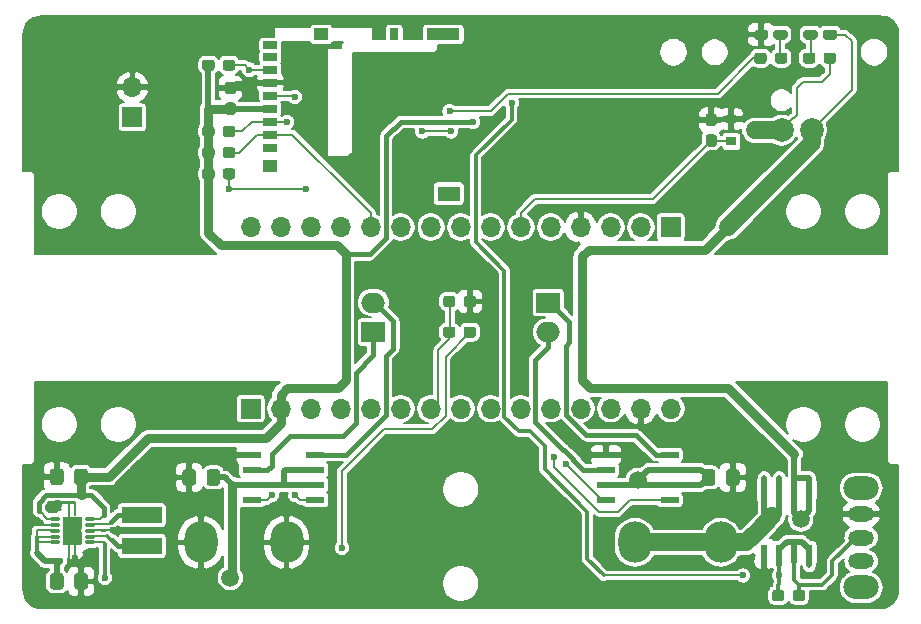
<source format=gbl>
G04 #@! TF.GenerationSoftware,KiCad,Pcbnew,(5.1.6)-1*
G04 #@! TF.CreationDate,2020-08-01T00:51:36+09:00*
G04 #@! TF.ProjectId,MiniRoverShield,4d696e69-526f-4766-9572-536869656c64,rev?*
G04 #@! TF.SameCoordinates,Original*
G04 #@! TF.FileFunction,Copper,L2,Bot*
G04 #@! TF.FilePolarity,Positive*
%FSLAX46Y46*%
G04 Gerber Fmt 4.6, Leading zero omitted, Abs format (unit mm)*
G04 Created by KiCad (PCBNEW (5.1.6)-1) date 2020-08-01 00:51:36*
%MOMM*%
%LPD*%
G01*
G04 APERTURE LIST*
G04 #@! TA.AperFunction,SMDPad,CuDef*
%ADD10R,3.400000X1.400000*%
G04 #@! TD*
G04 #@! TA.AperFunction,SMDPad,CuDef*
%ADD11R,0.600000X1.550000*%
G04 #@! TD*
G04 #@! TA.AperFunction,SMDPad,CuDef*
%ADD12R,1.550000X0.600000*%
G04 #@! TD*
G04 #@! TA.AperFunction,ComponentPad*
%ADD13O,2.000000X1.700000*%
G04 #@! TD*
G04 #@! TA.AperFunction,ComponentPad*
%ADD14R,2.000000X1.700000*%
G04 #@! TD*
G04 #@! TA.AperFunction,ComponentPad*
%ADD15R,1.700000X1.700000*%
G04 #@! TD*
G04 #@! TA.AperFunction,ComponentPad*
%ADD16O,1.700000X1.700000*%
G04 #@! TD*
G04 #@! TA.AperFunction,SMDPad,CuDef*
%ADD17O,0.850000X0.280000*%
G04 #@! TD*
G04 #@! TA.AperFunction,SMDPad,CuDef*
%ADD18R,0.280000X0.280000*%
G04 #@! TD*
G04 #@! TA.AperFunction,SMDPad,CuDef*
%ADD19R,0.680000X1.050000*%
G04 #@! TD*
G04 #@! TA.AperFunction,SMDPad,CuDef*
%ADD20R,0.280000X0.700000*%
G04 #@! TD*
G04 #@! TA.AperFunction,SMDPad,CuDef*
%ADD21R,0.260000X0.500000*%
G04 #@! TD*
G04 #@! TA.AperFunction,SMDPad,CuDef*
%ADD22R,1.650000X2.400000*%
G04 #@! TD*
G04 #@! TA.AperFunction,ComponentPad*
%ADD23C,0.600000*%
G04 #@! TD*
G04 #@! TA.AperFunction,SMDPad,CuDef*
%ADD24R,0.900000X0.800000*%
G04 #@! TD*
G04 #@! TA.AperFunction,ComponentPad*
%ADD25C,2.000000*%
G04 #@! TD*
G04 #@! TA.AperFunction,ComponentPad*
%ADD26O,2.800000X3.500000*%
G04 #@! TD*
G04 #@! TA.AperFunction,SMDPad,CuDef*
%ADD27R,1.200000X0.700000*%
G04 #@! TD*
G04 #@! TA.AperFunction,SMDPad,CuDef*
%ADD28R,1.200000X1.000000*%
G04 #@! TD*
G04 #@! TA.AperFunction,SMDPad,CuDef*
%ADD29R,0.800000X1.000000*%
G04 #@! TD*
G04 #@! TA.AperFunction,SMDPad,CuDef*
%ADD30R,2.800000X1.000000*%
G04 #@! TD*
G04 #@! TA.AperFunction,SMDPad,CuDef*
%ADD31R,1.900000X1.300000*%
G04 #@! TD*
G04 #@! TA.AperFunction,ComponentPad*
%ADD32O,3.000000X2.000000*%
G04 #@! TD*
G04 #@! TA.AperFunction,ComponentPad*
%ADD33O,2.200000X1.300000*%
G04 #@! TD*
G04 #@! TA.AperFunction,ViaPad*
%ADD34C,0.600000*%
G04 #@! TD*
G04 #@! TA.AperFunction,ViaPad*
%ADD35C,1.500000*%
G04 #@! TD*
G04 #@! TA.AperFunction,Conductor*
%ADD36C,0.200000*%
G04 #@! TD*
G04 #@! TA.AperFunction,Conductor*
%ADD37C,0.400000*%
G04 #@! TD*
G04 #@! TA.AperFunction,Conductor*
%ADD38C,0.300000*%
G04 #@! TD*
G04 #@! TA.AperFunction,Conductor*
%ADD39C,0.152400*%
G04 #@! TD*
G04 #@! TA.AperFunction,Conductor*
%ADD40C,0.800000*%
G04 #@! TD*
G04 #@! TA.AperFunction,Conductor*
%ADD41C,0.500000*%
G04 #@! TD*
G04 #@! TA.AperFunction,Conductor*
%ADD42C,1.500000*%
G04 #@! TD*
G04 APERTURE END LIST*
D10*
X51054000Y-89632000D03*
X51054000Y-92232000D03*
G04 #@! TA.AperFunction,SMDPad,CuDef*
G36*
G01*
X58787500Y-55730000D02*
X58312500Y-55730000D01*
G75*
G02*
X58075000Y-55492500I0J237500D01*
G01*
X58075000Y-54917500D01*
G75*
G02*
X58312500Y-54680000I237500J0D01*
G01*
X58787500Y-54680000D01*
G75*
G02*
X59025000Y-54917500I0J-237500D01*
G01*
X59025000Y-55492500D01*
G75*
G02*
X58787500Y-55730000I-237500J0D01*
G01*
G37*
G04 #@! TD.AperFunction*
G04 #@! TA.AperFunction,SMDPad,CuDef*
G36*
G01*
X58787500Y-53980000D02*
X58312500Y-53980000D01*
G75*
G02*
X58075000Y-53742500I0J237500D01*
G01*
X58075000Y-53167500D01*
G75*
G02*
X58312500Y-52930000I237500J0D01*
G01*
X58787500Y-52930000D01*
G75*
G02*
X59025000Y-53167500I0J-237500D01*
G01*
X59025000Y-53742500D01*
G75*
G02*
X58787500Y-53980000I-237500J0D01*
G01*
G37*
G04 #@! TD.AperFunction*
D11*
X107555000Y-92880000D03*
X106285000Y-92880000D03*
X105015000Y-92880000D03*
X103745000Y-92880000D03*
X103745000Y-87480000D03*
X105015000Y-87480000D03*
X106285000Y-87480000D03*
X107555000Y-87480000D03*
D12*
X90350000Y-84525000D03*
X90350000Y-85795000D03*
X90350000Y-87065000D03*
X90350000Y-88335000D03*
X95750000Y-88335000D03*
X95750000Y-87065000D03*
X95750000Y-85795000D03*
X95750000Y-84525000D03*
X65750000Y-84525000D03*
X65750000Y-85795000D03*
X65750000Y-87065000D03*
X65750000Y-88335000D03*
X60350000Y-88335000D03*
X60350000Y-87065000D03*
X60350000Y-85795000D03*
X60350000Y-84525000D03*
G04 #@! TA.AperFunction,SMDPad,CuDef*
G36*
G01*
X108687500Y-49142500D02*
X108687500Y-48717500D01*
G75*
G02*
X108900000Y-48505000I212500J0D01*
G01*
X109700000Y-48505000D01*
G75*
G02*
X109912500Y-48717500I0J-212500D01*
G01*
X109912500Y-49142500D01*
G75*
G02*
X109700000Y-49355000I-212500J0D01*
G01*
X108900000Y-49355000D01*
G75*
G02*
X108687500Y-49142500I0J212500D01*
G01*
G37*
G04 #@! TD.AperFunction*
G04 #@! TA.AperFunction,SMDPad,CuDef*
G36*
G01*
X107062500Y-49142500D02*
X107062500Y-48717500D01*
G75*
G02*
X107275000Y-48505000I212500J0D01*
G01*
X108075000Y-48505000D01*
G75*
G02*
X108287500Y-48717500I0J-212500D01*
G01*
X108287500Y-49142500D01*
G75*
G02*
X108075000Y-49355000I-212500J0D01*
G01*
X107275000Y-49355000D01*
G75*
G02*
X107062500Y-49142500I0J212500D01*
G01*
G37*
G04 #@! TD.AperFunction*
G04 #@! TA.AperFunction,SMDPad,CuDef*
G36*
G01*
X102875000Y-49142500D02*
X102875000Y-48717500D01*
G75*
G02*
X103087500Y-48505000I212500J0D01*
G01*
X103887500Y-48505000D01*
G75*
G02*
X104100000Y-48717500I0J-212500D01*
G01*
X104100000Y-49142500D01*
G75*
G02*
X103887500Y-49355000I-212500J0D01*
G01*
X103087500Y-49355000D01*
G75*
G02*
X102875000Y-49142500I0J212500D01*
G01*
G37*
G04 #@! TD.AperFunction*
G04 #@! TA.AperFunction,SMDPad,CuDef*
G36*
G01*
X104500000Y-49142500D02*
X104500000Y-48717500D01*
G75*
G02*
X104712500Y-48505000I212500J0D01*
G01*
X105512500Y-48505000D01*
G75*
G02*
X105725000Y-48717500I0J-212500D01*
G01*
X105725000Y-49142500D01*
G75*
G02*
X105512500Y-49355000I-212500J0D01*
G01*
X104712500Y-49355000D01*
G75*
G02*
X104500000Y-49142500I0J212500D01*
G01*
G37*
G04 #@! TD.AperFunction*
G04 #@! TA.AperFunction,SMDPad,CuDef*
G36*
G01*
X45325000Y-95680001D02*
X45325000Y-94779999D01*
G75*
G02*
X45574999Y-94530000I249999J0D01*
G01*
X46225001Y-94530000D01*
G75*
G02*
X46475000Y-94779999I0J-249999D01*
G01*
X46475000Y-95680001D01*
G75*
G02*
X46225001Y-95930000I-249999J0D01*
G01*
X45574999Y-95930000D01*
G75*
G02*
X45325000Y-95680001I0J249999D01*
G01*
G37*
G04 #@! TD.AperFunction*
G04 #@! TA.AperFunction,SMDPad,CuDef*
G36*
G01*
X43275000Y-95680001D02*
X43275000Y-94779999D01*
G75*
G02*
X43524999Y-94530000I249999J0D01*
G01*
X44175001Y-94530000D01*
G75*
G02*
X44425000Y-94779999I0J-249999D01*
G01*
X44425000Y-95680001D01*
G75*
G02*
X44175001Y-95930000I-249999J0D01*
G01*
X43524999Y-95930000D01*
G75*
G02*
X43275000Y-95680001I0J249999D01*
G01*
G37*
G04 #@! TD.AperFunction*
G04 #@! TA.AperFunction,SMDPad,CuDef*
G36*
G01*
X46475000Y-85929999D02*
X46475000Y-86830001D01*
G75*
G02*
X46225001Y-87080000I-249999J0D01*
G01*
X45574999Y-87080000D01*
G75*
G02*
X45325000Y-86830001I0J249999D01*
G01*
X45325000Y-85929999D01*
G75*
G02*
X45574999Y-85680000I249999J0D01*
G01*
X46225001Y-85680000D01*
G75*
G02*
X46475000Y-85929999I0J-249999D01*
G01*
G37*
G04 #@! TD.AperFunction*
G04 #@! TA.AperFunction,SMDPad,CuDef*
G36*
G01*
X44425000Y-85929999D02*
X44425000Y-86830001D01*
G75*
G02*
X44175001Y-87080000I-249999J0D01*
G01*
X43524999Y-87080000D01*
G75*
G02*
X43275000Y-86830001I0J249999D01*
G01*
X43275000Y-85929999D01*
G75*
G02*
X43524999Y-85680000I249999J0D01*
G01*
X44175001Y-85680000D01*
G75*
G02*
X44425000Y-85929999I0J-249999D01*
G01*
G37*
G04 #@! TD.AperFunction*
G04 #@! TA.AperFunction,SMDPad,CuDef*
G36*
G01*
X55625000Y-85979999D02*
X55625000Y-86880001D01*
G75*
G02*
X55375001Y-87130000I-249999J0D01*
G01*
X54724999Y-87130000D01*
G75*
G02*
X54475000Y-86880001I0J249999D01*
G01*
X54475000Y-85979999D01*
G75*
G02*
X54724999Y-85730000I249999J0D01*
G01*
X55375001Y-85730000D01*
G75*
G02*
X55625000Y-85979999I0J-249999D01*
G01*
G37*
G04 #@! TD.AperFunction*
G04 #@! TA.AperFunction,SMDPad,CuDef*
G36*
G01*
X57675000Y-85979999D02*
X57675000Y-86880001D01*
G75*
G02*
X57425001Y-87130000I-249999J0D01*
G01*
X56774999Y-87130000D01*
G75*
G02*
X56525000Y-86880001I0J249999D01*
G01*
X56525000Y-85979999D01*
G75*
G02*
X56774999Y-85730000I249999J0D01*
G01*
X57425001Y-85730000D01*
G75*
G02*
X57675000Y-85979999I0J-249999D01*
G01*
G37*
G04 #@! TD.AperFunction*
G04 #@! TA.AperFunction,SMDPad,CuDef*
G36*
G01*
X98450000Y-86880001D02*
X98450000Y-85979999D01*
G75*
G02*
X98699999Y-85730000I249999J0D01*
G01*
X99350001Y-85730000D01*
G75*
G02*
X99600000Y-85979999I0J-249999D01*
G01*
X99600000Y-86880001D01*
G75*
G02*
X99350001Y-87130000I-249999J0D01*
G01*
X98699999Y-87130000D01*
G75*
G02*
X98450000Y-86880001I0J249999D01*
G01*
G37*
G04 #@! TD.AperFunction*
G04 #@! TA.AperFunction,SMDPad,CuDef*
G36*
G01*
X100500000Y-86880001D02*
X100500000Y-85979999D01*
G75*
G02*
X100749999Y-85730000I249999J0D01*
G01*
X101400001Y-85730000D01*
G75*
G02*
X101650000Y-85979999I0J-249999D01*
G01*
X101650000Y-86880001D01*
G75*
G02*
X101400001Y-87130000I-249999J0D01*
G01*
X100749999Y-87130000D01*
G75*
G02*
X100500000Y-86880001I0J249999D01*
G01*
G37*
G04 #@! TD.AperFunction*
D13*
X70650000Y-71630000D03*
D14*
X70650000Y-74130000D03*
X85450000Y-71630000D03*
D13*
X85450000Y-74130000D03*
D15*
X50250000Y-55930000D03*
D16*
X50250000Y-53390000D03*
D17*
X46625000Y-89930000D03*
X46625000Y-90430000D03*
D18*
X46910000Y-90930000D03*
D17*
X46625000Y-91430000D03*
D18*
X46910000Y-91930000D03*
D17*
X43675000Y-91930000D03*
X43675000Y-91430000D03*
D18*
X43390000Y-90930000D03*
X43390000Y-90430000D03*
X43390000Y-89930000D03*
D19*
X45600000Y-90295000D03*
D20*
X45400000Y-89380000D03*
D21*
X45400000Y-89300000D03*
D20*
X44900000Y-89380000D03*
X45400000Y-92480000D03*
X44900000Y-92480000D03*
D21*
X44900000Y-89300000D03*
X45400000Y-92560000D03*
X44900000Y-92560000D03*
D19*
X44700000Y-90295000D03*
X45600000Y-91565000D03*
X44700000Y-91565000D03*
D22*
X45150000Y-90930000D03*
D18*
X46910000Y-89930000D03*
X46910000Y-90430000D03*
D17*
X46625000Y-90930000D03*
D18*
X46910000Y-91430000D03*
D17*
X46625000Y-91930000D03*
D18*
X43390000Y-91930000D03*
X43390000Y-91430000D03*
D17*
X43675000Y-90930000D03*
X43675000Y-90430000D03*
X43675000Y-89930000D03*
D23*
X44650000Y-91680000D03*
X45150000Y-90930000D03*
X44650000Y-90180000D03*
X45650000Y-90180000D03*
X45650000Y-91680000D03*
D24*
X100950000Y-57980000D03*
X100950000Y-56080000D03*
X102950000Y-57030000D03*
G04 #@! TA.AperFunction,SMDPad,CuDef*
G36*
G01*
X99487500Y-56680000D02*
X99012500Y-56680000D01*
G75*
G02*
X98775000Y-56442500I0J237500D01*
G01*
X98775000Y-55867500D01*
G75*
G02*
X99012500Y-55630000I237500J0D01*
G01*
X99487500Y-55630000D01*
G75*
G02*
X99725000Y-55867500I0J-237500D01*
G01*
X99725000Y-56442500D01*
G75*
G02*
X99487500Y-56680000I-237500J0D01*
G01*
G37*
G04 #@! TD.AperFunction*
G04 #@! TA.AperFunction,SMDPad,CuDef*
G36*
G01*
X99487500Y-58430000D02*
X99012500Y-58430000D01*
G75*
G02*
X98775000Y-58192500I0J237500D01*
G01*
X98775000Y-57617500D01*
G75*
G02*
X99012500Y-57380000I237500J0D01*
G01*
X99487500Y-57380000D01*
G75*
G02*
X99725000Y-57617500I0J-237500D01*
G01*
X99725000Y-58192500D01*
G75*
G02*
X99487500Y-58430000I-237500J0D01*
G01*
G37*
G04 #@! TD.AperFunction*
G04 #@! TA.AperFunction,SMDPad,CuDef*
G36*
G01*
X76550000Y-71767500D02*
X76550000Y-71292500D01*
G75*
G02*
X76787500Y-71055000I237500J0D01*
G01*
X77362500Y-71055000D01*
G75*
G02*
X77600000Y-71292500I0J-237500D01*
G01*
X77600000Y-71767500D01*
G75*
G02*
X77362500Y-72005000I-237500J0D01*
G01*
X76787500Y-72005000D01*
G75*
G02*
X76550000Y-71767500I0J237500D01*
G01*
G37*
G04 #@! TD.AperFunction*
G04 #@! TA.AperFunction,SMDPad,CuDef*
G36*
G01*
X78300000Y-71767500D02*
X78300000Y-71292500D01*
G75*
G02*
X78537500Y-71055000I237500J0D01*
G01*
X79112500Y-71055000D01*
G75*
G02*
X79350000Y-71292500I0J-237500D01*
G01*
X79350000Y-71767500D01*
G75*
G02*
X79112500Y-72005000I-237500J0D01*
G01*
X78537500Y-72005000D01*
G75*
G02*
X78300000Y-71767500I0J237500D01*
G01*
G37*
G04 #@! TD.AperFunction*
G04 #@! TA.AperFunction,SMDPad,CuDef*
G36*
G01*
X77600000Y-73892500D02*
X77600000Y-74367500D01*
G75*
G02*
X77362500Y-74605000I-237500J0D01*
G01*
X76787500Y-74605000D01*
G75*
G02*
X76550000Y-74367500I0J237500D01*
G01*
X76550000Y-73892500D01*
G75*
G02*
X76787500Y-73655000I237500J0D01*
G01*
X77362500Y-73655000D01*
G75*
G02*
X77600000Y-73892500I0J-237500D01*
G01*
G37*
G04 #@! TD.AperFunction*
G04 #@! TA.AperFunction,SMDPad,CuDef*
G36*
G01*
X79350000Y-73892500D02*
X79350000Y-74367500D01*
G75*
G02*
X79112500Y-74605000I-237500J0D01*
G01*
X78537500Y-74605000D01*
G75*
G02*
X78300000Y-74367500I0J237500D01*
G01*
X78300000Y-73892500D01*
G75*
G02*
X78537500Y-73655000I237500J0D01*
G01*
X79112500Y-73655000D01*
G75*
G02*
X79350000Y-73892500I0J-237500D01*
G01*
G37*
G04 #@! TD.AperFunction*
G04 #@! TA.AperFunction,SMDPad,CuDef*
G36*
G01*
X56150000Y-51767500D02*
X56150000Y-51292500D01*
G75*
G02*
X56387500Y-51055000I237500J0D01*
G01*
X56962500Y-51055000D01*
G75*
G02*
X57200000Y-51292500I0J-237500D01*
G01*
X57200000Y-51767500D01*
G75*
G02*
X56962500Y-52005000I-237500J0D01*
G01*
X56387500Y-52005000D01*
G75*
G02*
X56150000Y-51767500I0J237500D01*
G01*
G37*
G04 #@! TD.AperFunction*
G04 #@! TA.AperFunction,SMDPad,CuDef*
G36*
G01*
X57900000Y-51767500D02*
X57900000Y-51292500D01*
G75*
G02*
X58137500Y-51055000I237500J0D01*
G01*
X58712500Y-51055000D01*
G75*
G02*
X58950000Y-51292500I0J-237500D01*
G01*
X58950000Y-51767500D01*
G75*
G02*
X58712500Y-52005000I-237500J0D01*
G01*
X58137500Y-52005000D01*
G75*
G02*
X57900000Y-51767500I0J237500D01*
G01*
G37*
G04 #@! TD.AperFunction*
G04 #@! TA.AperFunction,SMDPad,CuDef*
G36*
G01*
X57900000Y-60967500D02*
X57900000Y-60492500D01*
G75*
G02*
X58137500Y-60255000I237500J0D01*
G01*
X58712500Y-60255000D01*
G75*
G02*
X58950000Y-60492500I0J-237500D01*
G01*
X58950000Y-60967500D01*
G75*
G02*
X58712500Y-61205000I-237500J0D01*
G01*
X58137500Y-61205000D01*
G75*
G02*
X57900000Y-60967500I0J237500D01*
G01*
G37*
G04 #@! TD.AperFunction*
G04 #@! TA.AperFunction,SMDPad,CuDef*
G36*
G01*
X56150000Y-60967500D02*
X56150000Y-60492500D01*
G75*
G02*
X56387500Y-60255000I237500J0D01*
G01*
X56962500Y-60255000D01*
G75*
G02*
X57200000Y-60492500I0J-237500D01*
G01*
X57200000Y-60967500D01*
G75*
G02*
X56962500Y-61205000I-237500J0D01*
G01*
X56387500Y-61205000D01*
G75*
G02*
X56150000Y-60967500I0J237500D01*
G01*
G37*
G04 #@! TD.AperFunction*
G04 #@! TA.AperFunction,SMDPad,CuDef*
G36*
G01*
X107025000Y-51167500D02*
X107025000Y-50692500D01*
G75*
G02*
X107262500Y-50455000I237500J0D01*
G01*
X107837500Y-50455000D01*
G75*
G02*
X108075000Y-50692500I0J-237500D01*
G01*
X108075000Y-51167500D01*
G75*
G02*
X107837500Y-51405000I-237500J0D01*
G01*
X107262500Y-51405000D01*
G75*
G02*
X107025000Y-51167500I0J237500D01*
G01*
G37*
G04 #@! TD.AperFunction*
G04 #@! TA.AperFunction,SMDPad,CuDef*
G36*
G01*
X108775000Y-51167500D02*
X108775000Y-50692500D01*
G75*
G02*
X109012500Y-50455000I237500J0D01*
G01*
X109587500Y-50455000D01*
G75*
G02*
X109825000Y-50692500I0J-237500D01*
G01*
X109825000Y-51167500D01*
G75*
G02*
X109587500Y-51405000I-237500J0D01*
G01*
X109012500Y-51405000D01*
G75*
G02*
X108775000Y-51167500I0J237500D01*
G01*
G37*
G04 #@! TD.AperFunction*
G04 #@! TA.AperFunction,SMDPad,CuDef*
G36*
G01*
X104650000Y-51167500D02*
X104650000Y-50692500D01*
G75*
G02*
X104887500Y-50455000I237500J0D01*
G01*
X105462500Y-50455000D01*
G75*
G02*
X105700000Y-50692500I0J-237500D01*
G01*
X105700000Y-51167500D01*
G75*
G02*
X105462500Y-51405000I-237500J0D01*
G01*
X104887500Y-51405000D01*
G75*
G02*
X104650000Y-51167500I0J237500D01*
G01*
G37*
G04 #@! TD.AperFunction*
G04 #@! TA.AperFunction,SMDPad,CuDef*
G36*
G01*
X102900000Y-51167500D02*
X102900000Y-50692500D01*
G75*
G02*
X103137500Y-50455000I237500J0D01*
G01*
X103712500Y-50455000D01*
G75*
G02*
X103950000Y-50692500I0J-237500D01*
G01*
X103950000Y-51167500D01*
G75*
G02*
X103712500Y-51405000I-237500J0D01*
G01*
X103137500Y-51405000D01*
G75*
G02*
X102900000Y-51167500I0J237500D01*
G01*
G37*
G04 #@! TD.AperFunction*
G04 #@! TA.AperFunction,SMDPad,CuDef*
G36*
G01*
X104400000Y-96667500D02*
X104400000Y-96192500D01*
G75*
G02*
X104637500Y-95955000I237500J0D01*
G01*
X105212500Y-95955000D01*
G75*
G02*
X105450000Y-96192500I0J-237500D01*
G01*
X105450000Y-96667500D01*
G75*
G02*
X105212500Y-96905000I-237500J0D01*
G01*
X104637500Y-96905000D01*
G75*
G02*
X104400000Y-96667500I0J237500D01*
G01*
G37*
G04 #@! TD.AperFunction*
G04 #@! TA.AperFunction,SMDPad,CuDef*
G36*
G01*
X106150000Y-96667500D02*
X106150000Y-96192500D01*
G75*
G02*
X106387500Y-95955000I237500J0D01*
G01*
X106962500Y-95955000D01*
G75*
G02*
X107200000Y-96192500I0J-237500D01*
G01*
X107200000Y-96667500D01*
G75*
G02*
X106962500Y-96905000I-237500J0D01*
G01*
X106387500Y-96905000D01*
G75*
G02*
X106150000Y-96667500I0J237500D01*
G01*
G37*
G04 #@! TD.AperFunction*
G04 #@! TA.AperFunction,SMDPad,CuDef*
G36*
G01*
X57900000Y-59167500D02*
X57900000Y-58692500D01*
G75*
G02*
X58137500Y-58455000I237500J0D01*
G01*
X58712500Y-58455000D01*
G75*
G02*
X58950000Y-58692500I0J-237500D01*
G01*
X58950000Y-59167500D01*
G75*
G02*
X58712500Y-59405000I-237500J0D01*
G01*
X58137500Y-59405000D01*
G75*
G02*
X57900000Y-59167500I0J237500D01*
G01*
G37*
G04 #@! TD.AperFunction*
G04 #@! TA.AperFunction,SMDPad,CuDef*
G36*
G01*
X56150000Y-59167500D02*
X56150000Y-58692500D01*
G75*
G02*
X56387500Y-58455000I237500J0D01*
G01*
X56962500Y-58455000D01*
G75*
G02*
X57200000Y-58692500I0J-237500D01*
G01*
X57200000Y-59167500D01*
G75*
G02*
X56962500Y-59405000I-237500J0D01*
G01*
X56387500Y-59405000D01*
G75*
G02*
X56150000Y-59167500I0J237500D01*
G01*
G37*
G04 #@! TD.AperFunction*
G04 #@! TA.AperFunction,SMDPad,CuDef*
G36*
G01*
X56150000Y-57367500D02*
X56150000Y-56892500D01*
G75*
G02*
X56387500Y-56655000I237500J0D01*
G01*
X56962500Y-56655000D01*
G75*
G02*
X57200000Y-56892500I0J-237500D01*
G01*
X57200000Y-57367500D01*
G75*
G02*
X56962500Y-57605000I-237500J0D01*
G01*
X56387500Y-57605000D01*
G75*
G02*
X56150000Y-57367500I0J237500D01*
G01*
G37*
G04 #@! TD.AperFunction*
G04 #@! TA.AperFunction,SMDPad,CuDef*
G36*
G01*
X57900000Y-57367500D02*
X57900000Y-56892500D01*
G75*
G02*
X58137500Y-56655000I237500J0D01*
G01*
X58712500Y-56655000D01*
G75*
G02*
X58950000Y-56892500I0J-237500D01*
G01*
X58950000Y-57367500D01*
G75*
G02*
X58712500Y-57605000I-237500J0D01*
G01*
X58137500Y-57605000D01*
G75*
G02*
X57900000Y-57367500I0J237500D01*
G01*
G37*
G04 #@! TD.AperFunction*
D25*
X107750000Y-57030000D03*
X105210000Y-57030000D03*
D15*
X95830000Y-65240000D03*
D16*
X93290000Y-65240000D03*
X90750000Y-65240000D03*
X88210000Y-65240000D03*
X85670000Y-65240000D03*
X83130000Y-65240000D03*
X80590000Y-65240000D03*
X78050000Y-65240000D03*
X75510000Y-65240000D03*
X72970000Y-65240000D03*
X70430000Y-65240000D03*
X67890000Y-65240000D03*
X65350000Y-65240000D03*
X62810000Y-65240000D03*
X60270000Y-65240000D03*
D26*
X92800000Y-91930000D03*
X100050000Y-91930000D03*
X56050000Y-91930000D03*
X63300000Y-91930000D03*
D27*
X61925000Y-49855000D03*
X61925000Y-50805000D03*
X61925000Y-58505000D03*
X61925000Y-57405000D03*
X61925000Y-56305000D03*
X61925000Y-55205000D03*
X61925000Y-54105000D03*
X61925000Y-53005000D03*
X61925000Y-51905000D03*
D28*
X61925000Y-60055000D03*
X66225000Y-48905000D03*
D29*
X72425000Y-48905000D03*
D30*
X76575000Y-48905000D03*
D31*
X77025000Y-62405000D03*
D16*
X95830000Y-80610000D03*
X93290000Y-80610000D03*
X90750000Y-80610000D03*
X88210000Y-80610000D03*
X85670000Y-80610000D03*
X83130000Y-80610000D03*
X80590000Y-80610000D03*
X78050000Y-80610000D03*
X75510000Y-80610000D03*
X72970000Y-80610000D03*
X70430000Y-80610000D03*
X67890000Y-80610000D03*
X65350000Y-80610000D03*
X62810000Y-80610000D03*
D15*
X60270000Y-80610000D03*
D32*
X111950000Y-87330000D03*
X111950000Y-95730000D03*
D33*
X111950000Y-89530000D03*
X111950000Y-91530000D03*
X111950000Y-93530000D03*
D34*
X73950000Y-47930000D03*
X43090000Y-47930000D03*
X45630000Y-47930000D03*
X48170000Y-47930000D03*
X50710000Y-47930000D03*
X53250000Y-47930000D03*
X41820000Y-49200000D03*
X41820000Y-51740000D03*
X41820000Y-54280000D03*
X41820000Y-56820000D03*
X41820000Y-59360000D03*
X43090000Y-60630000D03*
X43090000Y-66980000D03*
X45630000Y-66980000D03*
X48170000Y-66980000D03*
X50710000Y-66980000D03*
X53250000Y-66980000D03*
X114210000Y-55550000D03*
X114210000Y-58090000D03*
X112940000Y-60630000D03*
X112940000Y-66980000D03*
X110400000Y-66980000D03*
X107860000Y-66980000D03*
X105320000Y-66980000D03*
X102780000Y-66980000D03*
X100050000Y-47930000D03*
X97700000Y-47930000D03*
X95160000Y-47930000D03*
X92620000Y-47930000D03*
X90080000Y-47930000D03*
X87540000Y-47930000D03*
X85000000Y-47930000D03*
X82460000Y-47930000D03*
X68490000Y-47930000D03*
X71030000Y-47930000D03*
X63410000Y-47930000D03*
X60870000Y-47930000D03*
X83550000Y-58680000D03*
X80950000Y-56330000D03*
X72950000Y-62730000D03*
X78800000Y-58680000D03*
X54520000Y-79680000D03*
X51980000Y-79680000D03*
X49440000Y-79680000D03*
X46900000Y-79680000D03*
X44360000Y-79680000D03*
X41820000Y-86030000D03*
X41820000Y-94920000D03*
X45630000Y-96825000D03*
X48170000Y-96825000D03*
X50710000Y-96825000D03*
X53250000Y-96825000D03*
X55790000Y-96825000D03*
X58330000Y-96825000D03*
X60870000Y-96825000D03*
X63410000Y-96825000D03*
X65950000Y-96825000D03*
X68490000Y-96825000D03*
X71030000Y-96825000D03*
X73570000Y-96825000D03*
X76110000Y-96825000D03*
X79920000Y-96825000D03*
X82460000Y-96825000D03*
X85000000Y-96825000D03*
X87540000Y-96825000D03*
X90080000Y-96825000D03*
X92620000Y-96825000D03*
X95160000Y-96825000D03*
X97700000Y-96825000D03*
X100240000Y-96825000D03*
X102780000Y-96825000D03*
X114210000Y-96825000D03*
X114210000Y-94285000D03*
X114210000Y-90475000D03*
X114210000Y-86030000D03*
X113575000Y-79045000D03*
X111035000Y-79045000D03*
X108495000Y-79045000D03*
X105955000Y-79045000D03*
X104050000Y-79045000D03*
X104685000Y-80315000D03*
X104050000Y-84760000D03*
X100875000Y-81585000D03*
X109130000Y-96825000D03*
X75150000Y-52680000D03*
X81300000Y-52680000D03*
X83450000Y-52730000D03*
X95850000Y-62830000D03*
X45400000Y-93248680D03*
X43940900Y-88635000D03*
X92874000Y-84760000D03*
X97700000Y-84760000D03*
X97700000Y-81458000D03*
X88150000Y-83930000D03*
X48644980Y-90919500D03*
X84550000Y-86730000D03*
X78150000Y-78130000D03*
X80550000Y-78130000D03*
X75350000Y-67530000D03*
X72950000Y-67530000D03*
X78150000Y-83130000D03*
X80550000Y-83130000D03*
X75350000Y-78130000D03*
X75350000Y-83130000D03*
X72950000Y-78130000D03*
X72950000Y-83130000D03*
X75350000Y-62730000D03*
X75150000Y-55330000D03*
X113550000Y-47930000D03*
X114250000Y-53030000D03*
X98050000Y-65230000D03*
X79100000Y-56306500D03*
X105015000Y-94730000D03*
X101950000Y-94730000D03*
X82350000Y-54730000D03*
X74789200Y-57124800D03*
X77227600Y-57124800D03*
X64934000Y-62027000D03*
X58450000Y-62030000D03*
X60150000Y-51905000D03*
X63350000Y-56330000D03*
D35*
X106844000Y-89967000D03*
D34*
X44106000Y-93523000D03*
X47916000Y-94920000D03*
D35*
X100671800Y-65227400D03*
X58550000Y-94920000D03*
X93050000Y-86665000D03*
D34*
X67982000Y-92380000D03*
X64050000Y-87930000D03*
X62050000Y-87930000D03*
X86950000Y-85316774D03*
X85950000Y-84730000D03*
X63981500Y-54216500D03*
X77100600Y-55423000D03*
D36*
X47924000Y-91427500D02*
X46392000Y-91427500D01*
X47924000Y-91427500D02*
X48128620Y-91427500D01*
X48432461Y-91714419D02*
X48424000Y-91722880D01*
D37*
X49020752Y-92232000D02*
X48524010Y-91735258D01*
X50673000Y-92232000D02*
X49020752Y-92232000D01*
D38*
X48128620Y-91427500D02*
X48432461Y-91714419D01*
D36*
X48233500Y-90411500D02*
X48424000Y-90221000D01*
X47924000Y-90411500D02*
X48233500Y-90411500D01*
X47924000Y-90411500D02*
X46392000Y-90411500D01*
D37*
X49013000Y-89632000D02*
X48424000Y-90221000D01*
X50673000Y-89632000D02*
X49013000Y-89632000D01*
D36*
X42906802Y-90424200D02*
X43394800Y-90424200D01*
D39*
X42906802Y-90424200D02*
X42607400Y-90424200D01*
X42607400Y-90424200D02*
X42226400Y-90043200D01*
X42226400Y-90043200D02*
X41667600Y-90043200D01*
X44900000Y-92982400D02*
X44901020Y-92983420D01*
X44900000Y-92480000D02*
X44900000Y-92982400D01*
X44901020Y-92983420D02*
X44901020Y-93474740D01*
X44901020Y-93474740D02*
X45218520Y-93792240D01*
X45900000Y-93856500D02*
X45900000Y-95230000D01*
X45835740Y-93792240D02*
X45900000Y-93856500D01*
X45400000Y-93762900D02*
X45429340Y-93792240D01*
X45400000Y-92480000D02*
X45400000Y-93248680D01*
X45218520Y-93792240D02*
X45429340Y-93792240D01*
X45429340Y-93792240D02*
X45835740Y-93792240D01*
X45400000Y-93248680D02*
X45400000Y-93762900D01*
X45400000Y-88877600D02*
X45401400Y-88876200D01*
X45400000Y-89380000D02*
X45400000Y-88877600D01*
X45401400Y-88876200D02*
X45401400Y-88580160D01*
X45401400Y-88580160D02*
X45358220Y-88536980D01*
X45358220Y-88536980D02*
X44898480Y-88536980D01*
D36*
X45400000Y-88581560D02*
X45401400Y-88580160D01*
X45400000Y-89300000D02*
X45400000Y-88581560D01*
X44900000Y-88538500D02*
X44898480Y-88536980D01*
X44900000Y-89380000D02*
X44900000Y-88538500D01*
X43994340Y-88581560D02*
X43940900Y-88635000D01*
X45400000Y-88581560D02*
X43994340Y-88581560D01*
D39*
X44898480Y-88536980D02*
X43940900Y-88635000D01*
X43940900Y-88635000D02*
X43940900Y-88536980D01*
D36*
X44900000Y-90680000D02*
X45150000Y-90930000D01*
X44900000Y-89300000D02*
X44900000Y-90680000D01*
D38*
X48644980Y-90919500D02*
X48614500Y-90919500D01*
D36*
X47924000Y-90919500D02*
X46392000Y-90919500D01*
X47924000Y-90919500D02*
X48614500Y-90919500D01*
D37*
X59000000Y-53005000D02*
X58550000Y-53455000D01*
X61925000Y-53005000D02*
X59000000Y-53005000D01*
D36*
X75350000Y-62730000D02*
X72950000Y-62730000D01*
X74925736Y-62730000D02*
X74350000Y-63305736D01*
X75350000Y-62730000D02*
X74925736Y-62730000D01*
X74350000Y-66530000D02*
X75350000Y-67530000D01*
X74350000Y-63305736D02*
X74350000Y-66530000D01*
D38*
X106675000Y-96430000D02*
X106675000Y-95513000D01*
X106285000Y-95123000D02*
X106285000Y-93880000D01*
X106675000Y-95513000D02*
X106285000Y-95123000D01*
X106675000Y-95513000D02*
X108664000Y-95513000D01*
X108664000Y-95513000D02*
X109511000Y-94666000D01*
X111500000Y-91530000D02*
X111950000Y-91530000D01*
X109511000Y-93519000D02*
X111500000Y-91530000D01*
X109511000Y-94666000D02*
X109511000Y-93519000D01*
X106285000Y-93880000D02*
X106285000Y-92880000D01*
D36*
X46625000Y-89930000D02*
X47508500Y-89930000D01*
X47508500Y-89930000D02*
X47852500Y-89586000D01*
X47852500Y-89586000D02*
X47852500Y-88951000D01*
X45900000Y-86380000D02*
X45900000Y-87411000D01*
X42388500Y-89268500D02*
X42328000Y-89268500D01*
X43050000Y-89930000D02*
X42388500Y-89268500D01*
X43675000Y-89930000D02*
X43050000Y-89930000D01*
D37*
X42328000Y-88570000D02*
X42328000Y-89268500D01*
X42963000Y-87935000D02*
X42328000Y-88570000D01*
X46773000Y-87935000D02*
X47852500Y-89014500D01*
X47852500Y-89014500D02*
X47852500Y-89586000D01*
D40*
X45900000Y-87887500D02*
X45947500Y-87935000D01*
X45900000Y-86380000D02*
X45900000Y-87887500D01*
D37*
X46773000Y-87935000D02*
X45947500Y-87935000D01*
X45947500Y-87935000D02*
X42963000Y-87935000D01*
D40*
X62810000Y-79407919D02*
X62810000Y-80610000D01*
X63363419Y-78854500D02*
X62810000Y-79407919D01*
X67664500Y-78854500D02*
X63363419Y-78854500D01*
X57709500Y-66789500D02*
X67537500Y-66789500D01*
X68299500Y-67551500D02*
X68299500Y-78219500D01*
X68299500Y-78219500D02*
X67664500Y-78854500D01*
X67537500Y-66789500D02*
X68299500Y-67551500D01*
X62810000Y-81812081D02*
X62492081Y-82130000D01*
X62810000Y-80610000D02*
X62810000Y-81812081D01*
X62492081Y-82130000D02*
X62492081Y-82187919D01*
X62492081Y-82187919D02*
X61550000Y-83130000D01*
X61550000Y-83130000D02*
X51550000Y-83130000D01*
X48300000Y-86380000D02*
X45900000Y-86380000D01*
X51550000Y-83130000D02*
X48300000Y-86380000D01*
D41*
X58500000Y-55205000D02*
X58425000Y-55130000D01*
X61925000Y-55205000D02*
X58500000Y-55205000D01*
X58425000Y-55130000D02*
X58425000Y-55380000D01*
D40*
X56675000Y-65755000D02*
X57709500Y-66789500D01*
X56675000Y-58930000D02*
X56675000Y-65755000D01*
X56675000Y-58930000D02*
X56675000Y-57130000D01*
X56700000Y-55205000D02*
X56675000Y-55230000D01*
X58550000Y-55205000D02*
X56700000Y-55205000D01*
X56675000Y-55230000D02*
X56675000Y-57130000D01*
D41*
X56675000Y-52105000D02*
X56675000Y-55230000D01*
X56675000Y-51530000D02*
X56675000Y-52105000D01*
D37*
X68299500Y-67551500D02*
X70328500Y-67551500D01*
X71719999Y-66160001D02*
X71719999Y-57560001D01*
X70328500Y-67551500D02*
X71719999Y-66160001D01*
X71719999Y-57560001D02*
X72973500Y-56306500D01*
X72973500Y-56306500D02*
X79100000Y-56306500D01*
D41*
X107555000Y-92505000D02*
X107555000Y-93880000D01*
X106922000Y-91872000D02*
X107555000Y-92505000D01*
X105648000Y-91872000D02*
X106922000Y-91872000D01*
X105015000Y-92505000D02*
X105648000Y-91872000D01*
X105015000Y-93880000D02*
X105015000Y-92505000D01*
D38*
X104925000Y-96430000D02*
X104925000Y-95569000D01*
X104925000Y-95569000D02*
X105015000Y-95479000D01*
X88750000Y-93330000D02*
X90150000Y-94730000D01*
X88750000Y-89330000D02*
X88750000Y-93330000D01*
X83950000Y-82530000D02*
X85150000Y-83730000D01*
X82950000Y-82530000D02*
X83950000Y-82530000D01*
X81742401Y-81322401D02*
X82950000Y-82530000D01*
X81742401Y-68922401D02*
X81742401Y-81322401D01*
X105015000Y-94730000D02*
X105015000Y-93880000D01*
X85150000Y-83730000D02*
X85150000Y-85730000D01*
X105015000Y-95479000D02*
X105015000Y-94730000D01*
X85150000Y-85730000D02*
X88750000Y-89330000D01*
X79310400Y-66490400D02*
X81742401Y-68922401D01*
X79310400Y-59309200D02*
X79310400Y-66490400D01*
D36*
X90150000Y-94730000D02*
X101950000Y-94730000D01*
D38*
X79310400Y-59309200D02*
X79310400Y-59169600D01*
X79310400Y-59169600D02*
X82350000Y-56130000D01*
X82350000Y-56130000D02*
X82350000Y-54730000D01*
D36*
X77227600Y-57124800D02*
X74789200Y-57124800D01*
X107675000Y-50805000D02*
X107550000Y-50930000D01*
X107675000Y-48930000D02*
X107675000Y-50805000D01*
X64934000Y-62027000D02*
X61632000Y-62027000D01*
X61632000Y-62027000D02*
X58453000Y-62027000D01*
X58453000Y-62027000D02*
X58450000Y-62030000D01*
X58425000Y-62005000D02*
X58450000Y-62030000D01*
X58425000Y-60730000D02*
X58425000Y-62005000D01*
X61925000Y-51905000D02*
X60975000Y-51905000D01*
X60975000Y-51905000D02*
X60150000Y-51905000D01*
X59775000Y-51530000D02*
X60150000Y-51905000D01*
X58425000Y-51530000D02*
X59775000Y-51530000D01*
X61950000Y-56330000D02*
X61925000Y-56305000D01*
X63350000Y-56330000D02*
X61950000Y-56330000D01*
X58425000Y-57130000D02*
X59550000Y-57130000D01*
X60375000Y-56305000D02*
X61925000Y-56305000D01*
X59550000Y-57130000D02*
X60375000Y-56305000D01*
X70430000Y-65240000D02*
X70430000Y-64037919D01*
X70430000Y-64037919D02*
X69231881Y-62839800D01*
X63797081Y-57405000D02*
X61925000Y-57405000D01*
X69231881Y-62839800D02*
X63797081Y-57405000D01*
X58425000Y-58930000D02*
X59250000Y-58930000D01*
X60775000Y-57405000D02*
X61925000Y-57405000D01*
X59250000Y-58930000D02*
X60775000Y-57405000D01*
X77165400Y-73990400D02*
X77267000Y-74092000D01*
X77165400Y-71552000D02*
X77165400Y-73990400D01*
X77075000Y-74705000D02*
X77075000Y-74130000D01*
X76150000Y-75630000D02*
X77075000Y-74705000D01*
X76150000Y-79930000D02*
X76150000Y-75630000D01*
X75510000Y-80610000D02*
X75510000Y-80570000D01*
X75510000Y-80570000D02*
X76150000Y-79930000D01*
X83130000Y-64037919D02*
X84302719Y-62865200D01*
X83130000Y-65240000D02*
X83130000Y-64037919D01*
X100875000Y-57905000D02*
X100950000Y-57980000D01*
X99250000Y-57905000D02*
X100875000Y-57905000D01*
X97446000Y-59709000D02*
X99250000Y-57905000D01*
X94289800Y-62865200D02*
X97446000Y-59709000D01*
X84302719Y-62865200D02*
X94289800Y-62865200D01*
X105112500Y-50867500D02*
X105175000Y-50930000D01*
X105112500Y-48930000D02*
X105112500Y-50867500D01*
D41*
X106285000Y-86480000D02*
X106285000Y-89408000D01*
X106285000Y-89408000D02*
X106844000Y-89967000D01*
X106844000Y-89967000D02*
X107225000Y-89967000D01*
X107555000Y-89256000D02*
X107555000Y-86480000D01*
X106844000Y-89967000D02*
X107555000Y-89256000D01*
D36*
X43675000Y-91930000D02*
X42143000Y-91930000D01*
X43675000Y-91430000D02*
X42140000Y-91430000D01*
X42140000Y-91430000D02*
X42140000Y-91049000D01*
X42140000Y-91049000D02*
X42137500Y-91046500D01*
X42137500Y-90919500D02*
X42391500Y-90919500D01*
X42391500Y-90919500D02*
X42879498Y-90919500D01*
X43675000Y-90919500D02*
X42140000Y-90919500D01*
D38*
X42140000Y-91927000D02*
X42143000Y-91930000D01*
X42140000Y-92827000D02*
X42140000Y-91927000D01*
D36*
X47924000Y-91930000D02*
X46392000Y-91930000D01*
D38*
X47924000Y-94912000D02*
X47916000Y-94920000D01*
D36*
X47924000Y-91930000D02*
X47924000Y-92054500D01*
D38*
X47916000Y-92062500D02*
X47916000Y-94920000D01*
X47924000Y-92054500D02*
X47916000Y-92062500D01*
D41*
X43850000Y-93779000D02*
X44106000Y-93523000D01*
X43850000Y-95230000D02*
X43850000Y-93779000D01*
X44106000Y-93523000D02*
X42836000Y-93523000D01*
X42836000Y-93523000D02*
X42140000Y-92827000D01*
D36*
X109300000Y-48930000D02*
X110576400Y-48930000D01*
X110576400Y-48930000D02*
X111151200Y-49504800D01*
X111151200Y-53628800D02*
X107750000Y-57030000D01*
X111151200Y-49504800D02*
X111151200Y-53628800D01*
D41*
X106285000Y-86480000D02*
X106285000Y-84455000D01*
X107555000Y-86480000D02*
X106285000Y-86480000D01*
D40*
X98766800Y-67132400D02*
X100671800Y-65227400D01*
X106285000Y-84455000D02*
X100697200Y-78867200D01*
X89025890Y-78867200D02*
X88302000Y-78143310D01*
X88302000Y-78143310D02*
X88302000Y-67710820D01*
X88302000Y-67710820D02*
X88880420Y-67132400D01*
X100697200Y-78867200D02*
X89025890Y-78867200D01*
X88880420Y-67132400D02*
X98766800Y-67132400D01*
D38*
X42140000Y-91927000D02*
X42140000Y-91430000D01*
D36*
X42140000Y-91430000D02*
X42140000Y-90919500D01*
D41*
X64443002Y-87065000D02*
X65750000Y-87065000D01*
X65750000Y-85795000D02*
X63185000Y-85795000D01*
X63185000Y-85795000D02*
X63050000Y-85930000D01*
X63050000Y-85930000D02*
X63050000Y-87065000D01*
X60350000Y-87065000D02*
X63050000Y-87065000D01*
X63050000Y-87065000D02*
X64443002Y-87065000D01*
X57100000Y-86430000D02*
X58050000Y-86430000D01*
X58685000Y-87065000D02*
X60350000Y-87065000D01*
X58050000Y-86430000D02*
X58685000Y-87065000D01*
D40*
X58685000Y-94785000D02*
X58550000Y-94920000D01*
X58685000Y-87065000D02*
X58685000Y-94785000D01*
D41*
X90350000Y-87065000D02*
X93050000Y-87065000D01*
X93050000Y-87065000D02*
X95750000Y-87065000D01*
X98390000Y-87065000D02*
X99025000Y-86430000D01*
X95750000Y-87065000D02*
X98390000Y-87065000D01*
X98390000Y-85795000D02*
X99025000Y-86430000D01*
X95750000Y-85795000D02*
X98390000Y-85795000D01*
X93920000Y-85795000D02*
X93050000Y-86665000D01*
X95750000Y-85795000D02*
X93920000Y-85795000D01*
D36*
X76760001Y-81210001D02*
X75640002Y-82330000D01*
X78825000Y-74130000D02*
X76760001Y-76194999D01*
X76760001Y-76194999D02*
X76760001Y-81210001D01*
X75640002Y-82330000D02*
X71550000Y-82330000D01*
X71550000Y-82330000D02*
X67982000Y-85898000D01*
X67982000Y-85898000D02*
X67982000Y-92380000D01*
D42*
X107750000Y-57030000D02*
X107750000Y-58149200D01*
X107750000Y-58149200D02*
X100671800Y-65227400D01*
D36*
X65750000Y-88335000D02*
X64455000Y-88335000D01*
X64455000Y-88335000D02*
X64050000Y-87930000D01*
X61645000Y-88335000D02*
X62050000Y-87930000D01*
X60350000Y-88335000D02*
X61645000Y-88335000D01*
X89968226Y-88335000D02*
X90350000Y-88335000D01*
X86950000Y-85316774D02*
X89968226Y-88335000D01*
X92345000Y-88335000D02*
X95750000Y-88335000D01*
X91350000Y-89330000D02*
X92345000Y-88335000D01*
X85950000Y-85530000D02*
X89750000Y-89330000D01*
X85950000Y-84730000D02*
X85950000Y-85530000D01*
X89750000Y-89330000D02*
X91350000Y-89330000D01*
D41*
X105015000Y-86480000D02*
X105015000Y-89637000D01*
X105015000Y-89637000D02*
X103722000Y-90930000D01*
X103745000Y-90907000D02*
X103722000Y-90930000D01*
X103745000Y-86480000D02*
X103745000Y-90907000D01*
D42*
X103214000Y-90930000D02*
X104431000Y-89713000D01*
X92800000Y-91930000D02*
X100050000Y-91930000D01*
X102214000Y-91930000D02*
X103214000Y-90930000D01*
X100050000Y-91930000D02*
X102214000Y-91930000D01*
D36*
X63870000Y-54105000D02*
X63981500Y-54216500D01*
X61925000Y-54105000D02*
X63870000Y-54105000D01*
X109300000Y-52270400D02*
X109300000Y-50930000D01*
X108611200Y-52959200D02*
X109300000Y-52270400D01*
X105210000Y-57030000D02*
X106209999Y-56030001D01*
X106477600Y-55778600D02*
X106477600Y-53492600D01*
X106209999Y-56030001D02*
X106226199Y-56030001D01*
X106226199Y-56030001D02*
X106477600Y-55778600D01*
X106477600Y-53492600D02*
X107011000Y-52959200D01*
X107011000Y-52959200D02*
X108611200Y-52959200D01*
D42*
X105210000Y-57030000D02*
X102950000Y-57030000D01*
D36*
X80580400Y-55423000D02*
X77100600Y-55423000D01*
X102800000Y-50930000D02*
X99800000Y-53930000D01*
X103425000Y-50930000D02*
X102800000Y-50930000D01*
X82073400Y-53930000D02*
X80580400Y-55423000D01*
X99800000Y-53930000D02*
X82073400Y-53930000D01*
D37*
X70800000Y-71630000D02*
X70650000Y-71630000D01*
X68294554Y-84525000D02*
X71690400Y-81129154D01*
X65750000Y-84525000D02*
X68294554Y-84525000D01*
X71690400Y-81129154D02*
X71690400Y-76189600D01*
X71690400Y-76189600D02*
X72350000Y-75530000D01*
X72350000Y-75530000D02*
X72350000Y-73180000D01*
X72350000Y-73180000D02*
X70800000Y-71630000D01*
X61685000Y-85795000D02*
X60350000Y-85795000D01*
X62050000Y-85430000D02*
X61685000Y-85795000D01*
X62050000Y-84430000D02*
X62050000Y-85430000D01*
X70650000Y-76046800D02*
X69150400Y-77546400D01*
X70650000Y-74130000D02*
X70650000Y-76046800D01*
X69150400Y-77546400D02*
X69150400Y-81829600D01*
X69150400Y-81829600D02*
X68050000Y-82930000D01*
X68050000Y-82930000D02*
X63550000Y-82930000D01*
X63550000Y-82930000D02*
X62050000Y-84430000D01*
X85450000Y-75380000D02*
X84332401Y-76497599D01*
X85450000Y-74130000D02*
X85450000Y-75380000D01*
X86732401Y-84130000D02*
X84332401Y-81730000D01*
X86750000Y-84130000D02*
X86732401Y-84130000D01*
X88415000Y-85795000D02*
X86750000Y-84130000D01*
X90350000Y-85795000D02*
X88415000Y-85795000D01*
X84332401Y-76497599D02*
X84332401Y-81730000D01*
X86930400Y-75260400D02*
X87235200Y-74955600D01*
X85600000Y-71630000D02*
X85450000Y-71630000D01*
X87235200Y-73265200D02*
X85600000Y-71630000D01*
X87235200Y-74955600D02*
X87235200Y-73265200D01*
X86930400Y-81109954D02*
X86930400Y-75260400D01*
X88692847Y-82872401D02*
X86930400Y-81109954D01*
X92922401Y-82872401D02*
X88692847Y-82872401D01*
X94575000Y-84525000D02*
X92922401Y-82872401D01*
X95750000Y-84525000D02*
X94575000Y-84525000D01*
D36*
G36*
X81729668Y-55061574D02*
G01*
X81800001Y-55166835D01*
X81800000Y-55902183D01*
X78940591Y-58761592D01*
X78919611Y-58778810D01*
X78902391Y-58799792D01*
X78902387Y-58799796D01*
X78886095Y-58819648D01*
X78850879Y-58862558D01*
X78799808Y-58958106D01*
X78768358Y-59061781D01*
X78760400Y-59142582D01*
X78760400Y-59142592D01*
X78757740Y-59169600D01*
X78760400Y-59196608D01*
X78760400Y-59282183D01*
X78760401Y-64211313D01*
X78642097Y-64132265D01*
X78414611Y-64038037D01*
X78173114Y-63990000D01*
X77926886Y-63990000D01*
X77685389Y-64038037D01*
X77457903Y-64132265D01*
X77253172Y-64269062D01*
X77079062Y-64443172D01*
X76942265Y-64647903D01*
X76848037Y-64875389D01*
X76800000Y-65116886D01*
X76800000Y-65363114D01*
X76848037Y-65604611D01*
X76942265Y-65832097D01*
X77079062Y-66036828D01*
X77253172Y-66210938D01*
X77457903Y-66347735D01*
X77685389Y-66441963D01*
X77926886Y-66490000D01*
X78173114Y-66490000D01*
X78414611Y-66441963D01*
X78642097Y-66347735D01*
X78760401Y-66268687D01*
X78760401Y-66463382D01*
X78757740Y-66490400D01*
X78760401Y-66517418D01*
X78768359Y-66598219D01*
X78778811Y-66632673D01*
X78799809Y-66701894D01*
X78850879Y-66797442D01*
X78902387Y-66860204D01*
X78902393Y-66860210D01*
X78919611Y-66881190D01*
X78940591Y-66898408D01*
X81192401Y-69150218D01*
X81192402Y-79509150D01*
X81182097Y-79502265D01*
X80954611Y-79408037D01*
X80713114Y-79360000D01*
X80466886Y-79360000D01*
X80225389Y-79408037D01*
X79997903Y-79502265D01*
X79793172Y-79639062D01*
X79619062Y-79813172D01*
X79482265Y-80017903D01*
X79388037Y-80245389D01*
X79340000Y-80486886D01*
X79340000Y-80733114D01*
X79388037Y-80974611D01*
X79482265Y-81202097D01*
X79619062Y-81406828D01*
X79793172Y-81580938D01*
X79997903Y-81717735D01*
X80225389Y-81811963D01*
X80466886Y-81860000D01*
X80713114Y-81860000D01*
X80954611Y-81811963D01*
X81182097Y-81717735D01*
X81293985Y-81642974D01*
X81334388Y-81692205D01*
X81334394Y-81692211D01*
X81351612Y-81713191D01*
X81372592Y-81730409D01*
X82541992Y-82899810D01*
X82559210Y-82920790D01*
X82580190Y-82938008D01*
X82580195Y-82938013D01*
X82642958Y-82989521D01*
X82738506Y-83040592D01*
X82842181Y-83072042D01*
X82922982Y-83080000D01*
X82922992Y-83080000D01*
X82950000Y-83082660D01*
X82977008Y-83080000D01*
X83722183Y-83080000D01*
X84600000Y-83957818D01*
X84600001Y-85702982D01*
X84597340Y-85730000D01*
X84600001Y-85757018D01*
X84607959Y-85837819D01*
X84635195Y-85927604D01*
X84639409Y-85941494D01*
X84690479Y-86037042D01*
X84741987Y-86099804D01*
X84741993Y-86099810D01*
X84759211Y-86120790D01*
X84780191Y-86138008D01*
X88200000Y-89557817D01*
X88200001Y-93302982D01*
X88197340Y-93330000D01*
X88200001Y-93357018D01*
X88207959Y-93437819D01*
X88232585Y-93519000D01*
X88239409Y-93541494D01*
X88290479Y-93637042D01*
X88341987Y-93699804D01*
X88341993Y-93699810D01*
X88359211Y-93720790D01*
X88380191Y-93738008D01*
X89780195Y-95138013D01*
X89842957Y-95189521D01*
X89938505Y-95240591D01*
X90042181Y-95272041D01*
X90150000Y-95282660D01*
X90257818Y-95272041D01*
X90361494Y-95240591D01*
X90381309Y-95230000D01*
X101460050Y-95230000D01*
X101503776Y-95273726D01*
X101618426Y-95350332D01*
X101745818Y-95403099D01*
X101881056Y-95430000D01*
X102018944Y-95430000D01*
X102154182Y-95403099D01*
X102281574Y-95350332D01*
X102396224Y-95273726D01*
X102493726Y-95176224D01*
X102570332Y-95061574D01*
X102623099Y-94934182D01*
X102650000Y-94798944D01*
X102650000Y-94661056D01*
X102623099Y-94525818D01*
X102570332Y-94398426D01*
X102493726Y-94283776D01*
X102396224Y-94186274D01*
X102281574Y-94109668D01*
X102154182Y-94056901D01*
X102018944Y-94030000D01*
X101881056Y-94030000D01*
X101745818Y-94056901D01*
X101618426Y-94109668D01*
X101503776Y-94186274D01*
X101460050Y-94230000D01*
X90427818Y-94230000D01*
X89300000Y-93102183D01*
X89300000Y-89587107D01*
X89379080Y-89666187D01*
X89394736Y-89685264D01*
X89470871Y-89747746D01*
X89557733Y-89794175D01*
X89644991Y-89820644D01*
X89651983Y-89822765D01*
X89750000Y-89832419D01*
X89774560Y-89830000D01*
X91325440Y-89830000D01*
X91350000Y-89832419D01*
X91374560Y-89830000D01*
X91448017Y-89822765D01*
X91542267Y-89794175D01*
X91629129Y-89747746D01*
X91705264Y-89685264D01*
X91720929Y-89666176D01*
X92552107Y-88835000D01*
X94628347Y-88835000D01*
X94640803Y-88858303D01*
X94690789Y-88919211D01*
X94751697Y-88969197D01*
X94821186Y-89006340D01*
X94896586Y-89029212D01*
X94975000Y-89036935D01*
X96525000Y-89036935D01*
X96603414Y-89029212D01*
X96678814Y-89006340D01*
X96748303Y-88969197D01*
X96809211Y-88919211D01*
X96859197Y-88858303D01*
X96896340Y-88788814D01*
X96919212Y-88713414D01*
X96926935Y-88635000D01*
X96926935Y-88035000D01*
X96919212Y-87956586D01*
X96896340Y-87881186D01*
X96859197Y-87811697D01*
X96809211Y-87750789D01*
X96765602Y-87715000D01*
X98358079Y-87715000D01*
X98390000Y-87718144D01*
X98421921Y-87715000D01*
X98421932Y-87715000D01*
X98517422Y-87705595D01*
X98639948Y-87668427D01*
X98752868Y-87608070D01*
X98845638Y-87531935D01*
X99350001Y-87531935D01*
X99477187Y-87519408D01*
X99599485Y-87482309D01*
X99712196Y-87422064D01*
X99810988Y-87340988D01*
X99892064Y-87242196D01*
X99898857Y-87229488D01*
X99900797Y-87249189D01*
X99935563Y-87363797D01*
X99992020Y-87469421D01*
X100067999Y-87562001D01*
X100160579Y-87637980D01*
X100266203Y-87694437D01*
X100380811Y-87729203D01*
X100500000Y-87740942D01*
X100769000Y-87738000D01*
X100921000Y-87586000D01*
X100921000Y-86584000D01*
X101229000Y-86584000D01*
X101229000Y-87586000D01*
X101381000Y-87738000D01*
X101650000Y-87740942D01*
X101769189Y-87729203D01*
X101883797Y-87694437D01*
X101989421Y-87637980D01*
X102082001Y-87562001D01*
X102157980Y-87469421D01*
X102214437Y-87363797D01*
X102249203Y-87249189D01*
X102260942Y-87130000D01*
X102258000Y-86736000D01*
X102106000Y-86584000D01*
X101229000Y-86584000D01*
X100921000Y-86584000D01*
X100901000Y-86584000D01*
X100901000Y-86276000D01*
X100921000Y-86276000D01*
X100921000Y-85274000D01*
X101229000Y-85274000D01*
X101229000Y-86276000D01*
X102106000Y-86276000D01*
X102258000Y-86124000D01*
X102260942Y-85730000D01*
X102249203Y-85610811D01*
X102214437Y-85496203D01*
X102157980Y-85390579D01*
X102082001Y-85297999D01*
X101989421Y-85222020D01*
X101883797Y-85165563D01*
X101769189Y-85130797D01*
X101650000Y-85119058D01*
X101381000Y-85122000D01*
X101229000Y-85274000D01*
X100921000Y-85274000D01*
X100769000Y-85122000D01*
X100500000Y-85119058D01*
X100380811Y-85130797D01*
X100266203Y-85165563D01*
X100160579Y-85222020D01*
X100067999Y-85297999D01*
X99992020Y-85390579D01*
X99935563Y-85496203D01*
X99900797Y-85610811D01*
X99898857Y-85630512D01*
X99892064Y-85617804D01*
X99810988Y-85519012D01*
X99712196Y-85437936D01*
X99599485Y-85377691D01*
X99477187Y-85340592D01*
X99350001Y-85328065D01*
X98845638Y-85328065D01*
X98752868Y-85251930D01*
X98639948Y-85191573D01*
X98517422Y-85154405D01*
X98421932Y-85145000D01*
X98421921Y-85145000D01*
X98390000Y-85141856D01*
X98358079Y-85145000D01*
X96765602Y-85145000D01*
X96809211Y-85109211D01*
X96859197Y-85048303D01*
X96896340Y-84978814D01*
X96919212Y-84903414D01*
X96926935Y-84825000D01*
X96926935Y-84225000D01*
X96919212Y-84146586D01*
X96896340Y-84071186D01*
X96859197Y-84001697D01*
X96809211Y-83940789D01*
X96748303Y-83890803D01*
X96678814Y-83853660D01*
X96603414Y-83830788D01*
X96525000Y-83823065D01*
X94975000Y-83823065D01*
X94896586Y-83830788D01*
X94821186Y-83853660D01*
X94776222Y-83877694D01*
X93367514Y-82468987D01*
X93348718Y-82446084D01*
X93257356Y-82371105D01*
X93153122Y-82315391D01*
X93040022Y-82281083D01*
X92951875Y-82272401D01*
X92922401Y-82269498D01*
X92892927Y-82272401D01*
X88941376Y-82272401D01*
X88496479Y-81827505D01*
X88574611Y-81811963D01*
X88802097Y-81717735D01*
X89006828Y-81580938D01*
X89180938Y-81406828D01*
X89317735Y-81202097D01*
X89411963Y-80974611D01*
X89460000Y-80733114D01*
X89460000Y-80486886D01*
X89411963Y-80245389D01*
X89317735Y-80017903D01*
X89180938Y-79813172D01*
X89037675Y-79669909D01*
X89065180Y-79667200D01*
X89925034Y-79667200D01*
X89779062Y-79813172D01*
X89642265Y-80017903D01*
X89548037Y-80245389D01*
X89500000Y-80486886D01*
X89500000Y-80733114D01*
X89548037Y-80974611D01*
X89642265Y-81202097D01*
X89779062Y-81406828D01*
X89953172Y-81580938D01*
X90157903Y-81717735D01*
X90385389Y-81811963D01*
X90626886Y-81860000D01*
X90873114Y-81860000D01*
X91114611Y-81811963D01*
X91342097Y-81717735D01*
X91546828Y-81580938D01*
X91720938Y-81406828D01*
X91857735Y-81202097D01*
X91912588Y-81069670D01*
X91983065Y-81256300D01*
X92134264Y-81498852D01*
X92329878Y-81707246D01*
X92562389Y-81873473D01*
X92822861Y-81991146D01*
X92911090Y-82017903D01*
X93136000Y-81906889D01*
X93136000Y-80764000D01*
X93116000Y-80764000D01*
X93116000Y-80456000D01*
X93136000Y-80456000D01*
X93136000Y-80436000D01*
X93444000Y-80436000D01*
X93444000Y-80456000D01*
X93464000Y-80456000D01*
X93464000Y-80764000D01*
X93444000Y-80764000D01*
X93444000Y-81906889D01*
X93668910Y-82017903D01*
X93757139Y-81991146D01*
X94017611Y-81873473D01*
X94250122Y-81707246D01*
X94445736Y-81498852D01*
X94596935Y-81256300D01*
X94667412Y-81069670D01*
X94722265Y-81202097D01*
X94859062Y-81406828D01*
X95033172Y-81580938D01*
X95237903Y-81717735D01*
X95465389Y-81811963D01*
X95706886Y-81860000D01*
X95953114Y-81860000D01*
X96194611Y-81811963D01*
X96422097Y-81717735D01*
X96626828Y-81580938D01*
X96800938Y-81406828D01*
X96937735Y-81202097D01*
X97031963Y-80974611D01*
X97080000Y-80733114D01*
X97080000Y-80486886D01*
X97031963Y-80245389D01*
X96937735Y-80017903D01*
X96800938Y-79813172D01*
X96654966Y-79667200D01*
X100365830Y-79667200D01*
X105635001Y-84936372D01*
X105635000Y-86284686D01*
X105618427Y-86230052D01*
X105558070Y-86117132D01*
X105476843Y-86018157D01*
X105377867Y-85936930D01*
X105264947Y-85876573D01*
X105142421Y-85839405D01*
X105015000Y-85826855D01*
X104887578Y-85839405D01*
X104765052Y-85876573D01*
X104652132Y-85936930D01*
X104553157Y-86018157D01*
X104471930Y-86117133D01*
X104411573Y-86230053D01*
X104380000Y-86334134D01*
X104348427Y-86230052D01*
X104288070Y-86117132D01*
X104206843Y-86018157D01*
X104107867Y-85936930D01*
X103994947Y-85876573D01*
X103872421Y-85839405D01*
X103745000Y-85826855D01*
X103617578Y-85839405D01*
X103495052Y-85876573D01*
X103382132Y-85936930D01*
X103283157Y-86018157D01*
X103201930Y-86117133D01*
X103141573Y-86230053D01*
X103104405Y-86352579D01*
X103095000Y-86448069D01*
X103095000Y-86511262D01*
X103073660Y-86551186D01*
X103050788Y-86626586D01*
X103043065Y-86705000D01*
X103043065Y-88255000D01*
X103050788Y-88333414D01*
X103073660Y-88408814D01*
X103095000Y-88448739D01*
X103095001Y-89422655D01*
X102440778Y-90076878D01*
X102440773Y-90076882D01*
X101737656Y-90780000D01*
X101663389Y-90780000D01*
X101553887Y-90575135D01*
X101328950Y-90301050D01*
X101054865Y-90076113D01*
X100742163Y-89908971D01*
X100402862Y-89806045D01*
X100050000Y-89771291D01*
X99697139Y-89806045D01*
X99357838Y-89908971D01*
X99045136Y-90076113D01*
X98771051Y-90301050D01*
X98546113Y-90575135D01*
X98436611Y-90780000D01*
X94413389Y-90780000D01*
X94303887Y-90575135D01*
X94078950Y-90301050D01*
X93804865Y-90076113D01*
X93492163Y-89908971D01*
X93152862Y-89806045D01*
X92800000Y-89771291D01*
X92447139Y-89806045D01*
X92107838Y-89908971D01*
X91795136Y-90076113D01*
X91521051Y-90301050D01*
X91296113Y-90575135D01*
X91128971Y-90887837D01*
X91026045Y-91227138D01*
X91000000Y-91491576D01*
X91000000Y-92368423D01*
X91026045Y-92632861D01*
X91128971Y-92972162D01*
X91296113Y-93284864D01*
X91521050Y-93558950D01*
X91795135Y-93783887D01*
X92107837Y-93951029D01*
X92447138Y-94053955D01*
X92800000Y-94088709D01*
X93152861Y-94053955D01*
X93492162Y-93951029D01*
X93804864Y-93783887D01*
X94078950Y-93558950D01*
X94303887Y-93284865D01*
X94413389Y-93080000D01*
X98436611Y-93080000D01*
X98546113Y-93284864D01*
X98771050Y-93558950D01*
X99045135Y-93783887D01*
X99357837Y-93951029D01*
X99697138Y-94053955D01*
X100050000Y-94088709D01*
X100402861Y-94053955D01*
X100742162Y-93951029D01*
X101054864Y-93783887D01*
X101328950Y-93558950D01*
X101553887Y-93284865D01*
X101663389Y-93080000D01*
X102157518Y-93080000D01*
X102214000Y-93085563D01*
X102270482Y-93080000D01*
X102270492Y-93080000D01*
X102439439Y-93063360D01*
X102656215Y-92997602D01*
X102837000Y-92900970D01*
X102837000Y-93034002D01*
X102988998Y-93034002D01*
X102837000Y-93186000D01*
X102834060Y-93653301D01*
X102845468Y-93772522D01*
X102879915Y-93887227D01*
X102936079Y-93993008D01*
X103011799Y-94085798D01*
X103104168Y-94162034D01*
X103209634Y-94218785D01*
X103324146Y-94253869D01*
X103439000Y-94263000D01*
X103591000Y-94111000D01*
X103591000Y-93034000D01*
X103571000Y-93034000D01*
X103571000Y-92726000D01*
X103591000Y-92726000D01*
X103591000Y-92706000D01*
X103899000Y-92706000D01*
X103899000Y-92726000D01*
X103919000Y-92726000D01*
X103919000Y-93034000D01*
X103899000Y-93034000D01*
X103899000Y-94111000D01*
X104051000Y-94263000D01*
X104165854Y-94253869D01*
X104280366Y-94218785D01*
X104385832Y-94162034D01*
X104415594Y-94137470D01*
X104465000Y-94229902D01*
X104465000Y-94293166D01*
X104394668Y-94398426D01*
X104341901Y-94525818D01*
X104315000Y-94661056D01*
X104315000Y-94798944D01*
X104341901Y-94934182D01*
X104394668Y-95061574D01*
X104465000Y-95166834D01*
X104465000Y-95262854D01*
X104416592Y-95353422D01*
X104414409Y-95357506D01*
X104382959Y-95461181D01*
X104375000Y-95541982D01*
X104375000Y-95541992D01*
X104372340Y-95569000D01*
X104375000Y-95596008D01*
X104375000Y-95611253D01*
X104282249Y-95660829D01*
X104185351Y-95740351D01*
X104105829Y-95837249D01*
X104046739Y-95947799D01*
X104010352Y-96067752D01*
X103998065Y-96192500D01*
X103998065Y-96667500D01*
X104010352Y-96792248D01*
X104046739Y-96912201D01*
X104105829Y-97022751D01*
X104185351Y-97119649D01*
X104282249Y-97199171D01*
X104392799Y-97258261D01*
X104512752Y-97294648D01*
X104637500Y-97306935D01*
X105212500Y-97306935D01*
X105337248Y-97294648D01*
X105457201Y-97258261D01*
X105567751Y-97199171D01*
X105664649Y-97119649D01*
X105744171Y-97022751D01*
X105800000Y-96918302D01*
X105855829Y-97022751D01*
X105935351Y-97119649D01*
X106032249Y-97199171D01*
X106142799Y-97258261D01*
X106262752Y-97294648D01*
X106387500Y-97306935D01*
X106962500Y-97306935D01*
X107087248Y-97294648D01*
X107207201Y-97258261D01*
X107317751Y-97199171D01*
X107414649Y-97119649D01*
X107494171Y-97022751D01*
X107553261Y-96912201D01*
X107589648Y-96792248D01*
X107601935Y-96667500D01*
X107601935Y-96192500D01*
X107589648Y-96067752D01*
X107588207Y-96063000D01*
X108636992Y-96063000D01*
X108664000Y-96065660D01*
X108691008Y-96063000D01*
X108691018Y-96063000D01*
X108771819Y-96055042D01*
X108875494Y-96023592D01*
X108971042Y-95972521D01*
X108999642Y-95949049D01*
X109033804Y-95921013D01*
X109054790Y-95903790D01*
X109072013Y-95882804D01*
X109880810Y-95074008D01*
X109901790Y-95056790D01*
X109919008Y-95035810D01*
X109919013Y-95035805D01*
X109970521Y-94973042D01*
X109972997Y-94968409D01*
X110021592Y-94877494D01*
X110053042Y-94773819D01*
X110061000Y-94693018D01*
X110061000Y-94693008D01*
X110063660Y-94666000D01*
X110061000Y-94638992D01*
X110061000Y-93746817D01*
X110463176Y-93344641D01*
X110444920Y-93530000D01*
X110465193Y-93735836D01*
X110525233Y-93933762D01*
X110622733Y-94116171D01*
X110753946Y-94276054D01*
X110913829Y-94407267D01*
X110940543Y-94421546D01*
X110911651Y-94430310D01*
X110668438Y-94560310D01*
X110455261Y-94735261D01*
X110280310Y-94948438D01*
X110150310Y-95191651D01*
X110070257Y-95455552D01*
X110043226Y-95730000D01*
X110070257Y-96004448D01*
X110150310Y-96268349D01*
X110280310Y-96511562D01*
X110455261Y-96724739D01*
X110668438Y-96899690D01*
X110911651Y-97029690D01*
X111175552Y-97109743D01*
X111381223Y-97130000D01*
X112518777Y-97130000D01*
X112724448Y-97109743D01*
X112988349Y-97029690D01*
X113231562Y-96899690D01*
X113444739Y-96724739D01*
X113619690Y-96511562D01*
X113749690Y-96268349D01*
X113829743Y-96004448D01*
X113856774Y-95730000D01*
X113829743Y-95455552D01*
X113749690Y-95191651D01*
X113619690Y-94948438D01*
X113444739Y-94735261D01*
X113231562Y-94560310D01*
X112988349Y-94430310D01*
X112959457Y-94421546D01*
X112986171Y-94407267D01*
X113146054Y-94276054D01*
X113277267Y-94116171D01*
X113374767Y-93933762D01*
X113434807Y-93735836D01*
X113455080Y-93530000D01*
X113434807Y-93324164D01*
X113374767Y-93126238D01*
X113277267Y-92943829D01*
X113146054Y-92783946D01*
X112986171Y-92652733D01*
X112803762Y-92555233D01*
X112720580Y-92530000D01*
X112803762Y-92504767D01*
X112986171Y-92407267D01*
X113146054Y-92276054D01*
X113277267Y-92116171D01*
X113374767Y-91933762D01*
X113434807Y-91735836D01*
X113455080Y-91530000D01*
X113434807Y-91324164D01*
X113374767Y-91126238D01*
X113277267Y-90943829D01*
X113146054Y-90783946D01*
X112986171Y-90652733D01*
X112983269Y-90651182D01*
X113023694Y-90633307D01*
X113226954Y-90490431D01*
X113398435Y-90310646D01*
X113531547Y-90100861D01*
X113609076Y-89877418D01*
X113495226Y-89684000D01*
X112104000Y-89684000D01*
X112104000Y-89704000D01*
X111796000Y-89704000D01*
X111796000Y-89684000D01*
X110404774Y-89684000D01*
X110290924Y-89877418D01*
X110368453Y-90100861D01*
X110501565Y-90310646D01*
X110673046Y-90490431D01*
X110876306Y-90633307D01*
X110916731Y-90651182D01*
X110913829Y-90652733D01*
X110753946Y-90783946D01*
X110622733Y-90943829D01*
X110525233Y-91126238D01*
X110465193Y-91324164D01*
X110444920Y-91530000D01*
X110465193Y-91735836D01*
X110477099Y-91775084D01*
X109141191Y-93110992D01*
X109120211Y-93128210D01*
X109102993Y-93149190D01*
X109102987Y-93149196D01*
X109051479Y-93211958D01*
X109003614Y-93301509D01*
X109000409Y-93307506D01*
X108968959Y-93411181D01*
X108966318Y-93438000D01*
X108958340Y-93519000D01*
X108961001Y-93546018D01*
X108961000Y-94438182D01*
X108436183Y-94963000D01*
X106902818Y-94963000D01*
X106835000Y-94895183D01*
X106835000Y-93967287D01*
X106869211Y-93939211D01*
X106905001Y-93895601D01*
X106905001Y-93911932D01*
X106914406Y-94007422D01*
X106951574Y-94129948D01*
X107011931Y-94242868D01*
X107093158Y-94341843D01*
X107192133Y-94423070D01*
X107305053Y-94483427D01*
X107427579Y-94520595D01*
X107555000Y-94533145D01*
X107682422Y-94520595D01*
X107804948Y-94483427D01*
X107917868Y-94423070D01*
X108016843Y-94341843D01*
X108098070Y-94242868D01*
X108158427Y-94129948D01*
X108195595Y-94007422D01*
X108205000Y-93911932D01*
X108205000Y-93848738D01*
X108226340Y-93808814D01*
X108249212Y-93733414D01*
X108256935Y-93655000D01*
X108256935Y-92105000D01*
X108249212Y-92026586D01*
X108226340Y-91951186D01*
X108189197Y-91881697D01*
X108139211Y-91820789D01*
X108078303Y-91770803D01*
X108008814Y-91733660D01*
X107933414Y-91710788D01*
X107855000Y-91703065D01*
X107672303Y-91703065D01*
X107404200Y-91434962D01*
X107383843Y-91410157D01*
X107284868Y-91328930D01*
X107171948Y-91268573D01*
X107049422Y-91231405D01*
X106953932Y-91222000D01*
X106953921Y-91222000D01*
X106922000Y-91218856D01*
X106890079Y-91222000D01*
X105679920Y-91222000D01*
X105647999Y-91218856D01*
X105616078Y-91222000D01*
X105616068Y-91222000D01*
X105520578Y-91231405D01*
X105398052Y-91268573D01*
X105285132Y-91328930D01*
X105263837Y-91346407D01*
X105210959Y-91389802D01*
X105210957Y-91389804D01*
X105186157Y-91410157D01*
X105165804Y-91434957D01*
X104897696Y-91703065D01*
X104715000Y-91703065D01*
X104636586Y-91710788D01*
X104561186Y-91733660D01*
X104537188Y-91746487D01*
X104478201Y-91674202D01*
X104385832Y-91597966D01*
X104280366Y-91541215D01*
X104241146Y-91529199D01*
X105284118Y-90486227D01*
X105391816Y-90354998D01*
X105498601Y-90155216D01*
X105538487Y-90023729D01*
X105548584Y-90011427D01*
X105558070Y-89999868D01*
X105618427Y-89886948D01*
X105655595Y-89764422D01*
X105665000Y-89668932D01*
X105665000Y-89668922D01*
X105668144Y-89637001D01*
X105665000Y-89605080D01*
X105665000Y-89603312D01*
X105681573Y-89657947D01*
X105719012Y-89727991D01*
X105694000Y-89853735D01*
X105694000Y-90080265D01*
X105738194Y-90302443D01*
X105824884Y-90511729D01*
X105950737Y-90700082D01*
X106110918Y-90860263D01*
X106299271Y-90986116D01*
X106508557Y-91072806D01*
X106730735Y-91117000D01*
X106957265Y-91117000D01*
X107179443Y-91072806D01*
X107388729Y-90986116D01*
X107577082Y-90860263D01*
X107737263Y-90700082D01*
X107863116Y-90511729D01*
X107949806Y-90302443D01*
X107994000Y-90080265D01*
X107994000Y-89853735D01*
X107974506Y-89755732D01*
X107992039Y-89738199D01*
X108016843Y-89717843D01*
X108098070Y-89618868D01*
X108158427Y-89505948D01*
X108195595Y-89383422D01*
X108205000Y-89287932D01*
X108205000Y-89287924D01*
X108208144Y-89256000D01*
X108205000Y-89224076D01*
X108205000Y-88448738D01*
X108226340Y-88408814D01*
X108249212Y-88333414D01*
X108256935Y-88255000D01*
X108256935Y-87330000D01*
X110043226Y-87330000D01*
X110070257Y-87604448D01*
X110150310Y-87868349D01*
X110280310Y-88111562D01*
X110455261Y-88324739D01*
X110668438Y-88499690D01*
X110727526Y-88531273D01*
X110673046Y-88569569D01*
X110501565Y-88749354D01*
X110368453Y-88959139D01*
X110290924Y-89182582D01*
X110404774Y-89376000D01*
X111796000Y-89376000D01*
X111796000Y-89356000D01*
X112104000Y-89356000D01*
X112104000Y-89376000D01*
X113495226Y-89376000D01*
X113609076Y-89182582D01*
X113531547Y-88959139D01*
X113398435Y-88749354D01*
X113226954Y-88569569D01*
X113172474Y-88531273D01*
X113231562Y-88499690D01*
X113444739Y-88324739D01*
X113619690Y-88111562D01*
X113749690Y-87868349D01*
X113829743Y-87604448D01*
X113856774Y-87330000D01*
X113829743Y-87055552D01*
X113749690Y-86791651D01*
X113619690Y-86548438D01*
X113444739Y-86335261D01*
X113231562Y-86160310D01*
X112988349Y-86030310D01*
X112724448Y-85950257D01*
X112518777Y-85930000D01*
X111381223Y-85930000D01*
X111175552Y-85950257D01*
X110911651Y-86030310D01*
X110668438Y-86160310D01*
X110455261Y-86335261D01*
X110280310Y-86548438D01*
X110150310Y-86791651D01*
X110070257Y-87055552D01*
X110043226Y-87330000D01*
X108256935Y-87330000D01*
X108256935Y-86705000D01*
X108249212Y-86626586D01*
X108226340Y-86551186D01*
X108205056Y-86511366D01*
X108208145Y-86480000D01*
X108203772Y-86435595D01*
X108195595Y-86352578D01*
X108158427Y-86230052D01*
X108098070Y-86117132D01*
X108016843Y-86018157D01*
X107917868Y-85936930D01*
X107804948Y-85876573D01*
X107682422Y-85839405D01*
X107555000Y-85826855D01*
X107523069Y-85830000D01*
X106935000Y-85830000D01*
X106935000Y-84924018D01*
X106953393Y-84901606D01*
X107027679Y-84762627D01*
X107073423Y-84611827D01*
X107088870Y-84455000D01*
X107073423Y-84298173D01*
X107027679Y-84147372D01*
X106953393Y-84008393D01*
X106878470Y-83917099D01*
X106206028Y-83244657D01*
X106306336Y-83311681D01*
X106590682Y-83429461D01*
X106892542Y-83489505D01*
X107200316Y-83489505D01*
X107502176Y-83429461D01*
X107786522Y-83311681D01*
X108042426Y-83140691D01*
X108260055Y-82923062D01*
X108431045Y-82667158D01*
X108548825Y-82382812D01*
X108608869Y-82080952D01*
X108608869Y-81773178D01*
X110483989Y-81773178D01*
X110483989Y-82080952D01*
X110544033Y-82382812D01*
X110661813Y-82667158D01*
X110832803Y-82923062D01*
X111050432Y-83140691D01*
X111306336Y-83311681D01*
X111590682Y-83429461D01*
X111892542Y-83489505D01*
X112200316Y-83489505D01*
X112502176Y-83429461D01*
X112786522Y-83311681D01*
X113042426Y-83140691D01*
X113260055Y-82923062D01*
X113431045Y-82667158D01*
X113548825Y-82382812D01*
X113608869Y-82080952D01*
X113608869Y-81773178D01*
X113548825Y-81471318D01*
X113431045Y-81186972D01*
X113260055Y-80931068D01*
X113042426Y-80713439D01*
X112786522Y-80542449D01*
X112502176Y-80424669D01*
X112200316Y-80364625D01*
X111892542Y-80364625D01*
X111590682Y-80424669D01*
X111306336Y-80542449D01*
X111050432Y-80713439D01*
X110832803Y-80931068D01*
X110661813Y-81186972D01*
X110544033Y-81471318D01*
X110483989Y-81773178D01*
X108608869Y-81773178D01*
X108548825Y-81471318D01*
X108431045Y-81186972D01*
X108260055Y-80931068D01*
X108042426Y-80713439D01*
X107786522Y-80542449D01*
X107502176Y-80424669D01*
X107200316Y-80364625D01*
X106892542Y-80364625D01*
X106590682Y-80424669D01*
X106306336Y-80542449D01*
X106050432Y-80713439D01*
X105832803Y-80931068D01*
X105661813Y-81186972D01*
X105544033Y-81471318D01*
X105483989Y-81773178D01*
X105483989Y-82080952D01*
X105544033Y-82382812D01*
X105661813Y-82667158D01*
X105728837Y-82767466D01*
X101338435Y-78377065D01*
X114096429Y-78377065D01*
X114096430Y-84904950D01*
X114094252Y-84927065D01*
X114102940Y-85015280D01*
X114128672Y-85100106D01*
X114170458Y-85178281D01*
X114226692Y-85246802D01*
X114295213Y-85303036D01*
X114373388Y-85344822D01*
X114458214Y-85370554D01*
X114524324Y-85377065D01*
X114524325Y-85377065D01*
X114546429Y-85379242D01*
X114568534Y-85377065D01*
X115096550Y-85377065D01*
X115099361Y-95905118D01*
X115067675Y-96228277D01*
X114980196Y-96518022D01*
X114838108Y-96785252D01*
X114646818Y-97019797D01*
X114413614Y-97212720D01*
X114147382Y-97356671D01*
X113858260Y-97446170D01*
X113536389Y-97480000D01*
X76548965Y-97480000D01*
X42568464Y-97477068D01*
X42245787Y-97445429D01*
X41956590Y-97358115D01*
X41689866Y-97216295D01*
X41455767Y-97025368D01*
X41263210Y-96792609D01*
X41119530Y-96526877D01*
X41030202Y-96238303D01*
X40996429Y-95916977D01*
X40996429Y-85680000D01*
X42664058Y-85680000D01*
X42667000Y-86074000D01*
X42819000Y-86226000D01*
X43696000Y-86226000D01*
X43696000Y-85224000D01*
X43544000Y-85072000D01*
X43275000Y-85069058D01*
X43155811Y-85080797D01*
X43041203Y-85115563D01*
X42935579Y-85172020D01*
X42842999Y-85247999D01*
X42767020Y-85340579D01*
X42710563Y-85446203D01*
X42675797Y-85560811D01*
X42664058Y-85680000D01*
X40996429Y-85680000D01*
X40996429Y-85377065D01*
X41524324Y-85377065D01*
X41546429Y-85379242D01*
X41568533Y-85377065D01*
X41568534Y-85377065D01*
X41634644Y-85370554D01*
X41719470Y-85344822D01*
X41797645Y-85303036D01*
X41866166Y-85246802D01*
X41922400Y-85178281D01*
X41964186Y-85100106D01*
X41989918Y-85015280D01*
X41992702Y-84987009D01*
X41996429Y-84949170D01*
X41996429Y-84949169D01*
X41998606Y-84927065D01*
X41996429Y-84904960D01*
X41996429Y-81773178D01*
X42483989Y-81773178D01*
X42483989Y-82080952D01*
X42544033Y-82382812D01*
X42661813Y-82667158D01*
X42832803Y-82923062D01*
X43050432Y-83140691D01*
X43306336Y-83311681D01*
X43590682Y-83429461D01*
X43892542Y-83489505D01*
X44200316Y-83489505D01*
X44502176Y-83429461D01*
X44786522Y-83311681D01*
X45042426Y-83140691D01*
X45260055Y-82923062D01*
X45431045Y-82667158D01*
X45548825Y-82382812D01*
X45608869Y-82080952D01*
X45608869Y-81773178D01*
X47483989Y-81773178D01*
X47483989Y-82080952D01*
X47544033Y-82382812D01*
X47661813Y-82667158D01*
X47832803Y-82923062D01*
X48050432Y-83140691D01*
X48306336Y-83311681D01*
X48590682Y-83429461D01*
X48892542Y-83489505D01*
X49200316Y-83489505D01*
X49502176Y-83429461D01*
X49786522Y-83311681D01*
X50042426Y-83140691D01*
X50260055Y-82923062D01*
X50431045Y-82667158D01*
X50548825Y-82382812D01*
X50608869Y-82080952D01*
X50608869Y-81773178D01*
X50548825Y-81471318D01*
X50431045Y-81186972D01*
X50260055Y-80931068D01*
X50042426Y-80713439D01*
X49786522Y-80542449D01*
X49502176Y-80424669D01*
X49200316Y-80364625D01*
X48892542Y-80364625D01*
X48590682Y-80424669D01*
X48306336Y-80542449D01*
X48050432Y-80713439D01*
X47832803Y-80931068D01*
X47661813Y-81186972D01*
X47544033Y-81471318D01*
X47483989Y-81773178D01*
X45608869Y-81773178D01*
X45548825Y-81471318D01*
X45431045Y-81186972D01*
X45260055Y-80931068D01*
X45042426Y-80713439D01*
X44786522Y-80542449D01*
X44502176Y-80424669D01*
X44200316Y-80364625D01*
X43892542Y-80364625D01*
X43590682Y-80424669D01*
X43306336Y-80542449D01*
X43050432Y-80713439D01*
X42832803Y-80931068D01*
X42661813Y-81186972D01*
X42544033Y-81471318D01*
X42483989Y-81773178D01*
X41996429Y-81773178D01*
X41996429Y-79760000D01*
X59018065Y-79760000D01*
X59018065Y-81460000D01*
X59025788Y-81538414D01*
X59048660Y-81613814D01*
X59085803Y-81683303D01*
X59135789Y-81744211D01*
X59196697Y-81794197D01*
X59266186Y-81831340D01*
X59341586Y-81854212D01*
X59420000Y-81861935D01*
X61120000Y-81861935D01*
X61198414Y-81854212D01*
X61273814Y-81831340D01*
X61343303Y-81794197D01*
X61404211Y-81744211D01*
X61454197Y-81683303D01*
X61491340Y-81613814D01*
X61514212Y-81538414D01*
X61521935Y-81460000D01*
X61521935Y-79760000D01*
X61514212Y-79681586D01*
X61491340Y-79606186D01*
X61454197Y-79536697D01*
X61404211Y-79475789D01*
X61343303Y-79425803D01*
X61273814Y-79388660D01*
X61198414Y-79365788D01*
X61120000Y-79358065D01*
X59420000Y-79358065D01*
X59341586Y-79365788D01*
X59266186Y-79388660D01*
X59196697Y-79425803D01*
X59135789Y-79475789D01*
X59085803Y-79536697D01*
X59048660Y-79606186D01*
X59025788Y-79681586D01*
X59018065Y-79760000D01*
X41996429Y-79760000D01*
X41996429Y-78377065D01*
X62709483Y-78377065D01*
X62272103Y-78814446D01*
X62241578Y-78839497D01*
X62203424Y-78885989D01*
X62141607Y-78961313D01*
X62116693Y-79007924D01*
X62067321Y-79100292D01*
X62021576Y-79251093D01*
X62012177Y-79346527D01*
X62006130Y-79407919D01*
X62010000Y-79447210D01*
X62010000Y-79642234D01*
X61839062Y-79813172D01*
X61702265Y-80017903D01*
X61608037Y-80245389D01*
X61560000Y-80486886D01*
X61560000Y-80733114D01*
X61608037Y-80974611D01*
X61702265Y-81202097D01*
X61839062Y-81406828D01*
X61961473Y-81529239D01*
X61954184Y-81536527D01*
X61923659Y-81561578D01*
X61882895Y-81611250D01*
X61823688Y-81683394D01*
X61775979Y-81772651D01*
X61218630Y-82330000D01*
X51589290Y-82330000D01*
X51549999Y-82326130D01*
X51510708Y-82330000D01*
X51510707Y-82330000D01*
X51393173Y-82341576D01*
X51289612Y-82372991D01*
X51242372Y-82387321D01*
X51103393Y-82461607D01*
X51024226Y-82526578D01*
X50981578Y-82561578D01*
X50956531Y-82592098D01*
X47968630Y-85580000D01*
X46773583Y-85580000D01*
X46767064Y-85567804D01*
X46685988Y-85469012D01*
X46587196Y-85387936D01*
X46474485Y-85327691D01*
X46352187Y-85290592D01*
X46225001Y-85278065D01*
X45574999Y-85278065D01*
X45447813Y-85290592D01*
X45325515Y-85327691D01*
X45212804Y-85387936D01*
X45114012Y-85469012D01*
X45032936Y-85567804D01*
X45026143Y-85580512D01*
X45024203Y-85560811D01*
X44989437Y-85446203D01*
X44932980Y-85340579D01*
X44857001Y-85247999D01*
X44764421Y-85172020D01*
X44658797Y-85115563D01*
X44544189Y-85080797D01*
X44425000Y-85069058D01*
X44156000Y-85072000D01*
X44004000Y-85224000D01*
X44004000Y-86226000D01*
X44024000Y-86226000D01*
X44024000Y-86534000D01*
X44004000Y-86534000D01*
X44004000Y-86554000D01*
X43696000Y-86554000D01*
X43696000Y-86534000D01*
X42819000Y-86534000D01*
X42667000Y-86686000D01*
X42664058Y-87080000D01*
X42675797Y-87199189D01*
X42710563Y-87313797D01*
X42743117Y-87374702D01*
X42732279Y-87377990D01*
X42628045Y-87433704D01*
X42536683Y-87508683D01*
X42517891Y-87531581D01*
X41924586Y-88124887D01*
X41901683Y-88143683D01*
X41826704Y-88235046D01*
X41770990Y-88339280D01*
X41749053Y-88411597D01*
X41736682Y-88452380D01*
X41725097Y-88570000D01*
X41728000Y-88599474D01*
X41728000Y-89297974D01*
X41736682Y-89386121D01*
X41770990Y-89499221D01*
X41826705Y-89603455D01*
X41901684Y-89694817D01*
X41993046Y-89769796D01*
X42097280Y-89825510D01*
X42210380Y-89859818D01*
X42279522Y-89866628D01*
X42642729Y-90229836D01*
X42642000Y-90238000D01*
X42660961Y-90256961D01*
X42658523Y-90273647D01*
X42661288Y-90275998D01*
X42642000Y-90275998D01*
X42642000Y-90419500D01*
X42164560Y-90419500D01*
X42140000Y-90417081D01*
X42115440Y-90419500D01*
X42112940Y-90419500D01*
X42039483Y-90426735D01*
X41945233Y-90455325D01*
X41858371Y-90501754D01*
X41782236Y-90564236D01*
X41719754Y-90640371D01*
X41673325Y-90727233D01*
X41644735Y-90821483D01*
X41635081Y-90919500D01*
X41640001Y-90969451D01*
X41640001Y-90996549D01*
X41635081Y-91046500D01*
X41640000Y-91096443D01*
X41640000Y-91198691D01*
X41629409Y-91218506D01*
X41597958Y-91322181D01*
X41590000Y-91402982D01*
X41590000Y-91899992D01*
X41587340Y-91927000D01*
X41590000Y-91954008D01*
X41590000Y-92477097D01*
X41536573Y-92577053D01*
X41499406Y-92699578D01*
X41486856Y-92827000D01*
X41499406Y-92954422D01*
X41536573Y-93076947D01*
X41596930Y-93189868D01*
X41657802Y-93264040D01*
X42353800Y-93960038D01*
X42374157Y-93984843D01*
X42473132Y-94066070D01*
X42586052Y-94126427D01*
X42708578Y-94163595D01*
X42804068Y-94173000D01*
X42804076Y-94173000D01*
X42836000Y-94176144D01*
X42867924Y-94173000D01*
X43200001Y-94173000D01*
X43200001Y-94218054D01*
X43162804Y-94237936D01*
X43064012Y-94319012D01*
X42982936Y-94417804D01*
X42922691Y-94530515D01*
X42885592Y-94652813D01*
X42873065Y-94779999D01*
X42873065Y-95680001D01*
X42885592Y-95807187D01*
X42922691Y-95929485D01*
X42982936Y-96042196D01*
X43064012Y-96140988D01*
X43162804Y-96222064D01*
X43275515Y-96282309D01*
X43397813Y-96319408D01*
X43524999Y-96331935D01*
X44175001Y-96331935D01*
X44302187Y-96319408D01*
X44424485Y-96282309D01*
X44537196Y-96222064D01*
X44635988Y-96140988D01*
X44717064Y-96042196D01*
X44723857Y-96029488D01*
X44725797Y-96049189D01*
X44760563Y-96163797D01*
X44817020Y-96269421D01*
X44892999Y-96362001D01*
X44985579Y-96437980D01*
X45091203Y-96494437D01*
X45205811Y-96529203D01*
X45325000Y-96540942D01*
X45594000Y-96538000D01*
X45746000Y-96386000D01*
X45746000Y-95384000D01*
X46054000Y-95384000D01*
X46054000Y-96386000D01*
X46206000Y-96538000D01*
X46475000Y-96540942D01*
X46594189Y-96529203D01*
X46708797Y-96494437D01*
X46814421Y-96437980D01*
X46907001Y-96362001D01*
X46982980Y-96269421D01*
X47039437Y-96163797D01*
X47074203Y-96049189D01*
X47085942Y-95930000D01*
X47083000Y-95536000D01*
X46931000Y-95384000D01*
X46054000Y-95384000D01*
X45746000Y-95384000D01*
X45726000Y-95384000D01*
X45726000Y-95076000D01*
X45746000Y-95076000D01*
X45746000Y-94074000D01*
X46054000Y-94074000D01*
X46054000Y-95076000D01*
X46931000Y-95076000D01*
X47083000Y-94924000D01*
X47085942Y-94530000D01*
X47074203Y-94410811D01*
X47039437Y-94296203D01*
X46982980Y-94190579D01*
X46907001Y-94097999D01*
X46814421Y-94022020D01*
X46708797Y-93965563D01*
X46594189Y-93930797D01*
X46475000Y-93919058D01*
X46206000Y-93922000D01*
X46054000Y-94074000D01*
X45746000Y-94074000D01*
X45594000Y-93922000D01*
X45325000Y-93919058D01*
X45205811Y-93930797D01*
X45091203Y-93965563D01*
X44985579Y-94022020D01*
X44892999Y-94097999D01*
X44817020Y-94190579D01*
X44760563Y-94296203D01*
X44725797Y-94410811D01*
X44723857Y-94430512D01*
X44717064Y-94417804D01*
X44635988Y-94319012D01*
X44537196Y-94237936D01*
X44500000Y-94218054D01*
X44500000Y-94101621D01*
X44552224Y-94066726D01*
X44649726Y-93969224D01*
X44726332Y-93854574D01*
X44779099Y-93727182D01*
X44806000Y-93591944D01*
X44806000Y-93454056D01*
X44787077Y-93358923D01*
X44858982Y-93287018D01*
X44900668Y-93324096D01*
X45003965Y-93384704D01*
X45057187Y-93403187D01*
X45092000Y-93438000D01*
X45150000Y-93429064D01*
X45208000Y-93438000D01*
X45242813Y-93403187D01*
X45296035Y-93384704D01*
X45399332Y-93324096D01*
X45441018Y-93287018D01*
X45592000Y-93438000D01*
X45682898Y-93423995D01*
X45796035Y-93384704D01*
X45899332Y-93324096D01*
X45988821Y-93244499D01*
X46061062Y-93148974D01*
X46113279Y-93041191D01*
X46143465Y-92925292D01*
X46150460Y-92805731D01*
X46148000Y-92786000D01*
X46091471Y-92729471D01*
X46094189Y-92729203D01*
X46208797Y-92694437D01*
X46314421Y-92637980D01*
X46407001Y-92562001D01*
X46482505Y-92470000D01*
X46750353Y-92470000D01*
X46770000Y-92471935D01*
X47050000Y-92471935D01*
X47128414Y-92464212D01*
X47203814Y-92441340D01*
X47225029Y-92430000D01*
X47366000Y-92430000D01*
X47366001Y-94483165D01*
X47295668Y-94588426D01*
X47242901Y-94715818D01*
X47216000Y-94851056D01*
X47216000Y-94988944D01*
X47242901Y-95124182D01*
X47295668Y-95251574D01*
X47372274Y-95366224D01*
X47469776Y-95463726D01*
X47584426Y-95540332D01*
X47711818Y-95593099D01*
X47847056Y-95620000D01*
X47984944Y-95620000D01*
X48120182Y-95593099D01*
X48247574Y-95540332D01*
X48362224Y-95463726D01*
X48459726Y-95366224D01*
X48536332Y-95251574D01*
X48589099Y-95124182D01*
X48616000Y-94988944D01*
X48616000Y-94851056D01*
X48589099Y-94715818D01*
X48536332Y-94588426D01*
X48466000Y-94483166D01*
X48466000Y-92525776D01*
X48575643Y-92635419D01*
X48594435Y-92658317D01*
X48685797Y-92733296D01*
X48790031Y-92789010D01*
X48845154Y-92805731D01*
X48903130Y-92823318D01*
X48952065Y-92828138D01*
X48952065Y-92932000D01*
X48959788Y-93010414D01*
X48982660Y-93085814D01*
X49019803Y-93155303D01*
X49069789Y-93216211D01*
X49130697Y-93266197D01*
X49200186Y-93303340D01*
X49275586Y-93326212D01*
X49354000Y-93333935D01*
X52754000Y-93333935D01*
X52832414Y-93326212D01*
X52907814Y-93303340D01*
X52977303Y-93266197D01*
X53038211Y-93216211D01*
X53088197Y-93155303D01*
X53125340Y-93085814D01*
X53148212Y-93010414D01*
X53155935Y-92932000D01*
X53155935Y-92084000D01*
X54042000Y-92084000D01*
X54042000Y-92434000D01*
X54110627Y-92822782D01*
X54253783Y-93190705D01*
X54465967Y-93523631D01*
X54739024Y-93808764D01*
X55062461Y-94035148D01*
X55423849Y-94194083D01*
X55584701Y-94233346D01*
X55896000Y-94129600D01*
X55896000Y-92084000D01*
X54042000Y-92084000D01*
X53155935Y-92084000D01*
X53155935Y-91532000D01*
X53148212Y-91453586D01*
X53139845Y-91426000D01*
X54042000Y-91426000D01*
X54042000Y-91776000D01*
X55896000Y-91776000D01*
X55896000Y-89730400D01*
X55584701Y-89626654D01*
X55423849Y-89665917D01*
X55062461Y-89824852D01*
X54739024Y-90051236D01*
X54465967Y-90336369D01*
X54253783Y-90669295D01*
X54110627Y-91037218D01*
X54042000Y-91426000D01*
X53139845Y-91426000D01*
X53125340Y-91378186D01*
X53088197Y-91308697D01*
X53038211Y-91247789D01*
X52977303Y-91197803D01*
X52907814Y-91160660D01*
X52832414Y-91137788D01*
X52754000Y-91130065D01*
X49354000Y-91130065D01*
X49275586Y-91137788D01*
X49200186Y-91160660D01*
X49130697Y-91197803D01*
X49069789Y-91247789D01*
X49019803Y-91308697D01*
X48994087Y-91356808D01*
X48927432Y-91290153D01*
X48858964Y-91233963D01*
X48754731Y-91178249D01*
X48641630Y-91143940D01*
X48627995Y-91142597D01*
X48486589Y-91009066D01*
X48422378Y-90959376D01*
X48325407Y-90911062D01*
X48308701Y-90906512D01*
X48331517Y-90904265D01*
X48425767Y-90875675D01*
X48512629Y-90829246D01*
X48532115Y-90813254D01*
X48541620Y-90812318D01*
X48654721Y-90778009D01*
X48758954Y-90722295D01*
X48827422Y-90666105D01*
X48991387Y-90502140D01*
X49019803Y-90555303D01*
X49069789Y-90616211D01*
X49130697Y-90666197D01*
X49200186Y-90703340D01*
X49275586Y-90726212D01*
X49354000Y-90733935D01*
X52754000Y-90733935D01*
X52832414Y-90726212D01*
X52907814Y-90703340D01*
X52977303Y-90666197D01*
X53038211Y-90616211D01*
X53088197Y-90555303D01*
X53125340Y-90485814D01*
X53148212Y-90410414D01*
X53155935Y-90332000D01*
X53155935Y-88932000D01*
X53148212Y-88853586D01*
X53125340Y-88778186D01*
X53088197Y-88708697D01*
X53038211Y-88647789D01*
X52977303Y-88597803D01*
X52907814Y-88560660D01*
X52832414Y-88537788D01*
X52754000Y-88530065D01*
X49354000Y-88530065D01*
X49275586Y-88537788D01*
X49200186Y-88560660D01*
X49130697Y-88597803D01*
X49069789Y-88647789D01*
X49019803Y-88708697D01*
X48982660Y-88778186D01*
X48959788Y-88853586D01*
X48952065Y-88932000D01*
X48952065Y-89035099D01*
X48895379Y-89040682D01*
X48782278Y-89074990D01*
X48766204Y-89083582D01*
X48678045Y-89130704D01*
X48586683Y-89205683D01*
X48567891Y-89228581D01*
X48452500Y-89343972D01*
X48452500Y-89043976D01*
X48455403Y-89014500D01*
X48443819Y-88896879D01*
X48409510Y-88783779D01*
X48400050Y-88766081D01*
X48353796Y-88679545D01*
X48278817Y-88588183D01*
X48255920Y-88569392D01*
X47218113Y-87531586D01*
X47199317Y-87508683D01*
X47107955Y-87433704D01*
X47003721Y-87377990D01*
X46890621Y-87343682D01*
X46802474Y-87335000D01*
X46773000Y-87332097D01*
X46743526Y-87335000D01*
X46700000Y-87335000D01*
X46700000Y-87273914D01*
X46767064Y-87192196D01*
X46773583Y-87180000D01*
X48260709Y-87180000D01*
X48300000Y-87183870D01*
X48339291Y-87180000D01*
X48339293Y-87180000D01*
X48456827Y-87168424D01*
X48583493Y-87130000D01*
X53864058Y-87130000D01*
X53875797Y-87249189D01*
X53910563Y-87363797D01*
X53967020Y-87469421D01*
X54042999Y-87562001D01*
X54135579Y-87637980D01*
X54241203Y-87694437D01*
X54355811Y-87729203D01*
X54475000Y-87740942D01*
X54744000Y-87738000D01*
X54896000Y-87586000D01*
X54896000Y-86584000D01*
X54019000Y-86584000D01*
X53867000Y-86736000D01*
X53864058Y-87130000D01*
X48583493Y-87130000D01*
X48607628Y-87122679D01*
X48746606Y-87048393D01*
X48868422Y-86948422D01*
X48893473Y-86917897D01*
X50081370Y-85730000D01*
X53864058Y-85730000D01*
X53867000Y-86124000D01*
X54019000Y-86276000D01*
X54896000Y-86276000D01*
X54896000Y-85274000D01*
X54744000Y-85122000D01*
X54475000Y-85119058D01*
X54355811Y-85130797D01*
X54241203Y-85165563D01*
X54135579Y-85222020D01*
X54042999Y-85297999D01*
X53967020Y-85390579D01*
X53910563Y-85496203D01*
X53875797Y-85610811D01*
X53864058Y-85730000D01*
X50081370Y-85730000D01*
X51881371Y-83930000D01*
X59043304Y-83930000D01*
X59011215Y-83989634D01*
X58976131Y-84104146D01*
X58967000Y-84219000D01*
X59119000Y-84371000D01*
X60196000Y-84371000D01*
X60196000Y-84351000D01*
X60504000Y-84351000D01*
X60504000Y-84371000D01*
X60524000Y-84371000D01*
X60524000Y-84679000D01*
X60504000Y-84679000D01*
X60504000Y-84699000D01*
X60196000Y-84699000D01*
X60196000Y-84679000D01*
X59119000Y-84679000D01*
X58967000Y-84831000D01*
X58976131Y-84945854D01*
X59011215Y-85060366D01*
X59067966Y-85165832D01*
X59144202Y-85258201D01*
X59216487Y-85317188D01*
X59203660Y-85341186D01*
X59180788Y-85416586D01*
X59173065Y-85495000D01*
X59173065Y-86095000D01*
X59180788Y-86173414D01*
X59203660Y-86248814D01*
X59240803Y-86318303D01*
X59290789Y-86379211D01*
X59334398Y-86415000D01*
X59154017Y-86415000D01*
X59131605Y-86396607D01*
X58992627Y-86322321D01*
X58841826Y-86276576D01*
X58812973Y-86273734D01*
X58532198Y-85992960D01*
X58511843Y-85968157D01*
X58412868Y-85886930D01*
X58299948Y-85826573D01*
X58177422Y-85789405D01*
X58081932Y-85780000D01*
X58081921Y-85780000D01*
X58050000Y-85776856D01*
X58041617Y-85777682D01*
X58027309Y-85730515D01*
X57967064Y-85617804D01*
X57885988Y-85519012D01*
X57787196Y-85437936D01*
X57674485Y-85377691D01*
X57552187Y-85340592D01*
X57425001Y-85328065D01*
X56774999Y-85328065D01*
X56647813Y-85340592D01*
X56525515Y-85377691D01*
X56412804Y-85437936D01*
X56314012Y-85519012D01*
X56232936Y-85617804D01*
X56226143Y-85630512D01*
X56224203Y-85610811D01*
X56189437Y-85496203D01*
X56132980Y-85390579D01*
X56057001Y-85297999D01*
X55964421Y-85222020D01*
X55858797Y-85165563D01*
X55744189Y-85130797D01*
X55625000Y-85119058D01*
X55356000Y-85122000D01*
X55204000Y-85274000D01*
X55204000Y-86276000D01*
X55224000Y-86276000D01*
X55224000Y-86584000D01*
X55204000Y-86584000D01*
X55204000Y-87586000D01*
X55356000Y-87738000D01*
X55625000Y-87740942D01*
X55744189Y-87729203D01*
X55858797Y-87694437D01*
X55964421Y-87637980D01*
X56057001Y-87562001D01*
X56132980Y-87469421D01*
X56189437Y-87363797D01*
X56224203Y-87249189D01*
X56226143Y-87229488D01*
X56232936Y-87242196D01*
X56314012Y-87340988D01*
X56412804Y-87422064D01*
X56525515Y-87482309D01*
X56647813Y-87519408D01*
X56774999Y-87531935D01*
X57425001Y-87531935D01*
X57552187Y-87519408D01*
X57674485Y-87482309D01*
X57787196Y-87422064D01*
X57885000Y-87341799D01*
X57885000Y-90768972D01*
X57846217Y-90669295D01*
X57634033Y-90336369D01*
X57360976Y-90051236D01*
X57037539Y-89824852D01*
X56676151Y-89665917D01*
X56515299Y-89626654D01*
X56204000Y-89730400D01*
X56204000Y-91776000D01*
X56224000Y-91776000D01*
X56224000Y-92084000D01*
X56204000Y-92084000D01*
X56204000Y-94129600D01*
X56515299Y-94233346D01*
X56676151Y-94194083D01*
X57037539Y-94035148D01*
X57360976Y-93808764D01*
X57634033Y-93523631D01*
X57846217Y-93190705D01*
X57885001Y-93091027D01*
X57885001Y-93981246D01*
X57816918Y-94026737D01*
X57656737Y-94186918D01*
X57530884Y-94375271D01*
X57444194Y-94584557D01*
X57400000Y-94806735D01*
X57400000Y-95033265D01*
X57444194Y-95255443D01*
X57530884Y-95464729D01*
X57656737Y-95653082D01*
X57816918Y-95813263D01*
X58005271Y-95939116D01*
X58214557Y-96025806D01*
X58436735Y-96070000D01*
X58663265Y-96070000D01*
X58885443Y-96025806D01*
X59094729Y-95939116D01*
X59283082Y-95813263D01*
X59443263Y-95653082D01*
X59569116Y-95464729D01*
X59647244Y-95276113D01*
X76487560Y-95276113D01*
X76487560Y-95583887D01*
X76547604Y-95885747D01*
X76665384Y-96170093D01*
X76836374Y-96425997D01*
X77054003Y-96643626D01*
X77309907Y-96814616D01*
X77594253Y-96932396D01*
X77896113Y-96992440D01*
X78203887Y-96992440D01*
X78505747Y-96932396D01*
X78790093Y-96814616D01*
X79045997Y-96643626D01*
X79263626Y-96425997D01*
X79434616Y-96170093D01*
X79552396Y-95885747D01*
X79612440Y-95583887D01*
X79612440Y-95276113D01*
X79552396Y-94974253D01*
X79434616Y-94689907D01*
X79263626Y-94434003D01*
X79045997Y-94216374D01*
X78790093Y-94045384D01*
X78505747Y-93927604D01*
X78203887Y-93867560D01*
X77896113Y-93867560D01*
X77594253Y-93927604D01*
X77309907Y-94045384D01*
X77054003Y-94216374D01*
X76836374Y-94434003D01*
X76665384Y-94689907D01*
X76547604Y-94974253D01*
X76487560Y-95276113D01*
X59647244Y-95276113D01*
X59655806Y-95255443D01*
X59700000Y-95033265D01*
X59700000Y-94806735D01*
X59655806Y-94584557D01*
X59569116Y-94375271D01*
X59485000Y-94249382D01*
X59485000Y-92084000D01*
X61292000Y-92084000D01*
X61292000Y-92434000D01*
X61360627Y-92822782D01*
X61503783Y-93190705D01*
X61715967Y-93523631D01*
X61989024Y-93808764D01*
X62312461Y-94035148D01*
X62673849Y-94194083D01*
X62834701Y-94233346D01*
X63146000Y-94129600D01*
X63146000Y-92084000D01*
X63454000Y-92084000D01*
X63454000Y-94129600D01*
X63765299Y-94233346D01*
X63926151Y-94194083D01*
X64287539Y-94035148D01*
X64610976Y-93808764D01*
X64884033Y-93523631D01*
X65096217Y-93190705D01*
X65239373Y-92822782D01*
X65308000Y-92434000D01*
X65308000Y-92084000D01*
X63454000Y-92084000D01*
X63146000Y-92084000D01*
X61292000Y-92084000D01*
X59485000Y-92084000D01*
X59485000Y-91426000D01*
X61292000Y-91426000D01*
X61292000Y-91776000D01*
X63146000Y-91776000D01*
X63146000Y-89730400D01*
X63454000Y-89730400D01*
X63454000Y-91776000D01*
X65308000Y-91776000D01*
X65308000Y-91426000D01*
X65239373Y-91037218D01*
X65096217Y-90669295D01*
X64884033Y-90336369D01*
X64610976Y-90051236D01*
X64287539Y-89824852D01*
X63926151Y-89665917D01*
X63765299Y-89626654D01*
X63454000Y-89730400D01*
X63146000Y-89730400D01*
X62834701Y-89626654D01*
X62673849Y-89665917D01*
X62312461Y-89824852D01*
X61989024Y-90051236D01*
X61715967Y-90336369D01*
X61503783Y-90669295D01*
X61360627Y-91037218D01*
X61292000Y-91426000D01*
X59485000Y-91426000D01*
X59485000Y-89025697D01*
X59496586Y-89029212D01*
X59575000Y-89036935D01*
X61125000Y-89036935D01*
X61203414Y-89029212D01*
X61278814Y-89006340D01*
X61348303Y-88969197D01*
X61409211Y-88919211D01*
X61459197Y-88858303D01*
X61471653Y-88835000D01*
X61620440Y-88835000D01*
X61645000Y-88837419D01*
X61669560Y-88835000D01*
X61743017Y-88827765D01*
X61837267Y-88799175D01*
X61924129Y-88752746D01*
X62000264Y-88690264D01*
X62015928Y-88671177D01*
X62057105Y-88630000D01*
X62118944Y-88630000D01*
X62254182Y-88603099D01*
X62381574Y-88550332D01*
X62496224Y-88473726D01*
X62593726Y-88376224D01*
X62670332Y-88261574D01*
X62723099Y-88134182D01*
X62750000Y-87998944D01*
X62750000Y-87861056D01*
X62723099Y-87725818D01*
X62718618Y-87715000D01*
X63018069Y-87715000D01*
X63050000Y-87718145D01*
X63081932Y-87715000D01*
X63381382Y-87715000D01*
X63376901Y-87725818D01*
X63350000Y-87861056D01*
X63350000Y-87998944D01*
X63376901Y-88134182D01*
X63429668Y-88261574D01*
X63506274Y-88376224D01*
X63603776Y-88473726D01*
X63718426Y-88550332D01*
X63845818Y-88603099D01*
X63981056Y-88630000D01*
X64042893Y-88630000D01*
X64084079Y-88671186D01*
X64099736Y-88690264D01*
X64175871Y-88752746D01*
X64262733Y-88799175D01*
X64356983Y-88827765D01*
X64430440Y-88835000D01*
X64430449Y-88835000D01*
X64454999Y-88837418D01*
X64479549Y-88835000D01*
X64628347Y-88835000D01*
X64640803Y-88858303D01*
X64690789Y-88919211D01*
X64751697Y-88969197D01*
X64821186Y-89006340D01*
X64896586Y-89029212D01*
X64975000Y-89036935D01*
X66525000Y-89036935D01*
X66603414Y-89029212D01*
X66678814Y-89006340D01*
X66748303Y-88969197D01*
X66809211Y-88919211D01*
X66859197Y-88858303D01*
X66896340Y-88788814D01*
X66919212Y-88713414D01*
X66926935Y-88635000D01*
X66926935Y-88035000D01*
X66919212Y-87956586D01*
X66896340Y-87881186D01*
X66859197Y-87811697D01*
X66809211Y-87750789D01*
X66748303Y-87700803D01*
X66746801Y-87700000D01*
X66748303Y-87699197D01*
X66809211Y-87649211D01*
X66859197Y-87588303D01*
X66896340Y-87518814D01*
X66919212Y-87443414D01*
X66926935Y-87365000D01*
X66926935Y-86765000D01*
X66919212Y-86686586D01*
X66896340Y-86611186D01*
X66859197Y-86541697D01*
X66809211Y-86480789D01*
X66748303Y-86430803D01*
X66746801Y-86430000D01*
X66748303Y-86429197D01*
X66809211Y-86379211D01*
X66859197Y-86318303D01*
X66896340Y-86248814D01*
X66919212Y-86173414D01*
X66926935Y-86095000D01*
X66926935Y-85495000D01*
X66919212Y-85416586D01*
X66896340Y-85341186D01*
X66859197Y-85271697D01*
X66809211Y-85210789D01*
X66748303Y-85160803D01*
X66746801Y-85160000D01*
X66748303Y-85159197D01*
X66789972Y-85125000D01*
X68047895Y-85125000D01*
X67645824Y-85527071D01*
X67626736Y-85542736D01*
X67564254Y-85618871D01*
X67517825Y-85705734D01*
X67499861Y-85764955D01*
X67489235Y-85799983D01*
X67479581Y-85898000D01*
X67482000Y-85922560D01*
X67482001Y-91890049D01*
X67438274Y-91933776D01*
X67361668Y-92048426D01*
X67308901Y-92175818D01*
X67282000Y-92311056D01*
X67282000Y-92448944D01*
X67308901Y-92584182D01*
X67361668Y-92711574D01*
X67438274Y-92826224D01*
X67535776Y-92923726D01*
X67650426Y-93000332D01*
X67777818Y-93053099D01*
X67913056Y-93080000D01*
X68050944Y-93080000D01*
X68186182Y-93053099D01*
X68313574Y-93000332D01*
X68428224Y-92923726D01*
X68525726Y-92826224D01*
X68602332Y-92711574D01*
X68655099Y-92584182D01*
X68682000Y-92448944D01*
X68682000Y-92311056D01*
X68655099Y-92175818D01*
X68602332Y-92048426D01*
X68525726Y-91933776D01*
X68482000Y-91890050D01*
X68482000Y-87276113D01*
X76487560Y-87276113D01*
X76487560Y-87583887D01*
X76547604Y-87885747D01*
X76665384Y-88170093D01*
X76836374Y-88425997D01*
X77054003Y-88643626D01*
X77309907Y-88814616D01*
X77594253Y-88932396D01*
X77896113Y-88992440D01*
X78203887Y-88992440D01*
X78505747Y-88932396D01*
X78790093Y-88814616D01*
X79045997Y-88643626D01*
X79263626Y-88425997D01*
X79434616Y-88170093D01*
X79552396Y-87885747D01*
X79612440Y-87583887D01*
X79612440Y-87276113D01*
X79552396Y-86974253D01*
X79434616Y-86689907D01*
X79263626Y-86434003D01*
X79045997Y-86216374D01*
X78790093Y-86045384D01*
X78505747Y-85927604D01*
X78203887Y-85867560D01*
X77896113Y-85867560D01*
X77594253Y-85927604D01*
X77309907Y-86045384D01*
X77054003Y-86216374D01*
X76836374Y-86434003D01*
X76665384Y-86689907D01*
X76547604Y-86974253D01*
X76487560Y-87276113D01*
X68482000Y-87276113D01*
X68482000Y-86105105D01*
X71757106Y-82830000D01*
X75615442Y-82830000D01*
X75640002Y-82832419D01*
X75664562Y-82830000D01*
X75738019Y-82822765D01*
X75832269Y-82794175D01*
X75919131Y-82747746D01*
X75995266Y-82685264D01*
X76010931Y-82666176D01*
X77096188Y-81580921D01*
X77115265Y-81565265D01*
X77170362Y-81498128D01*
X77253172Y-81580938D01*
X77457903Y-81717735D01*
X77685389Y-81811963D01*
X77926886Y-81860000D01*
X78173114Y-81860000D01*
X78414611Y-81811963D01*
X78642097Y-81717735D01*
X78846828Y-81580938D01*
X79020938Y-81406828D01*
X79157735Y-81202097D01*
X79251963Y-80974611D01*
X79300000Y-80733114D01*
X79300000Y-80486886D01*
X79251963Y-80245389D01*
X79157735Y-80017903D01*
X79020938Y-79813172D01*
X78846828Y-79639062D01*
X78642097Y-79502265D01*
X78414611Y-79408037D01*
X78173114Y-79360000D01*
X77926886Y-79360000D01*
X77685389Y-79408037D01*
X77457903Y-79502265D01*
X77260001Y-79634499D01*
X77260001Y-76402104D01*
X78655171Y-75006935D01*
X79112500Y-75006935D01*
X79237248Y-74994648D01*
X79357201Y-74958261D01*
X79467751Y-74899171D01*
X79564649Y-74819649D01*
X79644171Y-74722751D01*
X79703261Y-74612201D01*
X79739648Y-74492248D01*
X79751935Y-74367500D01*
X79751935Y-73892500D01*
X79739648Y-73767752D01*
X79703261Y-73647799D01*
X79644171Y-73537249D01*
X79564649Y-73440351D01*
X79467751Y-73360829D01*
X79357201Y-73301739D01*
X79237248Y-73265352D01*
X79112500Y-73253065D01*
X78537500Y-73253065D01*
X78412752Y-73265352D01*
X78292799Y-73301739D01*
X78182249Y-73360829D01*
X78085351Y-73440351D01*
X78005829Y-73537249D01*
X77950000Y-73641698D01*
X77894171Y-73537249D01*
X77814649Y-73440351D01*
X77717751Y-73360829D01*
X77665400Y-73332847D01*
X77665400Y-72327153D01*
X77717751Y-72299171D01*
X77752563Y-72270602D01*
X77792020Y-72344421D01*
X77867999Y-72437001D01*
X77960579Y-72512980D01*
X78066203Y-72569437D01*
X78180811Y-72604203D01*
X78300000Y-72615942D01*
X78519000Y-72613000D01*
X78671000Y-72461000D01*
X78671000Y-71684000D01*
X78979000Y-71684000D01*
X78979000Y-72461000D01*
X79131000Y-72613000D01*
X79350000Y-72615942D01*
X79469189Y-72604203D01*
X79583797Y-72569437D01*
X79689421Y-72512980D01*
X79782001Y-72437001D01*
X79857980Y-72344421D01*
X79914437Y-72238797D01*
X79949203Y-72124189D01*
X79960942Y-72005000D01*
X79958000Y-71836000D01*
X79806000Y-71684000D01*
X78979000Y-71684000D01*
X78671000Y-71684000D01*
X78651000Y-71684000D01*
X78651000Y-71376000D01*
X78671000Y-71376000D01*
X78671000Y-70599000D01*
X78979000Y-70599000D01*
X78979000Y-71376000D01*
X79806000Y-71376000D01*
X79958000Y-71224000D01*
X79960942Y-71055000D01*
X79949203Y-70935811D01*
X79914437Y-70821203D01*
X79857980Y-70715579D01*
X79782001Y-70622999D01*
X79689421Y-70547020D01*
X79583797Y-70490563D01*
X79469189Y-70455797D01*
X79350000Y-70444058D01*
X79131000Y-70447000D01*
X78979000Y-70599000D01*
X78671000Y-70599000D01*
X78519000Y-70447000D01*
X78300000Y-70444058D01*
X78180811Y-70455797D01*
X78066203Y-70490563D01*
X77960579Y-70547020D01*
X77867999Y-70622999D01*
X77792020Y-70715579D01*
X77752563Y-70789398D01*
X77717751Y-70760829D01*
X77607201Y-70701739D01*
X77487248Y-70665352D01*
X77362500Y-70653065D01*
X76787500Y-70653065D01*
X76662752Y-70665352D01*
X76542799Y-70701739D01*
X76432249Y-70760829D01*
X76335351Y-70840351D01*
X76255829Y-70937249D01*
X76196739Y-71047799D01*
X76160352Y-71167752D01*
X76148065Y-71292500D01*
X76148065Y-71767500D01*
X76160352Y-71892248D01*
X76196739Y-72012201D01*
X76255829Y-72122751D01*
X76335351Y-72219649D01*
X76432249Y-72299171D01*
X76542799Y-72358261D01*
X76662752Y-72394648D01*
X76665400Y-72394909D01*
X76665401Y-73265091D01*
X76662752Y-73265352D01*
X76542799Y-73301739D01*
X76432249Y-73360829D01*
X76335351Y-73440351D01*
X76255829Y-73537249D01*
X76196739Y-73647799D01*
X76160352Y-73767752D01*
X76148065Y-73892500D01*
X76148065Y-74367500D01*
X76160352Y-74492248D01*
X76196739Y-74612201D01*
X76255829Y-74722751D01*
X76298341Y-74774553D01*
X75813819Y-75259076D01*
X75794737Y-75274736D01*
X75732255Y-75350871D01*
X75715651Y-75381935D01*
X75685826Y-75437733D01*
X75657235Y-75531983D01*
X75647581Y-75630000D01*
X75650001Y-75654570D01*
X75650000Y-79363359D01*
X75633114Y-79360000D01*
X75386886Y-79360000D01*
X75145389Y-79408037D01*
X74917903Y-79502265D01*
X74713172Y-79639062D01*
X74539062Y-79813172D01*
X74402265Y-80017903D01*
X74308037Y-80245389D01*
X74260000Y-80486886D01*
X74260000Y-80733114D01*
X74308037Y-80974611D01*
X74402265Y-81202097D01*
X74539062Y-81406828D01*
X74713172Y-81580938D01*
X74917903Y-81717735D01*
X75145389Y-81811963D01*
X75236067Y-81830000D01*
X73243933Y-81830000D01*
X73334611Y-81811963D01*
X73562097Y-81717735D01*
X73766828Y-81580938D01*
X73940938Y-81406828D01*
X74077735Y-81202097D01*
X74171963Y-80974611D01*
X74220000Y-80733114D01*
X74220000Y-80486886D01*
X74171963Y-80245389D01*
X74077735Y-80017903D01*
X73940938Y-79813172D01*
X73766828Y-79639062D01*
X73562097Y-79502265D01*
X73334611Y-79408037D01*
X73093114Y-79360000D01*
X72846886Y-79360000D01*
X72605389Y-79408037D01*
X72377903Y-79502265D01*
X72290400Y-79560733D01*
X72290400Y-76438127D01*
X72753420Y-75975108D01*
X72776317Y-75956317D01*
X72851296Y-75864955D01*
X72907010Y-75760721D01*
X72941318Y-75647621D01*
X72942799Y-75632590D01*
X72952903Y-75530001D01*
X72950000Y-75500527D01*
X72950000Y-73209473D01*
X72952903Y-73179999D01*
X72941318Y-73062379D01*
X72921118Y-72995789D01*
X72907010Y-72949279D01*
X72851296Y-72845045D01*
X72776317Y-72753683D01*
X72753419Y-72734891D01*
X71999715Y-71981187D01*
X72031913Y-71875043D01*
X72056048Y-71630000D01*
X72031913Y-71384957D01*
X71960437Y-71149331D01*
X71844366Y-70932177D01*
X71688160Y-70741840D01*
X71497823Y-70585634D01*
X71280669Y-70469563D01*
X71045043Y-70398087D01*
X70861405Y-70380000D01*
X70438595Y-70380000D01*
X70254957Y-70398087D01*
X70019331Y-70469563D01*
X69802177Y-70585634D01*
X69611840Y-70741840D01*
X69455634Y-70932177D01*
X69339563Y-71149331D01*
X69268087Y-71384957D01*
X69243952Y-71630000D01*
X69268087Y-71875043D01*
X69339563Y-72110669D01*
X69455634Y-72327823D01*
X69611840Y-72518160D01*
X69802177Y-72674366D01*
X70019331Y-72790437D01*
X70254957Y-72861913D01*
X70418949Y-72878065D01*
X69650000Y-72878065D01*
X69571586Y-72885788D01*
X69496186Y-72908660D01*
X69426697Y-72945803D01*
X69365789Y-72995789D01*
X69315803Y-73056697D01*
X69278660Y-73126186D01*
X69255788Y-73201586D01*
X69248065Y-73280000D01*
X69248065Y-74980000D01*
X69255788Y-75058414D01*
X69278660Y-75133814D01*
X69315803Y-75203303D01*
X69365789Y-75264211D01*
X69426697Y-75314197D01*
X69496186Y-75351340D01*
X69571586Y-75374212D01*
X69650000Y-75381935D01*
X70050001Y-75381935D01*
X70050001Y-75798271D01*
X69099500Y-76748773D01*
X69099500Y-68151500D01*
X70299026Y-68151500D01*
X70328500Y-68154403D01*
X70357974Y-68151500D01*
X70446121Y-68142818D01*
X70559221Y-68108510D01*
X70663455Y-68052796D01*
X70754817Y-67977817D01*
X70773613Y-67954914D01*
X72123419Y-66605109D01*
X72146316Y-66586318D01*
X72221295Y-66494956D01*
X72277009Y-66390722D01*
X72304855Y-66298926D01*
X72377903Y-66347735D01*
X72605389Y-66441963D01*
X72846886Y-66490000D01*
X73093114Y-66490000D01*
X73334611Y-66441963D01*
X73562097Y-66347735D01*
X73766828Y-66210938D01*
X73940938Y-66036828D01*
X74077735Y-65832097D01*
X74171963Y-65604611D01*
X74220000Y-65363114D01*
X74220000Y-65116886D01*
X74260000Y-65116886D01*
X74260000Y-65363114D01*
X74308037Y-65604611D01*
X74402265Y-65832097D01*
X74539062Y-66036828D01*
X74713172Y-66210938D01*
X74917903Y-66347735D01*
X75145389Y-66441963D01*
X75386886Y-66490000D01*
X75633114Y-66490000D01*
X75874611Y-66441963D01*
X76102097Y-66347735D01*
X76306828Y-66210938D01*
X76480938Y-66036828D01*
X76617735Y-65832097D01*
X76711963Y-65604611D01*
X76760000Y-65363114D01*
X76760000Y-65116886D01*
X76711963Y-64875389D01*
X76617735Y-64647903D01*
X76480938Y-64443172D01*
X76306828Y-64269062D01*
X76102097Y-64132265D01*
X75874611Y-64038037D01*
X75633114Y-63990000D01*
X75386886Y-63990000D01*
X75145389Y-64038037D01*
X74917903Y-64132265D01*
X74713172Y-64269062D01*
X74539062Y-64443172D01*
X74402265Y-64647903D01*
X74308037Y-64875389D01*
X74260000Y-65116886D01*
X74220000Y-65116886D01*
X74171963Y-64875389D01*
X74077735Y-64647903D01*
X73940938Y-64443172D01*
X73766828Y-64269062D01*
X73562097Y-64132265D01*
X73334611Y-64038037D01*
X73093114Y-63990000D01*
X72846886Y-63990000D01*
X72605389Y-64038037D01*
X72377903Y-64132265D01*
X72319999Y-64170955D01*
X72319999Y-61755000D01*
X75673065Y-61755000D01*
X75673065Y-63055000D01*
X75680788Y-63133414D01*
X75703660Y-63208814D01*
X75740803Y-63278303D01*
X75790789Y-63339211D01*
X75851697Y-63389197D01*
X75921186Y-63426340D01*
X75996586Y-63449212D01*
X76075000Y-63456935D01*
X77975000Y-63456935D01*
X78053414Y-63449212D01*
X78128814Y-63426340D01*
X78198303Y-63389197D01*
X78259211Y-63339211D01*
X78309197Y-63278303D01*
X78346340Y-63208814D01*
X78369212Y-63133414D01*
X78376935Y-63055000D01*
X78376935Y-61755000D01*
X78369212Y-61676586D01*
X78346340Y-61601186D01*
X78309197Y-61531697D01*
X78259211Y-61470789D01*
X78198303Y-61420803D01*
X78128814Y-61383660D01*
X78053414Y-61360788D01*
X77975000Y-61353065D01*
X76075000Y-61353065D01*
X75996586Y-61360788D01*
X75921186Y-61383660D01*
X75851697Y-61420803D01*
X75790789Y-61470789D01*
X75740803Y-61531697D01*
X75703660Y-61601186D01*
X75680788Y-61676586D01*
X75673065Y-61755000D01*
X72319999Y-61755000D01*
X72319999Y-57808528D01*
X73222028Y-56906500D01*
X74121949Y-56906500D01*
X74116101Y-56920618D01*
X74089200Y-57055856D01*
X74089200Y-57193744D01*
X74116101Y-57328982D01*
X74168868Y-57456374D01*
X74245474Y-57571024D01*
X74342976Y-57668526D01*
X74457626Y-57745132D01*
X74585018Y-57797899D01*
X74720256Y-57824800D01*
X74858144Y-57824800D01*
X74993382Y-57797899D01*
X75120774Y-57745132D01*
X75235424Y-57668526D01*
X75279150Y-57624800D01*
X76737650Y-57624800D01*
X76781376Y-57668526D01*
X76896026Y-57745132D01*
X77023418Y-57797899D01*
X77158656Y-57824800D01*
X77296544Y-57824800D01*
X77431782Y-57797899D01*
X77559174Y-57745132D01*
X77673824Y-57668526D01*
X77771326Y-57571024D01*
X77847932Y-57456374D01*
X77900699Y-57328982D01*
X77927600Y-57193744D01*
X77927600Y-57055856D01*
X77900699Y-56920618D01*
X77894851Y-56906500D01*
X78737997Y-56906500D01*
X78768426Y-56926832D01*
X78895818Y-56979599D01*
X79031056Y-57006500D01*
X79168944Y-57006500D01*
X79304182Y-56979599D01*
X79431574Y-56926832D01*
X79546224Y-56850226D01*
X79643726Y-56752724D01*
X79720332Y-56638074D01*
X79773099Y-56510682D01*
X79800000Y-56375444D01*
X79800000Y-56237556D01*
X79773099Y-56102318D01*
X79720332Y-55974926D01*
X79685636Y-55923000D01*
X80555840Y-55923000D01*
X80580400Y-55925419D01*
X80604960Y-55923000D01*
X80678417Y-55915765D01*
X80772667Y-55887175D01*
X80859529Y-55840746D01*
X80935664Y-55778264D01*
X80951329Y-55759176D01*
X81706021Y-55004485D01*
X81729668Y-55061574D01*
G37*
X81729668Y-55061574D02*
X81800001Y-55166835D01*
X81800000Y-55902183D01*
X78940591Y-58761592D01*
X78919611Y-58778810D01*
X78902391Y-58799792D01*
X78902387Y-58799796D01*
X78886095Y-58819648D01*
X78850879Y-58862558D01*
X78799808Y-58958106D01*
X78768358Y-59061781D01*
X78760400Y-59142582D01*
X78760400Y-59142592D01*
X78757740Y-59169600D01*
X78760400Y-59196608D01*
X78760400Y-59282183D01*
X78760401Y-64211313D01*
X78642097Y-64132265D01*
X78414611Y-64038037D01*
X78173114Y-63990000D01*
X77926886Y-63990000D01*
X77685389Y-64038037D01*
X77457903Y-64132265D01*
X77253172Y-64269062D01*
X77079062Y-64443172D01*
X76942265Y-64647903D01*
X76848037Y-64875389D01*
X76800000Y-65116886D01*
X76800000Y-65363114D01*
X76848037Y-65604611D01*
X76942265Y-65832097D01*
X77079062Y-66036828D01*
X77253172Y-66210938D01*
X77457903Y-66347735D01*
X77685389Y-66441963D01*
X77926886Y-66490000D01*
X78173114Y-66490000D01*
X78414611Y-66441963D01*
X78642097Y-66347735D01*
X78760401Y-66268687D01*
X78760401Y-66463382D01*
X78757740Y-66490400D01*
X78760401Y-66517418D01*
X78768359Y-66598219D01*
X78778811Y-66632673D01*
X78799809Y-66701894D01*
X78850879Y-66797442D01*
X78902387Y-66860204D01*
X78902393Y-66860210D01*
X78919611Y-66881190D01*
X78940591Y-66898408D01*
X81192401Y-69150218D01*
X81192402Y-79509150D01*
X81182097Y-79502265D01*
X80954611Y-79408037D01*
X80713114Y-79360000D01*
X80466886Y-79360000D01*
X80225389Y-79408037D01*
X79997903Y-79502265D01*
X79793172Y-79639062D01*
X79619062Y-79813172D01*
X79482265Y-80017903D01*
X79388037Y-80245389D01*
X79340000Y-80486886D01*
X79340000Y-80733114D01*
X79388037Y-80974611D01*
X79482265Y-81202097D01*
X79619062Y-81406828D01*
X79793172Y-81580938D01*
X79997903Y-81717735D01*
X80225389Y-81811963D01*
X80466886Y-81860000D01*
X80713114Y-81860000D01*
X80954611Y-81811963D01*
X81182097Y-81717735D01*
X81293985Y-81642974D01*
X81334388Y-81692205D01*
X81334394Y-81692211D01*
X81351612Y-81713191D01*
X81372592Y-81730409D01*
X82541992Y-82899810D01*
X82559210Y-82920790D01*
X82580190Y-82938008D01*
X82580195Y-82938013D01*
X82642958Y-82989521D01*
X82738506Y-83040592D01*
X82842181Y-83072042D01*
X82922982Y-83080000D01*
X82922992Y-83080000D01*
X82950000Y-83082660D01*
X82977008Y-83080000D01*
X83722183Y-83080000D01*
X84600000Y-83957818D01*
X84600001Y-85702982D01*
X84597340Y-85730000D01*
X84600001Y-85757018D01*
X84607959Y-85837819D01*
X84635195Y-85927604D01*
X84639409Y-85941494D01*
X84690479Y-86037042D01*
X84741987Y-86099804D01*
X84741993Y-86099810D01*
X84759211Y-86120790D01*
X84780191Y-86138008D01*
X88200000Y-89557817D01*
X88200001Y-93302982D01*
X88197340Y-93330000D01*
X88200001Y-93357018D01*
X88207959Y-93437819D01*
X88232585Y-93519000D01*
X88239409Y-93541494D01*
X88290479Y-93637042D01*
X88341987Y-93699804D01*
X88341993Y-93699810D01*
X88359211Y-93720790D01*
X88380191Y-93738008D01*
X89780195Y-95138013D01*
X89842957Y-95189521D01*
X89938505Y-95240591D01*
X90042181Y-95272041D01*
X90150000Y-95282660D01*
X90257818Y-95272041D01*
X90361494Y-95240591D01*
X90381309Y-95230000D01*
X101460050Y-95230000D01*
X101503776Y-95273726D01*
X101618426Y-95350332D01*
X101745818Y-95403099D01*
X101881056Y-95430000D01*
X102018944Y-95430000D01*
X102154182Y-95403099D01*
X102281574Y-95350332D01*
X102396224Y-95273726D01*
X102493726Y-95176224D01*
X102570332Y-95061574D01*
X102623099Y-94934182D01*
X102650000Y-94798944D01*
X102650000Y-94661056D01*
X102623099Y-94525818D01*
X102570332Y-94398426D01*
X102493726Y-94283776D01*
X102396224Y-94186274D01*
X102281574Y-94109668D01*
X102154182Y-94056901D01*
X102018944Y-94030000D01*
X101881056Y-94030000D01*
X101745818Y-94056901D01*
X101618426Y-94109668D01*
X101503776Y-94186274D01*
X101460050Y-94230000D01*
X90427818Y-94230000D01*
X89300000Y-93102183D01*
X89300000Y-89587107D01*
X89379080Y-89666187D01*
X89394736Y-89685264D01*
X89470871Y-89747746D01*
X89557733Y-89794175D01*
X89644991Y-89820644D01*
X89651983Y-89822765D01*
X89750000Y-89832419D01*
X89774560Y-89830000D01*
X91325440Y-89830000D01*
X91350000Y-89832419D01*
X91374560Y-89830000D01*
X91448017Y-89822765D01*
X91542267Y-89794175D01*
X91629129Y-89747746D01*
X91705264Y-89685264D01*
X91720929Y-89666176D01*
X92552107Y-88835000D01*
X94628347Y-88835000D01*
X94640803Y-88858303D01*
X94690789Y-88919211D01*
X94751697Y-88969197D01*
X94821186Y-89006340D01*
X94896586Y-89029212D01*
X94975000Y-89036935D01*
X96525000Y-89036935D01*
X96603414Y-89029212D01*
X96678814Y-89006340D01*
X96748303Y-88969197D01*
X96809211Y-88919211D01*
X96859197Y-88858303D01*
X96896340Y-88788814D01*
X96919212Y-88713414D01*
X96926935Y-88635000D01*
X96926935Y-88035000D01*
X96919212Y-87956586D01*
X96896340Y-87881186D01*
X96859197Y-87811697D01*
X96809211Y-87750789D01*
X96765602Y-87715000D01*
X98358079Y-87715000D01*
X98390000Y-87718144D01*
X98421921Y-87715000D01*
X98421932Y-87715000D01*
X98517422Y-87705595D01*
X98639948Y-87668427D01*
X98752868Y-87608070D01*
X98845638Y-87531935D01*
X99350001Y-87531935D01*
X99477187Y-87519408D01*
X99599485Y-87482309D01*
X99712196Y-87422064D01*
X99810988Y-87340988D01*
X99892064Y-87242196D01*
X99898857Y-87229488D01*
X99900797Y-87249189D01*
X99935563Y-87363797D01*
X99992020Y-87469421D01*
X100067999Y-87562001D01*
X100160579Y-87637980D01*
X100266203Y-87694437D01*
X100380811Y-87729203D01*
X100500000Y-87740942D01*
X100769000Y-87738000D01*
X100921000Y-87586000D01*
X100921000Y-86584000D01*
X101229000Y-86584000D01*
X101229000Y-87586000D01*
X101381000Y-87738000D01*
X101650000Y-87740942D01*
X101769189Y-87729203D01*
X101883797Y-87694437D01*
X101989421Y-87637980D01*
X102082001Y-87562001D01*
X102157980Y-87469421D01*
X102214437Y-87363797D01*
X102249203Y-87249189D01*
X102260942Y-87130000D01*
X102258000Y-86736000D01*
X102106000Y-86584000D01*
X101229000Y-86584000D01*
X100921000Y-86584000D01*
X100901000Y-86584000D01*
X100901000Y-86276000D01*
X100921000Y-86276000D01*
X100921000Y-85274000D01*
X101229000Y-85274000D01*
X101229000Y-86276000D01*
X102106000Y-86276000D01*
X102258000Y-86124000D01*
X102260942Y-85730000D01*
X102249203Y-85610811D01*
X102214437Y-85496203D01*
X102157980Y-85390579D01*
X102082001Y-85297999D01*
X101989421Y-85222020D01*
X101883797Y-85165563D01*
X101769189Y-85130797D01*
X101650000Y-85119058D01*
X101381000Y-85122000D01*
X101229000Y-85274000D01*
X100921000Y-85274000D01*
X100769000Y-85122000D01*
X100500000Y-85119058D01*
X100380811Y-85130797D01*
X100266203Y-85165563D01*
X100160579Y-85222020D01*
X100067999Y-85297999D01*
X99992020Y-85390579D01*
X99935563Y-85496203D01*
X99900797Y-85610811D01*
X99898857Y-85630512D01*
X99892064Y-85617804D01*
X99810988Y-85519012D01*
X99712196Y-85437936D01*
X99599485Y-85377691D01*
X99477187Y-85340592D01*
X99350001Y-85328065D01*
X98845638Y-85328065D01*
X98752868Y-85251930D01*
X98639948Y-85191573D01*
X98517422Y-85154405D01*
X98421932Y-85145000D01*
X98421921Y-85145000D01*
X98390000Y-85141856D01*
X98358079Y-85145000D01*
X96765602Y-85145000D01*
X96809211Y-85109211D01*
X96859197Y-85048303D01*
X96896340Y-84978814D01*
X96919212Y-84903414D01*
X96926935Y-84825000D01*
X96926935Y-84225000D01*
X96919212Y-84146586D01*
X96896340Y-84071186D01*
X96859197Y-84001697D01*
X96809211Y-83940789D01*
X96748303Y-83890803D01*
X96678814Y-83853660D01*
X96603414Y-83830788D01*
X96525000Y-83823065D01*
X94975000Y-83823065D01*
X94896586Y-83830788D01*
X94821186Y-83853660D01*
X94776222Y-83877694D01*
X93367514Y-82468987D01*
X93348718Y-82446084D01*
X93257356Y-82371105D01*
X93153122Y-82315391D01*
X93040022Y-82281083D01*
X92951875Y-82272401D01*
X92922401Y-82269498D01*
X92892927Y-82272401D01*
X88941376Y-82272401D01*
X88496479Y-81827505D01*
X88574611Y-81811963D01*
X88802097Y-81717735D01*
X89006828Y-81580938D01*
X89180938Y-81406828D01*
X89317735Y-81202097D01*
X89411963Y-80974611D01*
X89460000Y-80733114D01*
X89460000Y-80486886D01*
X89411963Y-80245389D01*
X89317735Y-80017903D01*
X89180938Y-79813172D01*
X89037675Y-79669909D01*
X89065180Y-79667200D01*
X89925034Y-79667200D01*
X89779062Y-79813172D01*
X89642265Y-80017903D01*
X89548037Y-80245389D01*
X89500000Y-80486886D01*
X89500000Y-80733114D01*
X89548037Y-80974611D01*
X89642265Y-81202097D01*
X89779062Y-81406828D01*
X89953172Y-81580938D01*
X90157903Y-81717735D01*
X90385389Y-81811963D01*
X90626886Y-81860000D01*
X90873114Y-81860000D01*
X91114611Y-81811963D01*
X91342097Y-81717735D01*
X91546828Y-81580938D01*
X91720938Y-81406828D01*
X91857735Y-81202097D01*
X91912588Y-81069670D01*
X91983065Y-81256300D01*
X92134264Y-81498852D01*
X92329878Y-81707246D01*
X92562389Y-81873473D01*
X92822861Y-81991146D01*
X92911090Y-82017903D01*
X93136000Y-81906889D01*
X93136000Y-80764000D01*
X93116000Y-80764000D01*
X93116000Y-80456000D01*
X93136000Y-80456000D01*
X93136000Y-80436000D01*
X93444000Y-80436000D01*
X93444000Y-80456000D01*
X93464000Y-80456000D01*
X93464000Y-80764000D01*
X93444000Y-80764000D01*
X93444000Y-81906889D01*
X93668910Y-82017903D01*
X93757139Y-81991146D01*
X94017611Y-81873473D01*
X94250122Y-81707246D01*
X94445736Y-81498852D01*
X94596935Y-81256300D01*
X94667412Y-81069670D01*
X94722265Y-81202097D01*
X94859062Y-81406828D01*
X95033172Y-81580938D01*
X95237903Y-81717735D01*
X95465389Y-81811963D01*
X95706886Y-81860000D01*
X95953114Y-81860000D01*
X96194611Y-81811963D01*
X96422097Y-81717735D01*
X96626828Y-81580938D01*
X96800938Y-81406828D01*
X96937735Y-81202097D01*
X97031963Y-80974611D01*
X97080000Y-80733114D01*
X97080000Y-80486886D01*
X97031963Y-80245389D01*
X96937735Y-80017903D01*
X96800938Y-79813172D01*
X96654966Y-79667200D01*
X100365830Y-79667200D01*
X105635001Y-84936372D01*
X105635000Y-86284686D01*
X105618427Y-86230052D01*
X105558070Y-86117132D01*
X105476843Y-86018157D01*
X105377867Y-85936930D01*
X105264947Y-85876573D01*
X105142421Y-85839405D01*
X105015000Y-85826855D01*
X104887578Y-85839405D01*
X104765052Y-85876573D01*
X104652132Y-85936930D01*
X104553157Y-86018157D01*
X104471930Y-86117133D01*
X104411573Y-86230053D01*
X104380000Y-86334134D01*
X104348427Y-86230052D01*
X104288070Y-86117132D01*
X104206843Y-86018157D01*
X104107867Y-85936930D01*
X103994947Y-85876573D01*
X103872421Y-85839405D01*
X103745000Y-85826855D01*
X103617578Y-85839405D01*
X103495052Y-85876573D01*
X103382132Y-85936930D01*
X103283157Y-86018157D01*
X103201930Y-86117133D01*
X103141573Y-86230053D01*
X103104405Y-86352579D01*
X103095000Y-86448069D01*
X103095000Y-86511262D01*
X103073660Y-86551186D01*
X103050788Y-86626586D01*
X103043065Y-86705000D01*
X103043065Y-88255000D01*
X103050788Y-88333414D01*
X103073660Y-88408814D01*
X103095000Y-88448739D01*
X103095001Y-89422655D01*
X102440778Y-90076878D01*
X102440773Y-90076882D01*
X101737656Y-90780000D01*
X101663389Y-90780000D01*
X101553887Y-90575135D01*
X101328950Y-90301050D01*
X101054865Y-90076113D01*
X100742163Y-89908971D01*
X100402862Y-89806045D01*
X100050000Y-89771291D01*
X99697139Y-89806045D01*
X99357838Y-89908971D01*
X99045136Y-90076113D01*
X98771051Y-90301050D01*
X98546113Y-90575135D01*
X98436611Y-90780000D01*
X94413389Y-90780000D01*
X94303887Y-90575135D01*
X94078950Y-90301050D01*
X93804865Y-90076113D01*
X93492163Y-89908971D01*
X93152862Y-89806045D01*
X92800000Y-89771291D01*
X92447139Y-89806045D01*
X92107838Y-89908971D01*
X91795136Y-90076113D01*
X91521051Y-90301050D01*
X91296113Y-90575135D01*
X91128971Y-90887837D01*
X91026045Y-91227138D01*
X91000000Y-91491576D01*
X91000000Y-92368423D01*
X91026045Y-92632861D01*
X91128971Y-92972162D01*
X91296113Y-93284864D01*
X91521050Y-93558950D01*
X91795135Y-93783887D01*
X92107837Y-93951029D01*
X92447138Y-94053955D01*
X92800000Y-94088709D01*
X93152861Y-94053955D01*
X93492162Y-93951029D01*
X93804864Y-93783887D01*
X94078950Y-93558950D01*
X94303887Y-93284865D01*
X94413389Y-93080000D01*
X98436611Y-93080000D01*
X98546113Y-93284864D01*
X98771050Y-93558950D01*
X99045135Y-93783887D01*
X99357837Y-93951029D01*
X99697138Y-94053955D01*
X100050000Y-94088709D01*
X100402861Y-94053955D01*
X100742162Y-93951029D01*
X101054864Y-93783887D01*
X101328950Y-93558950D01*
X101553887Y-93284865D01*
X101663389Y-93080000D01*
X102157518Y-93080000D01*
X102214000Y-93085563D01*
X102270482Y-93080000D01*
X102270492Y-93080000D01*
X102439439Y-93063360D01*
X102656215Y-92997602D01*
X102837000Y-92900970D01*
X102837000Y-93034002D01*
X102988998Y-93034002D01*
X102837000Y-93186000D01*
X102834060Y-93653301D01*
X102845468Y-93772522D01*
X102879915Y-93887227D01*
X102936079Y-93993008D01*
X103011799Y-94085798D01*
X103104168Y-94162034D01*
X103209634Y-94218785D01*
X103324146Y-94253869D01*
X103439000Y-94263000D01*
X103591000Y-94111000D01*
X103591000Y-93034000D01*
X103571000Y-93034000D01*
X103571000Y-92726000D01*
X103591000Y-92726000D01*
X103591000Y-92706000D01*
X103899000Y-92706000D01*
X103899000Y-92726000D01*
X103919000Y-92726000D01*
X103919000Y-93034000D01*
X103899000Y-93034000D01*
X103899000Y-94111000D01*
X104051000Y-94263000D01*
X104165854Y-94253869D01*
X104280366Y-94218785D01*
X104385832Y-94162034D01*
X104415594Y-94137470D01*
X104465000Y-94229902D01*
X104465000Y-94293166D01*
X104394668Y-94398426D01*
X104341901Y-94525818D01*
X104315000Y-94661056D01*
X104315000Y-94798944D01*
X104341901Y-94934182D01*
X104394668Y-95061574D01*
X104465000Y-95166834D01*
X104465000Y-95262854D01*
X104416592Y-95353422D01*
X104414409Y-95357506D01*
X104382959Y-95461181D01*
X104375000Y-95541982D01*
X104375000Y-95541992D01*
X104372340Y-95569000D01*
X104375000Y-95596008D01*
X104375000Y-95611253D01*
X104282249Y-95660829D01*
X104185351Y-95740351D01*
X104105829Y-95837249D01*
X104046739Y-95947799D01*
X104010352Y-96067752D01*
X103998065Y-96192500D01*
X103998065Y-96667500D01*
X104010352Y-96792248D01*
X104046739Y-96912201D01*
X104105829Y-97022751D01*
X104185351Y-97119649D01*
X104282249Y-97199171D01*
X104392799Y-97258261D01*
X104512752Y-97294648D01*
X104637500Y-97306935D01*
X105212500Y-97306935D01*
X105337248Y-97294648D01*
X105457201Y-97258261D01*
X105567751Y-97199171D01*
X105664649Y-97119649D01*
X105744171Y-97022751D01*
X105800000Y-96918302D01*
X105855829Y-97022751D01*
X105935351Y-97119649D01*
X106032249Y-97199171D01*
X106142799Y-97258261D01*
X106262752Y-97294648D01*
X106387500Y-97306935D01*
X106962500Y-97306935D01*
X107087248Y-97294648D01*
X107207201Y-97258261D01*
X107317751Y-97199171D01*
X107414649Y-97119649D01*
X107494171Y-97022751D01*
X107553261Y-96912201D01*
X107589648Y-96792248D01*
X107601935Y-96667500D01*
X107601935Y-96192500D01*
X107589648Y-96067752D01*
X107588207Y-96063000D01*
X108636992Y-96063000D01*
X108664000Y-96065660D01*
X108691008Y-96063000D01*
X108691018Y-96063000D01*
X108771819Y-96055042D01*
X108875494Y-96023592D01*
X108971042Y-95972521D01*
X108999642Y-95949049D01*
X109033804Y-95921013D01*
X109054790Y-95903790D01*
X109072013Y-95882804D01*
X109880810Y-95074008D01*
X109901790Y-95056790D01*
X109919008Y-95035810D01*
X109919013Y-95035805D01*
X109970521Y-94973042D01*
X109972997Y-94968409D01*
X110021592Y-94877494D01*
X110053042Y-94773819D01*
X110061000Y-94693018D01*
X110061000Y-94693008D01*
X110063660Y-94666000D01*
X110061000Y-94638992D01*
X110061000Y-93746817D01*
X110463176Y-93344641D01*
X110444920Y-93530000D01*
X110465193Y-93735836D01*
X110525233Y-93933762D01*
X110622733Y-94116171D01*
X110753946Y-94276054D01*
X110913829Y-94407267D01*
X110940543Y-94421546D01*
X110911651Y-94430310D01*
X110668438Y-94560310D01*
X110455261Y-94735261D01*
X110280310Y-94948438D01*
X110150310Y-95191651D01*
X110070257Y-95455552D01*
X110043226Y-95730000D01*
X110070257Y-96004448D01*
X110150310Y-96268349D01*
X110280310Y-96511562D01*
X110455261Y-96724739D01*
X110668438Y-96899690D01*
X110911651Y-97029690D01*
X111175552Y-97109743D01*
X111381223Y-97130000D01*
X112518777Y-97130000D01*
X112724448Y-97109743D01*
X112988349Y-97029690D01*
X113231562Y-96899690D01*
X113444739Y-96724739D01*
X113619690Y-96511562D01*
X113749690Y-96268349D01*
X113829743Y-96004448D01*
X113856774Y-95730000D01*
X113829743Y-95455552D01*
X113749690Y-95191651D01*
X113619690Y-94948438D01*
X113444739Y-94735261D01*
X113231562Y-94560310D01*
X112988349Y-94430310D01*
X112959457Y-94421546D01*
X112986171Y-94407267D01*
X113146054Y-94276054D01*
X113277267Y-94116171D01*
X113374767Y-93933762D01*
X113434807Y-93735836D01*
X113455080Y-93530000D01*
X113434807Y-93324164D01*
X113374767Y-93126238D01*
X113277267Y-92943829D01*
X113146054Y-92783946D01*
X112986171Y-92652733D01*
X112803762Y-92555233D01*
X112720580Y-92530000D01*
X112803762Y-92504767D01*
X112986171Y-92407267D01*
X113146054Y-92276054D01*
X113277267Y-92116171D01*
X113374767Y-91933762D01*
X113434807Y-91735836D01*
X113455080Y-91530000D01*
X113434807Y-91324164D01*
X113374767Y-91126238D01*
X113277267Y-90943829D01*
X113146054Y-90783946D01*
X112986171Y-90652733D01*
X112983269Y-90651182D01*
X113023694Y-90633307D01*
X113226954Y-90490431D01*
X113398435Y-90310646D01*
X113531547Y-90100861D01*
X113609076Y-89877418D01*
X113495226Y-89684000D01*
X112104000Y-89684000D01*
X112104000Y-89704000D01*
X111796000Y-89704000D01*
X111796000Y-89684000D01*
X110404774Y-89684000D01*
X110290924Y-89877418D01*
X110368453Y-90100861D01*
X110501565Y-90310646D01*
X110673046Y-90490431D01*
X110876306Y-90633307D01*
X110916731Y-90651182D01*
X110913829Y-90652733D01*
X110753946Y-90783946D01*
X110622733Y-90943829D01*
X110525233Y-91126238D01*
X110465193Y-91324164D01*
X110444920Y-91530000D01*
X110465193Y-91735836D01*
X110477099Y-91775084D01*
X109141191Y-93110992D01*
X109120211Y-93128210D01*
X109102993Y-93149190D01*
X109102987Y-93149196D01*
X109051479Y-93211958D01*
X109003614Y-93301509D01*
X109000409Y-93307506D01*
X108968959Y-93411181D01*
X108966318Y-93438000D01*
X108958340Y-93519000D01*
X108961001Y-93546018D01*
X108961000Y-94438182D01*
X108436183Y-94963000D01*
X106902818Y-94963000D01*
X106835000Y-94895183D01*
X106835000Y-93967287D01*
X106869211Y-93939211D01*
X106905001Y-93895601D01*
X106905001Y-93911932D01*
X106914406Y-94007422D01*
X106951574Y-94129948D01*
X107011931Y-94242868D01*
X107093158Y-94341843D01*
X107192133Y-94423070D01*
X107305053Y-94483427D01*
X107427579Y-94520595D01*
X107555000Y-94533145D01*
X107682422Y-94520595D01*
X107804948Y-94483427D01*
X107917868Y-94423070D01*
X108016843Y-94341843D01*
X108098070Y-94242868D01*
X108158427Y-94129948D01*
X108195595Y-94007422D01*
X108205000Y-93911932D01*
X108205000Y-93848738D01*
X108226340Y-93808814D01*
X108249212Y-93733414D01*
X108256935Y-93655000D01*
X108256935Y-92105000D01*
X108249212Y-92026586D01*
X108226340Y-91951186D01*
X108189197Y-91881697D01*
X108139211Y-91820789D01*
X108078303Y-91770803D01*
X108008814Y-91733660D01*
X107933414Y-91710788D01*
X107855000Y-91703065D01*
X107672303Y-91703065D01*
X107404200Y-91434962D01*
X107383843Y-91410157D01*
X107284868Y-91328930D01*
X107171948Y-91268573D01*
X107049422Y-91231405D01*
X106953932Y-91222000D01*
X106953921Y-91222000D01*
X106922000Y-91218856D01*
X106890079Y-91222000D01*
X105679920Y-91222000D01*
X105647999Y-91218856D01*
X105616078Y-91222000D01*
X105616068Y-91222000D01*
X105520578Y-91231405D01*
X105398052Y-91268573D01*
X105285132Y-91328930D01*
X105263837Y-91346407D01*
X105210959Y-91389802D01*
X105210957Y-91389804D01*
X105186157Y-91410157D01*
X105165804Y-91434957D01*
X104897696Y-91703065D01*
X104715000Y-91703065D01*
X104636586Y-91710788D01*
X104561186Y-91733660D01*
X104537188Y-91746487D01*
X104478201Y-91674202D01*
X104385832Y-91597966D01*
X104280366Y-91541215D01*
X104241146Y-91529199D01*
X105284118Y-90486227D01*
X105391816Y-90354998D01*
X105498601Y-90155216D01*
X105538487Y-90023729D01*
X105548584Y-90011427D01*
X105558070Y-89999868D01*
X105618427Y-89886948D01*
X105655595Y-89764422D01*
X105665000Y-89668932D01*
X105665000Y-89668922D01*
X105668144Y-89637001D01*
X105665000Y-89605080D01*
X105665000Y-89603312D01*
X105681573Y-89657947D01*
X105719012Y-89727991D01*
X105694000Y-89853735D01*
X105694000Y-90080265D01*
X105738194Y-90302443D01*
X105824884Y-90511729D01*
X105950737Y-90700082D01*
X106110918Y-90860263D01*
X106299271Y-90986116D01*
X106508557Y-91072806D01*
X106730735Y-91117000D01*
X106957265Y-91117000D01*
X107179443Y-91072806D01*
X107388729Y-90986116D01*
X107577082Y-90860263D01*
X107737263Y-90700082D01*
X107863116Y-90511729D01*
X107949806Y-90302443D01*
X107994000Y-90080265D01*
X107994000Y-89853735D01*
X107974506Y-89755732D01*
X107992039Y-89738199D01*
X108016843Y-89717843D01*
X108098070Y-89618868D01*
X108158427Y-89505948D01*
X108195595Y-89383422D01*
X108205000Y-89287932D01*
X108205000Y-89287924D01*
X108208144Y-89256000D01*
X108205000Y-89224076D01*
X108205000Y-88448738D01*
X108226340Y-88408814D01*
X108249212Y-88333414D01*
X108256935Y-88255000D01*
X108256935Y-87330000D01*
X110043226Y-87330000D01*
X110070257Y-87604448D01*
X110150310Y-87868349D01*
X110280310Y-88111562D01*
X110455261Y-88324739D01*
X110668438Y-88499690D01*
X110727526Y-88531273D01*
X110673046Y-88569569D01*
X110501565Y-88749354D01*
X110368453Y-88959139D01*
X110290924Y-89182582D01*
X110404774Y-89376000D01*
X111796000Y-89376000D01*
X111796000Y-89356000D01*
X112104000Y-89356000D01*
X112104000Y-89376000D01*
X113495226Y-89376000D01*
X113609076Y-89182582D01*
X113531547Y-88959139D01*
X113398435Y-88749354D01*
X113226954Y-88569569D01*
X113172474Y-88531273D01*
X113231562Y-88499690D01*
X113444739Y-88324739D01*
X113619690Y-88111562D01*
X113749690Y-87868349D01*
X113829743Y-87604448D01*
X113856774Y-87330000D01*
X113829743Y-87055552D01*
X113749690Y-86791651D01*
X113619690Y-86548438D01*
X113444739Y-86335261D01*
X113231562Y-86160310D01*
X112988349Y-86030310D01*
X112724448Y-85950257D01*
X112518777Y-85930000D01*
X111381223Y-85930000D01*
X111175552Y-85950257D01*
X110911651Y-86030310D01*
X110668438Y-86160310D01*
X110455261Y-86335261D01*
X110280310Y-86548438D01*
X110150310Y-86791651D01*
X110070257Y-87055552D01*
X110043226Y-87330000D01*
X108256935Y-87330000D01*
X108256935Y-86705000D01*
X108249212Y-86626586D01*
X108226340Y-86551186D01*
X108205056Y-86511366D01*
X108208145Y-86480000D01*
X108203772Y-86435595D01*
X108195595Y-86352578D01*
X108158427Y-86230052D01*
X108098070Y-86117132D01*
X108016843Y-86018157D01*
X107917868Y-85936930D01*
X107804948Y-85876573D01*
X107682422Y-85839405D01*
X107555000Y-85826855D01*
X107523069Y-85830000D01*
X106935000Y-85830000D01*
X106935000Y-84924018D01*
X106953393Y-84901606D01*
X107027679Y-84762627D01*
X107073423Y-84611827D01*
X107088870Y-84455000D01*
X107073423Y-84298173D01*
X107027679Y-84147372D01*
X106953393Y-84008393D01*
X106878470Y-83917099D01*
X106206028Y-83244657D01*
X106306336Y-83311681D01*
X106590682Y-83429461D01*
X106892542Y-83489505D01*
X107200316Y-83489505D01*
X107502176Y-83429461D01*
X107786522Y-83311681D01*
X108042426Y-83140691D01*
X108260055Y-82923062D01*
X108431045Y-82667158D01*
X108548825Y-82382812D01*
X108608869Y-82080952D01*
X108608869Y-81773178D01*
X110483989Y-81773178D01*
X110483989Y-82080952D01*
X110544033Y-82382812D01*
X110661813Y-82667158D01*
X110832803Y-82923062D01*
X111050432Y-83140691D01*
X111306336Y-83311681D01*
X111590682Y-83429461D01*
X111892542Y-83489505D01*
X112200316Y-83489505D01*
X112502176Y-83429461D01*
X112786522Y-83311681D01*
X113042426Y-83140691D01*
X113260055Y-82923062D01*
X113431045Y-82667158D01*
X113548825Y-82382812D01*
X113608869Y-82080952D01*
X113608869Y-81773178D01*
X113548825Y-81471318D01*
X113431045Y-81186972D01*
X113260055Y-80931068D01*
X113042426Y-80713439D01*
X112786522Y-80542449D01*
X112502176Y-80424669D01*
X112200316Y-80364625D01*
X111892542Y-80364625D01*
X111590682Y-80424669D01*
X111306336Y-80542449D01*
X111050432Y-80713439D01*
X110832803Y-80931068D01*
X110661813Y-81186972D01*
X110544033Y-81471318D01*
X110483989Y-81773178D01*
X108608869Y-81773178D01*
X108548825Y-81471318D01*
X108431045Y-81186972D01*
X108260055Y-80931068D01*
X108042426Y-80713439D01*
X107786522Y-80542449D01*
X107502176Y-80424669D01*
X107200316Y-80364625D01*
X106892542Y-80364625D01*
X106590682Y-80424669D01*
X106306336Y-80542449D01*
X106050432Y-80713439D01*
X105832803Y-80931068D01*
X105661813Y-81186972D01*
X105544033Y-81471318D01*
X105483989Y-81773178D01*
X105483989Y-82080952D01*
X105544033Y-82382812D01*
X105661813Y-82667158D01*
X105728837Y-82767466D01*
X101338435Y-78377065D01*
X114096429Y-78377065D01*
X114096430Y-84904950D01*
X114094252Y-84927065D01*
X114102940Y-85015280D01*
X114128672Y-85100106D01*
X114170458Y-85178281D01*
X114226692Y-85246802D01*
X114295213Y-85303036D01*
X114373388Y-85344822D01*
X114458214Y-85370554D01*
X114524324Y-85377065D01*
X114524325Y-85377065D01*
X114546429Y-85379242D01*
X114568534Y-85377065D01*
X115096550Y-85377065D01*
X115099361Y-95905118D01*
X115067675Y-96228277D01*
X114980196Y-96518022D01*
X114838108Y-96785252D01*
X114646818Y-97019797D01*
X114413614Y-97212720D01*
X114147382Y-97356671D01*
X113858260Y-97446170D01*
X113536389Y-97480000D01*
X76548965Y-97480000D01*
X42568464Y-97477068D01*
X42245787Y-97445429D01*
X41956590Y-97358115D01*
X41689866Y-97216295D01*
X41455767Y-97025368D01*
X41263210Y-96792609D01*
X41119530Y-96526877D01*
X41030202Y-96238303D01*
X40996429Y-95916977D01*
X40996429Y-85680000D01*
X42664058Y-85680000D01*
X42667000Y-86074000D01*
X42819000Y-86226000D01*
X43696000Y-86226000D01*
X43696000Y-85224000D01*
X43544000Y-85072000D01*
X43275000Y-85069058D01*
X43155811Y-85080797D01*
X43041203Y-85115563D01*
X42935579Y-85172020D01*
X42842999Y-85247999D01*
X42767020Y-85340579D01*
X42710563Y-85446203D01*
X42675797Y-85560811D01*
X42664058Y-85680000D01*
X40996429Y-85680000D01*
X40996429Y-85377065D01*
X41524324Y-85377065D01*
X41546429Y-85379242D01*
X41568533Y-85377065D01*
X41568534Y-85377065D01*
X41634644Y-85370554D01*
X41719470Y-85344822D01*
X41797645Y-85303036D01*
X41866166Y-85246802D01*
X41922400Y-85178281D01*
X41964186Y-85100106D01*
X41989918Y-85015280D01*
X41992702Y-84987009D01*
X41996429Y-84949170D01*
X41996429Y-84949169D01*
X41998606Y-84927065D01*
X41996429Y-84904960D01*
X41996429Y-81773178D01*
X42483989Y-81773178D01*
X42483989Y-82080952D01*
X42544033Y-82382812D01*
X42661813Y-82667158D01*
X42832803Y-82923062D01*
X43050432Y-83140691D01*
X43306336Y-83311681D01*
X43590682Y-83429461D01*
X43892542Y-83489505D01*
X44200316Y-83489505D01*
X44502176Y-83429461D01*
X44786522Y-83311681D01*
X45042426Y-83140691D01*
X45260055Y-82923062D01*
X45431045Y-82667158D01*
X45548825Y-82382812D01*
X45608869Y-82080952D01*
X45608869Y-81773178D01*
X47483989Y-81773178D01*
X47483989Y-82080952D01*
X47544033Y-82382812D01*
X47661813Y-82667158D01*
X47832803Y-82923062D01*
X48050432Y-83140691D01*
X48306336Y-83311681D01*
X48590682Y-83429461D01*
X48892542Y-83489505D01*
X49200316Y-83489505D01*
X49502176Y-83429461D01*
X49786522Y-83311681D01*
X50042426Y-83140691D01*
X50260055Y-82923062D01*
X50431045Y-82667158D01*
X50548825Y-82382812D01*
X50608869Y-82080952D01*
X50608869Y-81773178D01*
X50548825Y-81471318D01*
X50431045Y-81186972D01*
X50260055Y-80931068D01*
X50042426Y-80713439D01*
X49786522Y-80542449D01*
X49502176Y-80424669D01*
X49200316Y-80364625D01*
X48892542Y-80364625D01*
X48590682Y-80424669D01*
X48306336Y-80542449D01*
X48050432Y-80713439D01*
X47832803Y-80931068D01*
X47661813Y-81186972D01*
X47544033Y-81471318D01*
X47483989Y-81773178D01*
X45608869Y-81773178D01*
X45548825Y-81471318D01*
X45431045Y-81186972D01*
X45260055Y-80931068D01*
X45042426Y-80713439D01*
X44786522Y-80542449D01*
X44502176Y-80424669D01*
X44200316Y-80364625D01*
X43892542Y-80364625D01*
X43590682Y-80424669D01*
X43306336Y-80542449D01*
X43050432Y-80713439D01*
X42832803Y-80931068D01*
X42661813Y-81186972D01*
X42544033Y-81471318D01*
X42483989Y-81773178D01*
X41996429Y-81773178D01*
X41996429Y-79760000D01*
X59018065Y-79760000D01*
X59018065Y-81460000D01*
X59025788Y-81538414D01*
X59048660Y-81613814D01*
X59085803Y-81683303D01*
X59135789Y-81744211D01*
X59196697Y-81794197D01*
X59266186Y-81831340D01*
X59341586Y-81854212D01*
X59420000Y-81861935D01*
X61120000Y-81861935D01*
X61198414Y-81854212D01*
X61273814Y-81831340D01*
X61343303Y-81794197D01*
X61404211Y-81744211D01*
X61454197Y-81683303D01*
X61491340Y-81613814D01*
X61514212Y-81538414D01*
X61521935Y-81460000D01*
X61521935Y-79760000D01*
X61514212Y-79681586D01*
X61491340Y-79606186D01*
X61454197Y-79536697D01*
X61404211Y-79475789D01*
X61343303Y-79425803D01*
X61273814Y-79388660D01*
X61198414Y-79365788D01*
X61120000Y-79358065D01*
X59420000Y-79358065D01*
X59341586Y-79365788D01*
X59266186Y-79388660D01*
X59196697Y-79425803D01*
X59135789Y-79475789D01*
X59085803Y-79536697D01*
X59048660Y-79606186D01*
X59025788Y-79681586D01*
X59018065Y-79760000D01*
X41996429Y-79760000D01*
X41996429Y-78377065D01*
X62709483Y-78377065D01*
X62272103Y-78814446D01*
X62241578Y-78839497D01*
X62203424Y-78885989D01*
X62141607Y-78961313D01*
X62116693Y-79007924D01*
X62067321Y-79100292D01*
X62021576Y-79251093D01*
X62012177Y-79346527D01*
X62006130Y-79407919D01*
X62010000Y-79447210D01*
X62010000Y-79642234D01*
X61839062Y-79813172D01*
X61702265Y-80017903D01*
X61608037Y-80245389D01*
X61560000Y-80486886D01*
X61560000Y-80733114D01*
X61608037Y-80974611D01*
X61702265Y-81202097D01*
X61839062Y-81406828D01*
X61961473Y-81529239D01*
X61954184Y-81536527D01*
X61923659Y-81561578D01*
X61882895Y-81611250D01*
X61823688Y-81683394D01*
X61775979Y-81772651D01*
X61218630Y-82330000D01*
X51589290Y-82330000D01*
X51549999Y-82326130D01*
X51510708Y-82330000D01*
X51510707Y-82330000D01*
X51393173Y-82341576D01*
X51289612Y-82372991D01*
X51242372Y-82387321D01*
X51103393Y-82461607D01*
X51024226Y-82526578D01*
X50981578Y-82561578D01*
X50956531Y-82592098D01*
X47968630Y-85580000D01*
X46773583Y-85580000D01*
X46767064Y-85567804D01*
X46685988Y-85469012D01*
X46587196Y-85387936D01*
X46474485Y-85327691D01*
X46352187Y-85290592D01*
X46225001Y-85278065D01*
X45574999Y-85278065D01*
X45447813Y-85290592D01*
X45325515Y-85327691D01*
X45212804Y-85387936D01*
X45114012Y-85469012D01*
X45032936Y-85567804D01*
X45026143Y-85580512D01*
X45024203Y-85560811D01*
X44989437Y-85446203D01*
X44932980Y-85340579D01*
X44857001Y-85247999D01*
X44764421Y-85172020D01*
X44658797Y-85115563D01*
X44544189Y-85080797D01*
X44425000Y-85069058D01*
X44156000Y-85072000D01*
X44004000Y-85224000D01*
X44004000Y-86226000D01*
X44024000Y-86226000D01*
X44024000Y-86534000D01*
X44004000Y-86534000D01*
X44004000Y-86554000D01*
X43696000Y-86554000D01*
X43696000Y-86534000D01*
X42819000Y-86534000D01*
X42667000Y-86686000D01*
X42664058Y-87080000D01*
X42675797Y-87199189D01*
X42710563Y-87313797D01*
X42743117Y-87374702D01*
X42732279Y-87377990D01*
X42628045Y-87433704D01*
X42536683Y-87508683D01*
X42517891Y-87531581D01*
X41924586Y-88124887D01*
X41901683Y-88143683D01*
X41826704Y-88235046D01*
X41770990Y-88339280D01*
X41749053Y-88411597D01*
X41736682Y-88452380D01*
X41725097Y-88570000D01*
X41728000Y-88599474D01*
X41728000Y-89297974D01*
X41736682Y-89386121D01*
X41770990Y-89499221D01*
X41826705Y-89603455D01*
X41901684Y-89694817D01*
X41993046Y-89769796D01*
X42097280Y-89825510D01*
X42210380Y-89859818D01*
X42279522Y-89866628D01*
X42642729Y-90229836D01*
X42642000Y-90238000D01*
X42660961Y-90256961D01*
X42658523Y-90273647D01*
X42661288Y-90275998D01*
X42642000Y-90275998D01*
X42642000Y-90419500D01*
X42164560Y-90419500D01*
X42140000Y-90417081D01*
X42115440Y-90419500D01*
X42112940Y-90419500D01*
X42039483Y-90426735D01*
X41945233Y-90455325D01*
X41858371Y-90501754D01*
X41782236Y-90564236D01*
X41719754Y-90640371D01*
X41673325Y-90727233D01*
X41644735Y-90821483D01*
X41635081Y-90919500D01*
X41640001Y-90969451D01*
X41640001Y-90996549D01*
X41635081Y-91046500D01*
X41640000Y-91096443D01*
X41640000Y-91198691D01*
X41629409Y-91218506D01*
X41597958Y-91322181D01*
X41590000Y-91402982D01*
X41590000Y-91899992D01*
X41587340Y-91927000D01*
X41590000Y-91954008D01*
X41590000Y-92477097D01*
X41536573Y-92577053D01*
X41499406Y-92699578D01*
X41486856Y-92827000D01*
X41499406Y-92954422D01*
X41536573Y-93076947D01*
X41596930Y-93189868D01*
X41657802Y-93264040D01*
X42353800Y-93960038D01*
X42374157Y-93984843D01*
X42473132Y-94066070D01*
X42586052Y-94126427D01*
X42708578Y-94163595D01*
X42804068Y-94173000D01*
X42804076Y-94173000D01*
X42836000Y-94176144D01*
X42867924Y-94173000D01*
X43200001Y-94173000D01*
X43200001Y-94218054D01*
X43162804Y-94237936D01*
X43064012Y-94319012D01*
X42982936Y-94417804D01*
X42922691Y-94530515D01*
X42885592Y-94652813D01*
X42873065Y-94779999D01*
X42873065Y-95680001D01*
X42885592Y-95807187D01*
X42922691Y-95929485D01*
X42982936Y-96042196D01*
X43064012Y-96140988D01*
X43162804Y-96222064D01*
X43275515Y-96282309D01*
X43397813Y-96319408D01*
X43524999Y-96331935D01*
X44175001Y-96331935D01*
X44302187Y-96319408D01*
X44424485Y-96282309D01*
X44537196Y-96222064D01*
X44635988Y-96140988D01*
X44717064Y-96042196D01*
X44723857Y-96029488D01*
X44725797Y-96049189D01*
X44760563Y-96163797D01*
X44817020Y-96269421D01*
X44892999Y-96362001D01*
X44985579Y-96437980D01*
X45091203Y-96494437D01*
X45205811Y-96529203D01*
X45325000Y-96540942D01*
X45594000Y-96538000D01*
X45746000Y-96386000D01*
X45746000Y-95384000D01*
X46054000Y-95384000D01*
X46054000Y-96386000D01*
X46206000Y-96538000D01*
X46475000Y-96540942D01*
X46594189Y-96529203D01*
X46708797Y-96494437D01*
X46814421Y-96437980D01*
X46907001Y-96362001D01*
X46982980Y-96269421D01*
X47039437Y-96163797D01*
X47074203Y-96049189D01*
X47085942Y-95930000D01*
X47083000Y-95536000D01*
X46931000Y-95384000D01*
X46054000Y-95384000D01*
X45746000Y-95384000D01*
X45726000Y-95384000D01*
X45726000Y-95076000D01*
X45746000Y-95076000D01*
X45746000Y-94074000D01*
X46054000Y-94074000D01*
X46054000Y-95076000D01*
X46931000Y-95076000D01*
X47083000Y-94924000D01*
X47085942Y-94530000D01*
X47074203Y-94410811D01*
X47039437Y-94296203D01*
X46982980Y-94190579D01*
X46907001Y-94097999D01*
X46814421Y-94022020D01*
X46708797Y-93965563D01*
X46594189Y-93930797D01*
X46475000Y-93919058D01*
X46206000Y-93922000D01*
X46054000Y-94074000D01*
X45746000Y-94074000D01*
X45594000Y-93922000D01*
X45325000Y-93919058D01*
X45205811Y-93930797D01*
X45091203Y-93965563D01*
X44985579Y-94022020D01*
X44892999Y-94097999D01*
X44817020Y-94190579D01*
X44760563Y-94296203D01*
X44725797Y-94410811D01*
X44723857Y-94430512D01*
X44717064Y-94417804D01*
X44635988Y-94319012D01*
X44537196Y-94237936D01*
X44500000Y-94218054D01*
X44500000Y-94101621D01*
X44552224Y-94066726D01*
X44649726Y-93969224D01*
X44726332Y-93854574D01*
X44779099Y-93727182D01*
X44806000Y-93591944D01*
X44806000Y-93454056D01*
X44787077Y-93358923D01*
X44858982Y-93287018D01*
X44900668Y-93324096D01*
X45003965Y-93384704D01*
X45057187Y-93403187D01*
X45092000Y-93438000D01*
X45150000Y-93429064D01*
X45208000Y-93438000D01*
X45242813Y-93403187D01*
X45296035Y-93384704D01*
X45399332Y-93324096D01*
X45441018Y-93287018D01*
X45592000Y-93438000D01*
X45682898Y-93423995D01*
X45796035Y-93384704D01*
X45899332Y-93324096D01*
X45988821Y-93244499D01*
X46061062Y-93148974D01*
X46113279Y-93041191D01*
X46143465Y-92925292D01*
X46150460Y-92805731D01*
X46148000Y-92786000D01*
X46091471Y-92729471D01*
X46094189Y-92729203D01*
X46208797Y-92694437D01*
X46314421Y-92637980D01*
X46407001Y-92562001D01*
X46482505Y-92470000D01*
X46750353Y-92470000D01*
X46770000Y-92471935D01*
X47050000Y-92471935D01*
X47128414Y-92464212D01*
X47203814Y-92441340D01*
X47225029Y-92430000D01*
X47366000Y-92430000D01*
X47366001Y-94483165D01*
X47295668Y-94588426D01*
X47242901Y-94715818D01*
X47216000Y-94851056D01*
X47216000Y-94988944D01*
X47242901Y-95124182D01*
X47295668Y-95251574D01*
X47372274Y-95366224D01*
X47469776Y-95463726D01*
X47584426Y-95540332D01*
X47711818Y-95593099D01*
X47847056Y-95620000D01*
X47984944Y-95620000D01*
X48120182Y-95593099D01*
X48247574Y-95540332D01*
X48362224Y-95463726D01*
X48459726Y-95366224D01*
X48536332Y-95251574D01*
X48589099Y-95124182D01*
X48616000Y-94988944D01*
X48616000Y-94851056D01*
X48589099Y-94715818D01*
X48536332Y-94588426D01*
X48466000Y-94483166D01*
X48466000Y-92525776D01*
X48575643Y-92635419D01*
X48594435Y-92658317D01*
X48685797Y-92733296D01*
X48790031Y-92789010D01*
X48845154Y-92805731D01*
X48903130Y-92823318D01*
X48952065Y-92828138D01*
X48952065Y-92932000D01*
X48959788Y-93010414D01*
X48982660Y-93085814D01*
X49019803Y-93155303D01*
X49069789Y-93216211D01*
X49130697Y-93266197D01*
X49200186Y-93303340D01*
X49275586Y-93326212D01*
X49354000Y-93333935D01*
X52754000Y-93333935D01*
X52832414Y-93326212D01*
X52907814Y-93303340D01*
X52977303Y-93266197D01*
X53038211Y-93216211D01*
X53088197Y-93155303D01*
X53125340Y-93085814D01*
X53148212Y-93010414D01*
X53155935Y-92932000D01*
X53155935Y-92084000D01*
X54042000Y-92084000D01*
X54042000Y-92434000D01*
X54110627Y-92822782D01*
X54253783Y-93190705D01*
X54465967Y-93523631D01*
X54739024Y-93808764D01*
X55062461Y-94035148D01*
X55423849Y-94194083D01*
X55584701Y-94233346D01*
X55896000Y-94129600D01*
X55896000Y-92084000D01*
X54042000Y-92084000D01*
X53155935Y-92084000D01*
X53155935Y-91532000D01*
X53148212Y-91453586D01*
X53139845Y-91426000D01*
X54042000Y-91426000D01*
X54042000Y-91776000D01*
X55896000Y-91776000D01*
X55896000Y-89730400D01*
X55584701Y-89626654D01*
X55423849Y-89665917D01*
X55062461Y-89824852D01*
X54739024Y-90051236D01*
X54465967Y-90336369D01*
X54253783Y-90669295D01*
X54110627Y-91037218D01*
X54042000Y-91426000D01*
X53139845Y-91426000D01*
X53125340Y-91378186D01*
X53088197Y-91308697D01*
X53038211Y-91247789D01*
X52977303Y-91197803D01*
X52907814Y-91160660D01*
X52832414Y-91137788D01*
X52754000Y-91130065D01*
X49354000Y-91130065D01*
X49275586Y-91137788D01*
X49200186Y-91160660D01*
X49130697Y-91197803D01*
X49069789Y-91247789D01*
X49019803Y-91308697D01*
X48994087Y-91356808D01*
X48927432Y-91290153D01*
X48858964Y-91233963D01*
X48754731Y-91178249D01*
X48641630Y-91143940D01*
X48627995Y-91142597D01*
X48486589Y-91009066D01*
X48422378Y-90959376D01*
X48325407Y-90911062D01*
X48308701Y-90906512D01*
X48331517Y-90904265D01*
X48425767Y-90875675D01*
X48512629Y-90829246D01*
X48532115Y-90813254D01*
X48541620Y-90812318D01*
X48654721Y-90778009D01*
X48758954Y-90722295D01*
X48827422Y-90666105D01*
X48991387Y-90502140D01*
X49019803Y-90555303D01*
X49069789Y-90616211D01*
X49130697Y-90666197D01*
X49200186Y-90703340D01*
X49275586Y-90726212D01*
X49354000Y-90733935D01*
X52754000Y-90733935D01*
X52832414Y-90726212D01*
X52907814Y-90703340D01*
X52977303Y-90666197D01*
X53038211Y-90616211D01*
X53088197Y-90555303D01*
X53125340Y-90485814D01*
X53148212Y-90410414D01*
X53155935Y-90332000D01*
X53155935Y-88932000D01*
X53148212Y-88853586D01*
X53125340Y-88778186D01*
X53088197Y-88708697D01*
X53038211Y-88647789D01*
X52977303Y-88597803D01*
X52907814Y-88560660D01*
X52832414Y-88537788D01*
X52754000Y-88530065D01*
X49354000Y-88530065D01*
X49275586Y-88537788D01*
X49200186Y-88560660D01*
X49130697Y-88597803D01*
X49069789Y-88647789D01*
X49019803Y-88708697D01*
X48982660Y-88778186D01*
X48959788Y-88853586D01*
X48952065Y-88932000D01*
X48952065Y-89035099D01*
X48895379Y-89040682D01*
X48782278Y-89074990D01*
X48766204Y-89083582D01*
X48678045Y-89130704D01*
X48586683Y-89205683D01*
X48567891Y-89228581D01*
X48452500Y-89343972D01*
X48452500Y-89043976D01*
X48455403Y-89014500D01*
X48443819Y-88896879D01*
X48409510Y-88783779D01*
X48400050Y-88766081D01*
X48353796Y-88679545D01*
X48278817Y-88588183D01*
X48255920Y-88569392D01*
X47218113Y-87531586D01*
X47199317Y-87508683D01*
X47107955Y-87433704D01*
X47003721Y-87377990D01*
X46890621Y-87343682D01*
X46802474Y-87335000D01*
X46773000Y-87332097D01*
X46743526Y-87335000D01*
X46700000Y-87335000D01*
X46700000Y-87273914D01*
X46767064Y-87192196D01*
X46773583Y-87180000D01*
X48260709Y-87180000D01*
X48300000Y-87183870D01*
X48339291Y-87180000D01*
X48339293Y-87180000D01*
X48456827Y-87168424D01*
X48583493Y-87130000D01*
X53864058Y-87130000D01*
X53875797Y-87249189D01*
X53910563Y-87363797D01*
X53967020Y-87469421D01*
X54042999Y-87562001D01*
X54135579Y-87637980D01*
X54241203Y-87694437D01*
X54355811Y-87729203D01*
X54475000Y-87740942D01*
X54744000Y-87738000D01*
X54896000Y-87586000D01*
X54896000Y-86584000D01*
X54019000Y-86584000D01*
X53867000Y-86736000D01*
X53864058Y-87130000D01*
X48583493Y-87130000D01*
X48607628Y-87122679D01*
X48746606Y-87048393D01*
X48868422Y-86948422D01*
X48893473Y-86917897D01*
X50081370Y-85730000D01*
X53864058Y-85730000D01*
X53867000Y-86124000D01*
X54019000Y-86276000D01*
X54896000Y-86276000D01*
X54896000Y-85274000D01*
X54744000Y-85122000D01*
X54475000Y-85119058D01*
X54355811Y-85130797D01*
X54241203Y-85165563D01*
X54135579Y-85222020D01*
X54042999Y-85297999D01*
X53967020Y-85390579D01*
X53910563Y-85496203D01*
X53875797Y-85610811D01*
X53864058Y-85730000D01*
X50081370Y-85730000D01*
X51881371Y-83930000D01*
X59043304Y-83930000D01*
X59011215Y-83989634D01*
X58976131Y-84104146D01*
X58967000Y-84219000D01*
X59119000Y-84371000D01*
X60196000Y-84371000D01*
X60196000Y-84351000D01*
X60504000Y-84351000D01*
X60504000Y-84371000D01*
X60524000Y-84371000D01*
X60524000Y-84679000D01*
X60504000Y-84679000D01*
X60504000Y-84699000D01*
X60196000Y-84699000D01*
X60196000Y-84679000D01*
X59119000Y-84679000D01*
X58967000Y-84831000D01*
X58976131Y-84945854D01*
X59011215Y-85060366D01*
X59067966Y-85165832D01*
X59144202Y-85258201D01*
X59216487Y-85317188D01*
X59203660Y-85341186D01*
X59180788Y-85416586D01*
X59173065Y-85495000D01*
X59173065Y-86095000D01*
X59180788Y-86173414D01*
X59203660Y-86248814D01*
X59240803Y-86318303D01*
X59290789Y-86379211D01*
X59334398Y-86415000D01*
X59154017Y-86415000D01*
X59131605Y-86396607D01*
X58992627Y-86322321D01*
X58841826Y-86276576D01*
X58812973Y-86273734D01*
X58532198Y-85992960D01*
X58511843Y-85968157D01*
X58412868Y-85886930D01*
X58299948Y-85826573D01*
X58177422Y-85789405D01*
X58081932Y-85780000D01*
X58081921Y-85780000D01*
X58050000Y-85776856D01*
X58041617Y-85777682D01*
X58027309Y-85730515D01*
X57967064Y-85617804D01*
X57885988Y-85519012D01*
X57787196Y-85437936D01*
X57674485Y-85377691D01*
X57552187Y-85340592D01*
X57425001Y-85328065D01*
X56774999Y-85328065D01*
X56647813Y-85340592D01*
X56525515Y-85377691D01*
X56412804Y-85437936D01*
X56314012Y-85519012D01*
X56232936Y-85617804D01*
X56226143Y-85630512D01*
X56224203Y-85610811D01*
X56189437Y-85496203D01*
X56132980Y-85390579D01*
X56057001Y-85297999D01*
X55964421Y-85222020D01*
X55858797Y-85165563D01*
X55744189Y-85130797D01*
X55625000Y-85119058D01*
X55356000Y-85122000D01*
X55204000Y-85274000D01*
X55204000Y-86276000D01*
X55224000Y-86276000D01*
X55224000Y-86584000D01*
X55204000Y-86584000D01*
X55204000Y-87586000D01*
X55356000Y-87738000D01*
X55625000Y-87740942D01*
X55744189Y-87729203D01*
X55858797Y-87694437D01*
X55964421Y-87637980D01*
X56057001Y-87562001D01*
X56132980Y-87469421D01*
X56189437Y-87363797D01*
X56224203Y-87249189D01*
X56226143Y-87229488D01*
X56232936Y-87242196D01*
X56314012Y-87340988D01*
X56412804Y-87422064D01*
X56525515Y-87482309D01*
X56647813Y-87519408D01*
X56774999Y-87531935D01*
X57425001Y-87531935D01*
X57552187Y-87519408D01*
X57674485Y-87482309D01*
X57787196Y-87422064D01*
X57885000Y-87341799D01*
X57885000Y-90768972D01*
X57846217Y-90669295D01*
X57634033Y-90336369D01*
X57360976Y-90051236D01*
X57037539Y-89824852D01*
X56676151Y-89665917D01*
X56515299Y-89626654D01*
X56204000Y-89730400D01*
X56204000Y-91776000D01*
X56224000Y-91776000D01*
X56224000Y-92084000D01*
X56204000Y-92084000D01*
X56204000Y-94129600D01*
X56515299Y-94233346D01*
X56676151Y-94194083D01*
X57037539Y-94035148D01*
X57360976Y-93808764D01*
X57634033Y-93523631D01*
X57846217Y-93190705D01*
X57885001Y-93091027D01*
X57885001Y-93981246D01*
X57816918Y-94026737D01*
X57656737Y-94186918D01*
X57530884Y-94375271D01*
X57444194Y-94584557D01*
X57400000Y-94806735D01*
X57400000Y-95033265D01*
X57444194Y-95255443D01*
X57530884Y-95464729D01*
X57656737Y-95653082D01*
X57816918Y-95813263D01*
X58005271Y-95939116D01*
X58214557Y-96025806D01*
X58436735Y-96070000D01*
X58663265Y-96070000D01*
X58885443Y-96025806D01*
X59094729Y-95939116D01*
X59283082Y-95813263D01*
X59443263Y-95653082D01*
X59569116Y-95464729D01*
X59647244Y-95276113D01*
X76487560Y-95276113D01*
X76487560Y-95583887D01*
X76547604Y-95885747D01*
X76665384Y-96170093D01*
X76836374Y-96425997D01*
X77054003Y-96643626D01*
X77309907Y-96814616D01*
X77594253Y-96932396D01*
X77896113Y-96992440D01*
X78203887Y-96992440D01*
X78505747Y-96932396D01*
X78790093Y-96814616D01*
X79045997Y-96643626D01*
X79263626Y-96425997D01*
X79434616Y-96170093D01*
X79552396Y-95885747D01*
X79612440Y-95583887D01*
X79612440Y-95276113D01*
X79552396Y-94974253D01*
X79434616Y-94689907D01*
X79263626Y-94434003D01*
X79045997Y-94216374D01*
X78790093Y-94045384D01*
X78505747Y-93927604D01*
X78203887Y-93867560D01*
X77896113Y-93867560D01*
X77594253Y-93927604D01*
X77309907Y-94045384D01*
X77054003Y-94216374D01*
X76836374Y-94434003D01*
X76665384Y-94689907D01*
X76547604Y-94974253D01*
X76487560Y-95276113D01*
X59647244Y-95276113D01*
X59655806Y-95255443D01*
X59700000Y-95033265D01*
X59700000Y-94806735D01*
X59655806Y-94584557D01*
X59569116Y-94375271D01*
X59485000Y-94249382D01*
X59485000Y-92084000D01*
X61292000Y-92084000D01*
X61292000Y-92434000D01*
X61360627Y-92822782D01*
X61503783Y-93190705D01*
X61715967Y-93523631D01*
X61989024Y-93808764D01*
X62312461Y-94035148D01*
X62673849Y-94194083D01*
X62834701Y-94233346D01*
X63146000Y-94129600D01*
X63146000Y-92084000D01*
X63454000Y-92084000D01*
X63454000Y-94129600D01*
X63765299Y-94233346D01*
X63926151Y-94194083D01*
X64287539Y-94035148D01*
X64610976Y-93808764D01*
X64884033Y-93523631D01*
X65096217Y-93190705D01*
X65239373Y-92822782D01*
X65308000Y-92434000D01*
X65308000Y-92084000D01*
X63454000Y-92084000D01*
X63146000Y-92084000D01*
X61292000Y-92084000D01*
X59485000Y-92084000D01*
X59485000Y-91426000D01*
X61292000Y-91426000D01*
X61292000Y-91776000D01*
X63146000Y-91776000D01*
X63146000Y-89730400D01*
X63454000Y-89730400D01*
X63454000Y-91776000D01*
X65308000Y-91776000D01*
X65308000Y-91426000D01*
X65239373Y-91037218D01*
X65096217Y-90669295D01*
X64884033Y-90336369D01*
X64610976Y-90051236D01*
X64287539Y-89824852D01*
X63926151Y-89665917D01*
X63765299Y-89626654D01*
X63454000Y-89730400D01*
X63146000Y-89730400D01*
X62834701Y-89626654D01*
X62673849Y-89665917D01*
X62312461Y-89824852D01*
X61989024Y-90051236D01*
X61715967Y-90336369D01*
X61503783Y-90669295D01*
X61360627Y-91037218D01*
X61292000Y-91426000D01*
X59485000Y-91426000D01*
X59485000Y-89025697D01*
X59496586Y-89029212D01*
X59575000Y-89036935D01*
X61125000Y-89036935D01*
X61203414Y-89029212D01*
X61278814Y-89006340D01*
X61348303Y-88969197D01*
X61409211Y-88919211D01*
X61459197Y-88858303D01*
X61471653Y-88835000D01*
X61620440Y-88835000D01*
X61645000Y-88837419D01*
X61669560Y-88835000D01*
X61743017Y-88827765D01*
X61837267Y-88799175D01*
X61924129Y-88752746D01*
X62000264Y-88690264D01*
X62015928Y-88671177D01*
X62057105Y-88630000D01*
X62118944Y-88630000D01*
X62254182Y-88603099D01*
X62381574Y-88550332D01*
X62496224Y-88473726D01*
X62593726Y-88376224D01*
X62670332Y-88261574D01*
X62723099Y-88134182D01*
X62750000Y-87998944D01*
X62750000Y-87861056D01*
X62723099Y-87725818D01*
X62718618Y-87715000D01*
X63018069Y-87715000D01*
X63050000Y-87718145D01*
X63081932Y-87715000D01*
X63381382Y-87715000D01*
X63376901Y-87725818D01*
X63350000Y-87861056D01*
X63350000Y-87998944D01*
X63376901Y-88134182D01*
X63429668Y-88261574D01*
X63506274Y-88376224D01*
X63603776Y-88473726D01*
X63718426Y-88550332D01*
X63845818Y-88603099D01*
X63981056Y-88630000D01*
X64042893Y-88630000D01*
X64084079Y-88671186D01*
X64099736Y-88690264D01*
X64175871Y-88752746D01*
X64262733Y-88799175D01*
X64356983Y-88827765D01*
X64430440Y-88835000D01*
X64430449Y-88835000D01*
X64454999Y-88837418D01*
X64479549Y-88835000D01*
X64628347Y-88835000D01*
X64640803Y-88858303D01*
X64690789Y-88919211D01*
X64751697Y-88969197D01*
X64821186Y-89006340D01*
X64896586Y-89029212D01*
X64975000Y-89036935D01*
X66525000Y-89036935D01*
X66603414Y-89029212D01*
X66678814Y-89006340D01*
X66748303Y-88969197D01*
X66809211Y-88919211D01*
X66859197Y-88858303D01*
X66896340Y-88788814D01*
X66919212Y-88713414D01*
X66926935Y-88635000D01*
X66926935Y-88035000D01*
X66919212Y-87956586D01*
X66896340Y-87881186D01*
X66859197Y-87811697D01*
X66809211Y-87750789D01*
X66748303Y-87700803D01*
X66746801Y-87700000D01*
X66748303Y-87699197D01*
X66809211Y-87649211D01*
X66859197Y-87588303D01*
X66896340Y-87518814D01*
X66919212Y-87443414D01*
X66926935Y-87365000D01*
X66926935Y-86765000D01*
X66919212Y-86686586D01*
X66896340Y-86611186D01*
X66859197Y-86541697D01*
X66809211Y-86480789D01*
X66748303Y-86430803D01*
X66746801Y-86430000D01*
X66748303Y-86429197D01*
X66809211Y-86379211D01*
X66859197Y-86318303D01*
X66896340Y-86248814D01*
X66919212Y-86173414D01*
X66926935Y-86095000D01*
X66926935Y-85495000D01*
X66919212Y-85416586D01*
X66896340Y-85341186D01*
X66859197Y-85271697D01*
X66809211Y-85210789D01*
X66748303Y-85160803D01*
X66746801Y-85160000D01*
X66748303Y-85159197D01*
X66789972Y-85125000D01*
X68047895Y-85125000D01*
X67645824Y-85527071D01*
X67626736Y-85542736D01*
X67564254Y-85618871D01*
X67517825Y-85705734D01*
X67499861Y-85764955D01*
X67489235Y-85799983D01*
X67479581Y-85898000D01*
X67482000Y-85922560D01*
X67482001Y-91890049D01*
X67438274Y-91933776D01*
X67361668Y-92048426D01*
X67308901Y-92175818D01*
X67282000Y-92311056D01*
X67282000Y-92448944D01*
X67308901Y-92584182D01*
X67361668Y-92711574D01*
X67438274Y-92826224D01*
X67535776Y-92923726D01*
X67650426Y-93000332D01*
X67777818Y-93053099D01*
X67913056Y-93080000D01*
X68050944Y-93080000D01*
X68186182Y-93053099D01*
X68313574Y-93000332D01*
X68428224Y-92923726D01*
X68525726Y-92826224D01*
X68602332Y-92711574D01*
X68655099Y-92584182D01*
X68682000Y-92448944D01*
X68682000Y-92311056D01*
X68655099Y-92175818D01*
X68602332Y-92048426D01*
X68525726Y-91933776D01*
X68482000Y-91890050D01*
X68482000Y-87276113D01*
X76487560Y-87276113D01*
X76487560Y-87583887D01*
X76547604Y-87885747D01*
X76665384Y-88170093D01*
X76836374Y-88425997D01*
X77054003Y-88643626D01*
X77309907Y-88814616D01*
X77594253Y-88932396D01*
X77896113Y-88992440D01*
X78203887Y-88992440D01*
X78505747Y-88932396D01*
X78790093Y-88814616D01*
X79045997Y-88643626D01*
X79263626Y-88425997D01*
X79434616Y-88170093D01*
X79552396Y-87885747D01*
X79612440Y-87583887D01*
X79612440Y-87276113D01*
X79552396Y-86974253D01*
X79434616Y-86689907D01*
X79263626Y-86434003D01*
X79045997Y-86216374D01*
X78790093Y-86045384D01*
X78505747Y-85927604D01*
X78203887Y-85867560D01*
X77896113Y-85867560D01*
X77594253Y-85927604D01*
X77309907Y-86045384D01*
X77054003Y-86216374D01*
X76836374Y-86434003D01*
X76665384Y-86689907D01*
X76547604Y-86974253D01*
X76487560Y-87276113D01*
X68482000Y-87276113D01*
X68482000Y-86105105D01*
X71757106Y-82830000D01*
X75615442Y-82830000D01*
X75640002Y-82832419D01*
X75664562Y-82830000D01*
X75738019Y-82822765D01*
X75832269Y-82794175D01*
X75919131Y-82747746D01*
X75995266Y-82685264D01*
X76010931Y-82666176D01*
X77096188Y-81580921D01*
X77115265Y-81565265D01*
X77170362Y-81498128D01*
X77253172Y-81580938D01*
X77457903Y-81717735D01*
X77685389Y-81811963D01*
X77926886Y-81860000D01*
X78173114Y-81860000D01*
X78414611Y-81811963D01*
X78642097Y-81717735D01*
X78846828Y-81580938D01*
X79020938Y-81406828D01*
X79157735Y-81202097D01*
X79251963Y-80974611D01*
X79300000Y-80733114D01*
X79300000Y-80486886D01*
X79251963Y-80245389D01*
X79157735Y-80017903D01*
X79020938Y-79813172D01*
X78846828Y-79639062D01*
X78642097Y-79502265D01*
X78414611Y-79408037D01*
X78173114Y-79360000D01*
X77926886Y-79360000D01*
X77685389Y-79408037D01*
X77457903Y-79502265D01*
X77260001Y-79634499D01*
X77260001Y-76402104D01*
X78655171Y-75006935D01*
X79112500Y-75006935D01*
X79237248Y-74994648D01*
X79357201Y-74958261D01*
X79467751Y-74899171D01*
X79564649Y-74819649D01*
X79644171Y-74722751D01*
X79703261Y-74612201D01*
X79739648Y-74492248D01*
X79751935Y-74367500D01*
X79751935Y-73892500D01*
X79739648Y-73767752D01*
X79703261Y-73647799D01*
X79644171Y-73537249D01*
X79564649Y-73440351D01*
X79467751Y-73360829D01*
X79357201Y-73301739D01*
X79237248Y-73265352D01*
X79112500Y-73253065D01*
X78537500Y-73253065D01*
X78412752Y-73265352D01*
X78292799Y-73301739D01*
X78182249Y-73360829D01*
X78085351Y-73440351D01*
X78005829Y-73537249D01*
X77950000Y-73641698D01*
X77894171Y-73537249D01*
X77814649Y-73440351D01*
X77717751Y-73360829D01*
X77665400Y-73332847D01*
X77665400Y-72327153D01*
X77717751Y-72299171D01*
X77752563Y-72270602D01*
X77792020Y-72344421D01*
X77867999Y-72437001D01*
X77960579Y-72512980D01*
X78066203Y-72569437D01*
X78180811Y-72604203D01*
X78300000Y-72615942D01*
X78519000Y-72613000D01*
X78671000Y-72461000D01*
X78671000Y-71684000D01*
X78979000Y-71684000D01*
X78979000Y-72461000D01*
X79131000Y-72613000D01*
X79350000Y-72615942D01*
X79469189Y-72604203D01*
X79583797Y-72569437D01*
X79689421Y-72512980D01*
X79782001Y-72437001D01*
X79857980Y-72344421D01*
X79914437Y-72238797D01*
X79949203Y-72124189D01*
X79960942Y-72005000D01*
X79958000Y-71836000D01*
X79806000Y-71684000D01*
X78979000Y-71684000D01*
X78671000Y-71684000D01*
X78651000Y-71684000D01*
X78651000Y-71376000D01*
X78671000Y-71376000D01*
X78671000Y-70599000D01*
X78979000Y-70599000D01*
X78979000Y-71376000D01*
X79806000Y-71376000D01*
X79958000Y-71224000D01*
X79960942Y-71055000D01*
X79949203Y-70935811D01*
X79914437Y-70821203D01*
X79857980Y-70715579D01*
X79782001Y-70622999D01*
X79689421Y-70547020D01*
X79583797Y-70490563D01*
X79469189Y-70455797D01*
X79350000Y-70444058D01*
X79131000Y-70447000D01*
X78979000Y-70599000D01*
X78671000Y-70599000D01*
X78519000Y-70447000D01*
X78300000Y-70444058D01*
X78180811Y-70455797D01*
X78066203Y-70490563D01*
X77960579Y-70547020D01*
X77867999Y-70622999D01*
X77792020Y-70715579D01*
X77752563Y-70789398D01*
X77717751Y-70760829D01*
X77607201Y-70701739D01*
X77487248Y-70665352D01*
X77362500Y-70653065D01*
X76787500Y-70653065D01*
X76662752Y-70665352D01*
X76542799Y-70701739D01*
X76432249Y-70760829D01*
X76335351Y-70840351D01*
X76255829Y-70937249D01*
X76196739Y-71047799D01*
X76160352Y-71167752D01*
X76148065Y-71292500D01*
X76148065Y-71767500D01*
X76160352Y-71892248D01*
X76196739Y-72012201D01*
X76255829Y-72122751D01*
X76335351Y-72219649D01*
X76432249Y-72299171D01*
X76542799Y-72358261D01*
X76662752Y-72394648D01*
X76665400Y-72394909D01*
X76665401Y-73265091D01*
X76662752Y-73265352D01*
X76542799Y-73301739D01*
X76432249Y-73360829D01*
X76335351Y-73440351D01*
X76255829Y-73537249D01*
X76196739Y-73647799D01*
X76160352Y-73767752D01*
X76148065Y-73892500D01*
X76148065Y-74367500D01*
X76160352Y-74492248D01*
X76196739Y-74612201D01*
X76255829Y-74722751D01*
X76298341Y-74774553D01*
X75813819Y-75259076D01*
X75794737Y-75274736D01*
X75732255Y-75350871D01*
X75715651Y-75381935D01*
X75685826Y-75437733D01*
X75657235Y-75531983D01*
X75647581Y-75630000D01*
X75650001Y-75654570D01*
X75650000Y-79363359D01*
X75633114Y-79360000D01*
X75386886Y-79360000D01*
X75145389Y-79408037D01*
X74917903Y-79502265D01*
X74713172Y-79639062D01*
X74539062Y-79813172D01*
X74402265Y-80017903D01*
X74308037Y-80245389D01*
X74260000Y-80486886D01*
X74260000Y-80733114D01*
X74308037Y-80974611D01*
X74402265Y-81202097D01*
X74539062Y-81406828D01*
X74713172Y-81580938D01*
X74917903Y-81717735D01*
X75145389Y-81811963D01*
X75236067Y-81830000D01*
X73243933Y-81830000D01*
X73334611Y-81811963D01*
X73562097Y-81717735D01*
X73766828Y-81580938D01*
X73940938Y-81406828D01*
X74077735Y-81202097D01*
X74171963Y-80974611D01*
X74220000Y-80733114D01*
X74220000Y-80486886D01*
X74171963Y-80245389D01*
X74077735Y-80017903D01*
X73940938Y-79813172D01*
X73766828Y-79639062D01*
X73562097Y-79502265D01*
X73334611Y-79408037D01*
X73093114Y-79360000D01*
X72846886Y-79360000D01*
X72605389Y-79408037D01*
X72377903Y-79502265D01*
X72290400Y-79560733D01*
X72290400Y-76438127D01*
X72753420Y-75975108D01*
X72776317Y-75956317D01*
X72851296Y-75864955D01*
X72907010Y-75760721D01*
X72941318Y-75647621D01*
X72942799Y-75632590D01*
X72952903Y-75530001D01*
X72950000Y-75500527D01*
X72950000Y-73209473D01*
X72952903Y-73179999D01*
X72941318Y-73062379D01*
X72921118Y-72995789D01*
X72907010Y-72949279D01*
X72851296Y-72845045D01*
X72776317Y-72753683D01*
X72753419Y-72734891D01*
X71999715Y-71981187D01*
X72031913Y-71875043D01*
X72056048Y-71630000D01*
X72031913Y-71384957D01*
X71960437Y-71149331D01*
X71844366Y-70932177D01*
X71688160Y-70741840D01*
X71497823Y-70585634D01*
X71280669Y-70469563D01*
X71045043Y-70398087D01*
X70861405Y-70380000D01*
X70438595Y-70380000D01*
X70254957Y-70398087D01*
X70019331Y-70469563D01*
X69802177Y-70585634D01*
X69611840Y-70741840D01*
X69455634Y-70932177D01*
X69339563Y-71149331D01*
X69268087Y-71384957D01*
X69243952Y-71630000D01*
X69268087Y-71875043D01*
X69339563Y-72110669D01*
X69455634Y-72327823D01*
X69611840Y-72518160D01*
X69802177Y-72674366D01*
X70019331Y-72790437D01*
X70254957Y-72861913D01*
X70418949Y-72878065D01*
X69650000Y-72878065D01*
X69571586Y-72885788D01*
X69496186Y-72908660D01*
X69426697Y-72945803D01*
X69365789Y-72995789D01*
X69315803Y-73056697D01*
X69278660Y-73126186D01*
X69255788Y-73201586D01*
X69248065Y-73280000D01*
X69248065Y-74980000D01*
X69255788Y-75058414D01*
X69278660Y-75133814D01*
X69315803Y-75203303D01*
X69365789Y-75264211D01*
X69426697Y-75314197D01*
X69496186Y-75351340D01*
X69571586Y-75374212D01*
X69650000Y-75381935D01*
X70050001Y-75381935D01*
X70050001Y-75798271D01*
X69099500Y-76748773D01*
X69099500Y-68151500D01*
X70299026Y-68151500D01*
X70328500Y-68154403D01*
X70357974Y-68151500D01*
X70446121Y-68142818D01*
X70559221Y-68108510D01*
X70663455Y-68052796D01*
X70754817Y-67977817D01*
X70773613Y-67954914D01*
X72123419Y-66605109D01*
X72146316Y-66586318D01*
X72221295Y-66494956D01*
X72277009Y-66390722D01*
X72304855Y-66298926D01*
X72377903Y-66347735D01*
X72605389Y-66441963D01*
X72846886Y-66490000D01*
X73093114Y-66490000D01*
X73334611Y-66441963D01*
X73562097Y-66347735D01*
X73766828Y-66210938D01*
X73940938Y-66036828D01*
X74077735Y-65832097D01*
X74171963Y-65604611D01*
X74220000Y-65363114D01*
X74220000Y-65116886D01*
X74260000Y-65116886D01*
X74260000Y-65363114D01*
X74308037Y-65604611D01*
X74402265Y-65832097D01*
X74539062Y-66036828D01*
X74713172Y-66210938D01*
X74917903Y-66347735D01*
X75145389Y-66441963D01*
X75386886Y-66490000D01*
X75633114Y-66490000D01*
X75874611Y-66441963D01*
X76102097Y-66347735D01*
X76306828Y-66210938D01*
X76480938Y-66036828D01*
X76617735Y-65832097D01*
X76711963Y-65604611D01*
X76760000Y-65363114D01*
X76760000Y-65116886D01*
X76711963Y-64875389D01*
X76617735Y-64647903D01*
X76480938Y-64443172D01*
X76306828Y-64269062D01*
X76102097Y-64132265D01*
X75874611Y-64038037D01*
X75633114Y-63990000D01*
X75386886Y-63990000D01*
X75145389Y-64038037D01*
X74917903Y-64132265D01*
X74713172Y-64269062D01*
X74539062Y-64443172D01*
X74402265Y-64647903D01*
X74308037Y-64875389D01*
X74260000Y-65116886D01*
X74220000Y-65116886D01*
X74171963Y-64875389D01*
X74077735Y-64647903D01*
X73940938Y-64443172D01*
X73766828Y-64269062D01*
X73562097Y-64132265D01*
X73334611Y-64038037D01*
X73093114Y-63990000D01*
X72846886Y-63990000D01*
X72605389Y-64038037D01*
X72377903Y-64132265D01*
X72319999Y-64170955D01*
X72319999Y-61755000D01*
X75673065Y-61755000D01*
X75673065Y-63055000D01*
X75680788Y-63133414D01*
X75703660Y-63208814D01*
X75740803Y-63278303D01*
X75790789Y-63339211D01*
X75851697Y-63389197D01*
X75921186Y-63426340D01*
X75996586Y-63449212D01*
X76075000Y-63456935D01*
X77975000Y-63456935D01*
X78053414Y-63449212D01*
X78128814Y-63426340D01*
X78198303Y-63389197D01*
X78259211Y-63339211D01*
X78309197Y-63278303D01*
X78346340Y-63208814D01*
X78369212Y-63133414D01*
X78376935Y-63055000D01*
X78376935Y-61755000D01*
X78369212Y-61676586D01*
X78346340Y-61601186D01*
X78309197Y-61531697D01*
X78259211Y-61470789D01*
X78198303Y-61420803D01*
X78128814Y-61383660D01*
X78053414Y-61360788D01*
X77975000Y-61353065D01*
X76075000Y-61353065D01*
X75996586Y-61360788D01*
X75921186Y-61383660D01*
X75851697Y-61420803D01*
X75790789Y-61470789D01*
X75740803Y-61531697D01*
X75703660Y-61601186D01*
X75680788Y-61676586D01*
X75673065Y-61755000D01*
X72319999Y-61755000D01*
X72319999Y-57808528D01*
X73222028Y-56906500D01*
X74121949Y-56906500D01*
X74116101Y-56920618D01*
X74089200Y-57055856D01*
X74089200Y-57193744D01*
X74116101Y-57328982D01*
X74168868Y-57456374D01*
X74245474Y-57571024D01*
X74342976Y-57668526D01*
X74457626Y-57745132D01*
X74585018Y-57797899D01*
X74720256Y-57824800D01*
X74858144Y-57824800D01*
X74993382Y-57797899D01*
X75120774Y-57745132D01*
X75235424Y-57668526D01*
X75279150Y-57624800D01*
X76737650Y-57624800D01*
X76781376Y-57668526D01*
X76896026Y-57745132D01*
X77023418Y-57797899D01*
X77158656Y-57824800D01*
X77296544Y-57824800D01*
X77431782Y-57797899D01*
X77559174Y-57745132D01*
X77673824Y-57668526D01*
X77771326Y-57571024D01*
X77847932Y-57456374D01*
X77900699Y-57328982D01*
X77927600Y-57193744D01*
X77927600Y-57055856D01*
X77900699Y-56920618D01*
X77894851Y-56906500D01*
X78737997Y-56906500D01*
X78768426Y-56926832D01*
X78895818Y-56979599D01*
X79031056Y-57006500D01*
X79168944Y-57006500D01*
X79304182Y-56979599D01*
X79431574Y-56926832D01*
X79546224Y-56850226D01*
X79643726Y-56752724D01*
X79720332Y-56638074D01*
X79773099Y-56510682D01*
X79800000Y-56375444D01*
X79800000Y-56237556D01*
X79773099Y-56102318D01*
X79720332Y-55974926D01*
X79685636Y-55923000D01*
X80555840Y-55923000D01*
X80580400Y-55925419D01*
X80604960Y-55923000D01*
X80678417Y-55915765D01*
X80772667Y-55887175D01*
X80859529Y-55840746D01*
X80935664Y-55778264D01*
X80951329Y-55759176D01*
X81706021Y-55004485D01*
X81729668Y-55061574D01*
G36*
X47902593Y-90923174D02*
G01*
X47895029Y-90927500D01*
X47658000Y-90927500D01*
X47658000Y-90911500D01*
X47937450Y-90911500D01*
X47902593Y-90923174D01*
G37*
X47902593Y-90923174D02*
X47895029Y-90927500D01*
X47658000Y-90927500D01*
X47658000Y-90911500D01*
X47937450Y-90911500D01*
X47902593Y-90923174D01*
G36*
X44400668Y-88535904D02*
G01*
X44311179Y-88615501D01*
X44238938Y-88711026D01*
X44186721Y-88818809D01*
X44156535Y-88934708D01*
X44149540Y-89054269D01*
X44152000Y-89074000D01*
X44208529Y-89130529D01*
X44205811Y-89130797D01*
X44091203Y-89165563D01*
X43985579Y-89222020D01*
X43892999Y-89297999D01*
X43817495Y-89390000D01*
X43549647Y-89390000D01*
X43530000Y-89388065D01*
X43250000Y-89388065D01*
X43218294Y-89391188D01*
X42928000Y-89100894D01*
X42928000Y-88818527D01*
X43211528Y-88535000D01*
X44402209Y-88535000D01*
X44400668Y-88535904D01*
G37*
X44400668Y-88535904D02*
X44311179Y-88615501D01*
X44238938Y-88711026D01*
X44186721Y-88818809D01*
X44156535Y-88934708D01*
X44149540Y-89054269D01*
X44152000Y-89074000D01*
X44208529Y-89130529D01*
X44205811Y-89130797D01*
X44091203Y-89165563D01*
X43985579Y-89222020D01*
X43892999Y-89297999D01*
X43817495Y-89390000D01*
X43549647Y-89390000D01*
X43530000Y-89388065D01*
X43250000Y-89388065D01*
X43218294Y-89391188D01*
X42928000Y-89100894D01*
X42928000Y-88818527D01*
X43211528Y-88535000D01*
X44402209Y-88535000D01*
X44400668Y-88535904D01*
G36*
X86526986Y-81555067D02*
G01*
X88247743Y-83275826D01*
X88266530Y-83298718D01*
X88357892Y-83373697D01*
X88462126Y-83429411D01*
X88540917Y-83453312D01*
X88575225Y-83463719D01*
X88586487Y-83464828D01*
X88663373Y-83472401D01*
X88663380Y-83472401D01*
X88692846Y-83475303D01*
X88722312Y-83472401D01*
X92673874Y-83472401D01*
X94129891Y-84928419D01*
X94148683Y-84951317D01*
X94240045Y-85026296D01*
X94344279Y-85082010D01*
X94457379Y-85116318D01*
X94529211Y-85123393D01*
X94575000Y-85127903D01*
X94604474Y-85125000D01*
X94710028Y-85125000D01*
X94734398Y-85145000D01*
X93951924Y-85145000D01*
X93920000Y-85141856D01*
X93888076Y-85145000D01*
X93888068Y-85145000D01*
X93792578Y-85154405D01*
X93670052Y-85191573D01*
X93557132Y-85251930D01*
X93458157Y-85333157D01*
X93437800Y-85357962D01*
X93261268Y-85534494D01*
X93163265Y-85515000D01*
X92936735Y-85515000D01*
X92714557Y-85559194D01*
X92505271Y-85645884D01*
X92316918Y-85771737D01*
X92156737Y-85931918D01*
X92030884Y-86120271D01*
X91944194Y-86329557D01*
X91927198Y-86415000D01*
X91365602Y-86415000D01*
X91409211Y-86379211D01*
X91459197Y-86318303D01*
X91496340Y-86248814D01*
X91519212Y-86173414D01*
X91526935Y-86095000D01*
X91526935Y-85495000D01*
X91519212Y-85416586D01*
X91496340Y-85341186D01*
X91483513Y-85317188D01*
X91555798Y-85258201D01*
X91632034Y-85165832D01*
X91688785Y-85060366D01*
X91723869Y-84945854D01*
X91733000Y-84831000D01*
X91581000Y-84679000D01*
X90504000Y-84679000D01*
X90504000Y-84699000D01*
X90196000Y-84699000D01*
X90196000Y-84679000D01*
X89119000Y-84679000D01*
X88967000Y-84831000D01*
X88976131Y-84945854D01*
X89011215Y-85060366D01*
X89067966Y-85165832D01*
X89092040Y-85195000D01*
X88663528Y-85195000D01*
X87687528Y-84219000D01*
X88967000Y-84219000D01*
X89119000Y-84371000D01*
X90196000Y-84371000D01*
X90196000Y-83769000D01*
X90504000Y-83769000D01*
X90504000Y-84371000D01*
X91581000Y-84371000D01*
X91733000Y-84219000D01*
X91723869Y-84104146D01*
X91688785Y-83989634D01*
X91632034Y-83884168D01*
X91555798Y-83791799D01*
X91463008Y-83716079D01*
X91357227Y-83659915D01*
X91242522Y-83625468D01*
X91123301Y-83614060D01*
X90656000Y-83617000D01*
X90504000Y-83769000D01*
X90196000Y-83769000D01*
X90044000Y-83617000D01*
X89576699Y-83614060D01*
X89457478Y-83625468D01*
X89342773Y-83659915D01*
X89236992Y-83716079D01*
X89144202Y-83791799D01*
X89067966Y-83884168D01*
X89011215Y-83989634D01*
X88976131Y-84104146D01*
X88967000Y-84219000D01*
X87687528Y-84219000D01*
X87195113Y-83726586D01*
X87176317Y-83703683D01*
X87084955Y-83628704D01*
X87073522Y-83622593D01*
X85232841Y-81781912D01*
X85305389Y-81811963D01*
X85546886Y-81860000D01*
X85793114Y-81860000D01*
X86034611Y-81811963D01*
X86262097Y-81717735D01*
X86466828Y-81580938D01*
X86508154Y-81539612D01*
X86526986Y-81555067D01*
G37*
X86526986Y-81555067D02*
X88247743Y-83275826D01*
X88266530Y-83298718D01*
X88357892Y-83373697D01*
X88462126Y-83429411D01*
X88540917Y-83453312D01*
X88575225Y-83463719D01*
X88586487Y-83464828D01*
X88663373Y-83472401D01*
X88663380Y-83472401D01*
X88692846Y-83475303D01*
X88722312Y-83472401D01*
X92673874Y-83472401D01*
X94129891Y-84928419D01*
X94148683Y-84951317D01*
X94240045Y-85026296D01*
X94344279Y-85082010D01*
X94457379Y-85116318D01*
X94529211Y-85123393D01*
X94575000Y-85127903D01*
X94604474Y-85125000D01*
X94710028Y-85125000D01*
X94734398Y-85145000D01*
X93951924Y-85145000D01*
X93920000Y-85141856D01*
X93888076Y-85145000D01*
X93888068Y-85145000D01*
X93792578Y-85154405D01*
X93670052Y-85191573D01*
X93557132Y-85251930D01*
X93458157Y-85333157D01*
X93437800Y-85357962D01*
X93261268Y-85534494D01*
X93163265Y-85515000D01*
X92936735Y-85515000D01*
X92714557Y-85559194D01*
X92505271Y-85645884D01*
X92316918Y-85771737D01*
X92156737Y-85931918D01*
X92030884Y-86120271D01*
X91944194Y-86329557D01*
X91927198Y-86415000D01*
X91365602Y-86415000D01*
X91409211Y-86379211D01*
X91459197Y-86318303D01*
X91496340Y-86248814D01*
X91519212Y-86173414D01*
X91526935Y-86095000D01*
X91526935Y-85495000D01*
X91519212Y-85416586D01*
X91496340Y-85341186D01*
X91483513Y-85317188D01*
X91555798Y-85258201D01*
X91632034Y-85165832D01*
X91688785Y-85060366D01*
X91723869Y-84945854D01*
X91733000Y-84831000D01*
X91581000Y-84679000D01*
X90504000Y-84679000D01*
X90504000Y-84699000D01*
X90196000Y-84699000D01*
X90196000Y-84679000D01*
X89119000Y-84679000D01*
X88967000Y-84831000D01*
X88976131Y-84945854D01*
X89011215Y-85060366D01*
X89067966Y-85165832D01*
X89092040Y-85195000D01*
X88663528Y-85195000D01*
X87687528Y-84219000D01*
X88967000Y-84219000D01*
X89119000Y-84371000D01*
X90196000Y-84371000D01*
X90196000Y-83769000D01*
X90504000Y-83769000D01*
X90504000Y-84371000D01*
X91581000Y-84371000D01*
X91733000Y-84219000D01*
X91723869Y-84104146D01*
X91688785Y-83989634D01*
X91632034Y-83884168D01*
X91555798Y-83791799D01*
X91463008Y-83716079D01*
X91357227Y-83659915D01*
X91242522Y-83625468D01*
X91123301Y-83614060D01*
X90656000Y-83617000D01*
X90504000Y-83769000D01*
X90196000Y-83769000D01*
X90044000Y-83617000D01*
X89576699Y-83614060D01*
X89457478Y-83625468D01*
X89342773Y-83659915D01*
X89236992Y-83716079D01*
X89144202Y-83791799D01*
X89067966Y-83884168D01*
X89011215Y-83989634D01*
X88976131Y-84104146D01*
X88967000Y-84219000D01*
X87687528Y-84219000D01*
X87195113Y-83726586D01*
X87176317Y-83703683D01*
X87084955Y-83628704D01*
X87073522Y-83622593D01*
X85232841Y-81781912D01*
X85305389Y-81811963D01*
X85546886Y-81860000D01*
X85793114Y-81860000D01*
X86034611Y-81811963D01*
X86262097Y-81717735D01*
X86466828Y-81580938D01*
X86508154Y-81539612D01*
X86526986Y-81555067D01*
G36*
X113812424Y-47405129D02*
G01*
X114104238Y-47485907D01*
X114374795Y-47621824D01*
X114613808Y-47807708D01*
X114812160Y-48036472D01*
X114962301Y-48299409D01*
X115058513Y-48586502D01*
X115099493Y-48905202D01*
X115099987Y-48939711D01*
X115096563Y-60477065D01*
X114568533Y-60477065D01*
X114546429Y-60474888D01*
X114524324Y-60477065D01*
X114458214Y-60483576D01*
X114373388Y-60509308D01*
X114295213Y-60551094D01*
X114226692Y-60607328D01*
X114170458Y-60675849D01*
X114128672Y-60754024D01*
X114102940Y-60838850D01*
X114094252Y-60927065D01*
X114096429Y-60949170D01*
X114096430Y-67477065D01*
X99553505Y-67477065D01*
X100649776Y-66380794D01*
X100671800Y-66382963D01*
X100728282Y-66377400D01*
X100785065Y-66377400D01*
X100840758Y-66366322D01*
X100897239Y-66360759D01*
X100951550Y-66344284D01*
X101007243Y-66333206D01*
X101059702Y-66311477D01*
X101114015Y-66295001D01*
X101164074Y-66268244D01*
X101216529Y-66246516D01*
X101263737Y-66214973D01*
X101313797Y-66188215D01*
X101357672Y-66152207D01*
X101404882Y-66120663D01*
X101565063Y-65960482D01*
X101565065Y-65960479D01*
X103752366Y-63773178D01*
X105483989Y-63773178D01*
X105483989Y-64080952D01*
X105544033Y-64382812D01*
X105661813Y-64667158D01*
X105832803Y-64923062D01*
X106050432Y-65140691D01*
X106306336Y-65311681D01*
X106590682Y-65429461D01*
X106892542Y-65489505D01*
X107200316Y-65489505D01*
X107502176Y-65429461D01*
X107786522Y-65311681D01*
X108042426Y-65140691D01*
X108260055Y-64923062D01*
X108431045Y-64667158D01*
X108548825Y-64382812D01*
X108608869Y-64080952D01*
X108608869Y-63773178D01*
X110483989Y-63773178D01*
X110483989Y-64080952D01*
X110544033Y-64382812D01*
X110661813Y-64667158D01*
X110832803Y-64923062D01*
X111050432Y-65140691D01*
X111306336Y-65311681D01*
X111590682Y-65429461D01*
X111892542Y-65489505D01*
X112200316Y-65489505D01*
X112502176Y-65429461D01*
X112786522Y-65311681D01*
X113042426Y-65140691D01*
X113260055Y-64923062D01*
X113431045Y-64667158D01*
X113548825Y-64382812D01*
X113608869Y-64080952D01*
X113608869Y-63773178D01*
X113548825Y-63471318D01*
X113431045Y-63186972D01*
X113260055Y-62931068D01*
X113042426Y-62713439D01*
X112786522Y-62542449D01*
X112502176Y-62424669D01*
X112200316Y-62364625D01*
X111892542Y-62364625D01*
X111590682Y-62424669D01*
X111306336Y-62542449D01*
X111050432Y-62713439D01*
X110832803Y-62931068D01*
X110661813Y-63186972D01*
X110544033Y-63471318D01*
X110483989Y-63773178D01*
X108608869Y-63773178D01*
X108548825Y-63471318D01*
X108431045Y-63186972D01*
X108260055Y-62931068D01*
X108042426Y-62713439D01*
X107786522Y-62542449D01*
X107502176Y-62424669D01*
X107200316Y-62364625D01*
X106892542Y-62364625D01*
X106590682Y-62424669D01*
X106306336Y-62542449D01*
X106050432Y-62713439D01*
X105832803Y-62931068D01*
X105661813Y-63186972D01*
X105544033Y-63471318D01*
X105483989Y-63773178D01*
X103752366Y-63773178D01*
X108523230Y-59002316D01*
X108567107Y-58966307D01*
X108629150Y-58890708D01*
X108710815Y-58791198D01*
X108710816Y-58791197D01*
X108817602Y-58591415D01*
X108883360Y-58374639D01*
X108900000Y-58205692D01*
X108900000Y-58205683D01*
X108905563Y-58149201D01*
X108900000Y-58092719D01*
X108900000Y-57828837D01*
X108990664Y-57693149D01*
X109096199Y-57438365D01*
X109150000Y-57167888D01*
X109150000Y-56892112D01*
X109096199Y-56621635D01*
X109028620Y-56458485D01*
X111487381Y-53999725D01*
X111506464Y-53984064D01*
X111568946Y-53907929D01*
X111615375Y-53821067D01*
X111643965Y-53726817D01*
X111651200Y-53653360D01*
X111651200Y-53653359D01*
X111653619Y-53628801D01*
X111651200Y-53604243D01*
X111651200Y-50310419D01*
X111835875Y-50310419D01*
X111835875Y-50549581D01*
X111882533Y-50784147D01*
X111974056Y-51005104D01*
X112106927Y-51203960D01*
X112276040Y-51373073D01*
X112474896Y-51505944D01*
X112695853Y-51597467D01*
X112930419Y-51644125D01*
X113169581Y-51644125D01*
X113404147Y-51597467D01*
X113625104Y-51505944D01*
X113823960Y-51373073D01*
X113993073Y-51203960D01*
X114125944Y-51005104D01*
X114217467Y-50784147D01*
X114264125Y-50549581D01*
X114264125Y-50310419D01*
X114217467Y-50075853D01*
X114125944Y-49854896D01*
X113993073Y-49656040D01*
X113823960Y-49486927D01*
X113625104Y-49354056D01*
X113404147Y-49262533D01*
X113169581Y-49215875D01*
X112930419Y-49215875D01*
X112695853Y-49262533D01*
X112474896Y-49354056D01*
X112276040Y-49486927D01*
X112106927Y-49656040D01*
X111974056Y-49854896D01*
X111882533Y-50075853D01*
X111835875Y-50310419D01*
X111651200Y-50310419D01*
X111651200Y-49529360D01*
X111653619Y-49504800D01*
X111643965Y-49406783D01*
X111640140Y-49394175D01*
X111615375Y-49312533D01*
X111568946Y-49225671D01*
X111506464Y-49149536D01*
X111487381Y-49133875D01*
X110947329Y-48593824D01*
X110931664Y-48574736D01*
X110855529Y-48512254D01*
X110768667Y-48465825D01*
X110674417Y-48437235D01*
X110600960Y-48430000D01*
X110576400Y-48427581D01*
X110551840Y-48430000D01*
X110239674Y-48430000D01*
X110210884Y-48376138D01*
X110134471Y-48283029D01*
X110041362Y-48206616D01*
X109935134Y-48149836D01*
X109819870Y-48114871D01*
X109700000Y-48103065D01*
X108900000Y-48103065D01*
X108780130Y-48114871D01*
X108664866Y-48149836D01*
X108558638Y-48206616D01*
X108487500Y-48264998D01*
X108416362Y-48206616D01*
X108310134Y-48149836D01*
X108194870Y-48114871D01*
X108075000Y-48103065D01*
X107275000Y-48103065D01*
X107155130Y-48114871D01*
X107039866Y-48149836D01*
X106933638Y-48206616D01*
X106840529Y-48283029D01*
X106764116Y-48376138D01*
X106707336Y-48482366D01*
X106672371Y-48597630D01*
X106660565Y-48717500D01*
X106660565Y-49142500D01*
X106672371Y-49262370D01*
X106707336Y-49377634D01*
X106764116Y-49483862D01*
X106840529Y-49576971D01*
X106933638Y-49653384D01*
X107039866Y-49710164D01*
X107155130Y-49745129D01*
X107175000Y-49747086D01*
X107175001Y-50061683D01*
X107137752Y-50065352D01*
X107017799Y-50101739D01*
X106907249Y-50160829D01*
X106810351Y-50240351D01*
X106730829Y-50337249D01*
X106671739Y-50447799D01*
X106635352Y-50567752D01*
X106623065Y-50692500D01*
X106623065Y-51167500D01*
X106635352Y-51292248D01*
X106671739Y-51412201D01*
X106730829Y-51522751D01*
X106810351Y-51619649D01*
X106907249Y-51699171D01*
X107017799Y-51758261D01*
X107137752Y-51794648D01*
X107262500Y-51806935D01*
X107837500Y-51806935D01*
X107962248Y-51794648D01*
X108082201Y-51758261D01*
X108192751Y-51699171D01*
X108289649Y-51619649D01*
X108369171Y-51522751D01*
X108425000Y-51418302D01*
X108480829Y-51522751D01*
X108560351Y-51619649D01*
X108657249Y-51699171D01*
X108767799Y-51758261D01*
X108800000Y-51768029D01*
X108800000Y-52063293D01*
X108404095Y-52459200D01*
X107035560Y-52459200D01*
X107011000Y-52456781D01*
X106951219Y-52462669D01*
X106912983Y-52466435D01*
X106818733Y-52495025D01*
X106731871Y-52541454D01*
X106655736Y-52603936D01*
X106640079Y-52623014D01*
X106141419Y-53121676D01*
X106122337Y-53137336D01*
X106059855Y-53213471D01*
X106047813Y-53236000D01*
X106013426Y-53300333D01*
X105984835Y-53394583D01*
X105975181Y-53492600D01*
X105977601Y-53517170D01*
X105977601Y-53843387D01*
X105847463Y-53713249D01*
X105683678Y-53603811D01*
X105501689Y-53528429D01*
X105308491Y-53490000D01*
X105111509Y-53490000D01*
X104918311Y-53528429D01*
X104736322Y-53603811D01*
X104572537Y-53713249D01*
X104433249Y-53852537D01*
X104323811Y-54016322D01*
X104248429Y-54198311D01*
X104210000Y-54391509D01*
X104210000Y-54588491D01*
X104248429Y-54781689D01*
X104323811Y-54963678D01*
X104433249Y-55127463D01*
X104572537Y-55266751D01*
X104736322Y-55376189D01*
X104918311Y-55451571D01*
X105111509Y-55490000D01*
X105308491Y-55490000D01*
X105501689Y-55451571D01*
X105683678Y-55376189D01*
X105847463Y-55266751D01*
X105977600Y-55136614D01*
X105977600Y-55571494D01*
X105943695Y-55605400D01*
X105930870Y-55612255D01*
X105854735Y-55674737D01*
X105839074Y-55693820D01*
X105781514Y-55751380D01*
X105618365Y-55683801D01*
X105347888Y-55630000D01*
X105072112Y-55630000D01*
X104801635Y-55683801D01*
X104546851Y-55789336D01*
X104411163Y-55880000D01*
X102893508Y-55880000D01*
X102724561Y-55896640D01*
X102507785Y-55962398D01*
X102308003Y-56069184D01*
X102132893Y-56212893D01*
X101998568Y-56376568D01*
X101856000Y-56234000D01*
X101104000Y-56234000D01*
X101104000Y-56936000D01*
X101256000Y-57088000D01*
X101400000Y-57090942D01*
X101519189Y-57079203D01*
X101633797Y-57044437D01*
X101739421Y-56987980D01*
X101803777Y-56935164D01*
X101794436Y-57030000D01*
X101816640Y-57255439D01*
X101882398Y-57472215D01*
X101989184Y-57671997D01*
X102132893Y-57847107D01*
X102308003Y-57990816D01*
X102507785Y-58097602D01*
X102724561Y-58163360D01*
X102893508Y-58180000D01*
X104411163Y-58180000D01*
X104546851Y-58270664D01*
X104801635Y-58376199D01*
X105072112Y-58430000D01*
X105347888Y-58430000D01*
X105618365Y-58376199D01*
X105873149Y-58270664D01*
X106102448Y-58117451D01*
X106297451Y-57922448D01*
X106450664Y-57693149D01*
X106480000Y-57622326D01*
X106509336Y-57693149D01*
X106537522Y-57735332D01*
X99938721Y-64334135D01*
X99938718Y-64334137D01*
X99778537Y-64494318D01*
X99746993Y-64541528D01*
X99710985Y-64585403D01*
X99684227Y-64635463D01*
X99652684Y-64682671D01*
X99630956Y-64735126D01*
X99604199Y-64785185D01*
X99587723Y-64839498D01*
X99565994Y-64891957D01*
X99554916Y-64947650D01*
X99538441Y-65001961D01*
X99532878Y-65058442D01*
X99521800Y-65114135D01*
X99521800Y-65170918D01*
X99516237Y-65227400D01*
X99518406Y-65249424D01*
X98435430Y-66332400D01*
X96998524Y-66332400D01*
X97014197Y-66313303D01*
X97051340Y-66243814D01*
X97074212Y-66168414D01*
X97081935Y-66090000D01*
X97081935Y-64390000D01*
X97074212Y-64311586D01*
X97051340Y-64236186D01*
X97014197Y-64166697D01*
X96964211Y-64105789D01*
X96903303Y-64055803D01*
X96833814Y-64018660D01*
X96758414Y-63995788D01*
X96680000Y-63988065D01*
X94980000Y-63988065D01*
X94901586Y-63995788D01*
X94826186Y-64018660D01*
X94756697Y-64055803D01*
X94695789Y-64105789D01*
X94645803Y-64166697D01*
X94608660Y-64236186D01*
X94585788Y-64311586D01*
X94578065Y-64390000D01*
X94578065Y-66090000D01*
X94585788Y-66168414D01*
X94608660Y-66243814D01*
X94645803Y-66313303D01*
X94661476Y-66332400D01*
X93905047Y-66332400D01*
X94086828Y-66210938D01*
X94260938Y-66036828D01*
X94397735Y-65832097D01*
X94491963Y-65604611D01*
X94540000Y-65363114D01*
X94540000Y-65116886D01*
X94491963Y-64875389D01*
X94397735Y-64647903D01*
X94260938Y-64443172D01*
X94086828Y-64269062D01*
X93882097Y-64132265D01*
X93654611Y-64038037D01*
X93413114Y-63990000D01*
X93166886Y-63990000D01*
X92925389Y-64038037D01*
X92697903Y-64132265D01*
X92493172Y-64269062D01*
X92319062Y-64443172D01*
X92182265Y-64647903D01*
X92088037Y-64875389D01*
X92040000Y-65116886D01*
X92040000Y-65363114D01*
X92088037Y-65604611D01*
X92182265Y-65832097D01*
X92319062Y-66036828D01*
X92493172Y-66210938D01*
X92674953Y-66332400D01*
X91365047Y-66332400D01*
X91546828Y-66210938D01*
X91720938Y-66036828D01*
X91857735Y-65832097D01*
X91951963Y-65604611D01*
X92000000Y-65363114D01*
X92000000Y-65116886D01*
X91951963Y-64875389D01*
X91857735Y-64647903D01*
X91720938Y-64443172D01*
X91546828Y-64269062D01*
X91342097Y-64132265D01*
X91114611Y-64038037D01*
X90873114Y-63990000D01*
X90626886Y-63990000D01*
X90385389Y-64038037D01*
X90157903Y-64132265D01*
X89953172Y-64269062D01*
X89779062Y-64443172D01*
X89642265Y-64647903D01*
X89587412Y-64780330D01*
X89516935Y-64593700D01*
X89365736Y-64351148D01*
X89170122Y-64142754D01*
X88937611Y-63976527D01*
X88677139Y-63858854D01*
X88588910Y-63832097D01*
X88364000Y-63943111D01*
X88364000Y-65086000D01*
X88384000Y-65086000D01*
X88384000Y-65394000D01*
X88364000Y-65394000D01*
X88364000Y-65414000D01*
X88056000Y-65414000D01*
X88056000Y-65394000D01*
X88036000Y-65394000D01*
X88036000Y-65086000D01*
X88056000Y-65086000D01*
X88056000Y-63943111D01*
X87831090Y-63832097D01*
X87742861Y-63858854D01*
X87482389Y-63976527D01*
X87249878Y-64142754D01*
X87054264Y-64351148D01*
X86903065Y-64593700D01*
X86832588Y-64780330D01*
X86777735Y-64647903D01*
X86640938Y-64443172D01*
X86466828Y-64269062D01*
X86262097Y-64132265D01*
X86034611Y-64038037D01*
X85793114Y-63990000D01*
X85546886Y-63990000D01*
X85305389Y-64038037D01*
X85077903Y-64132265D01*
X84873172Y-64269062D01*
X84699062Y-64443172D01*
X84562265Y-64647903D01*
X84468037Y-64875389D01*
X84420000Y-65116886D01*
X84420000Y-65363114D01*
X84468037Y-65604611D01*
X84562265Y-65832097D01*
X84699062Y-66036828D01*
X84873172Y-66210938D01*
X85077903Y-66347735D01*
X85305389Y-66441963D01*
X85546886Y-66490000D01*
X85793114Y-66490000D01*
X86034611Y-66441963D01*
X86262097Y-66347735D01*
X86466828Y-66210938D01*
X86640938Y-66036828D01*
X86777735Y-65832097D01*
X86832588Y-65699670D01*
X86903065Y-65886300D01*
X87054264Y-66128852D01*
X87249878Y-66337246D01*
X87482389Y-66503473D01*
X87742861Y-66621146D01*
X87831090Y-66647903D01*
X88055998Y-66536890D01*
X88055998Y-66698000D01*
X88183449Y-66698000D01*
X87764098Y-67117352D01*
X87733579Y-67142398D01*
X87708532Y-67172918D01*
X87708531Y-67172919D01*
X87633607Y-67264214D01*
X87559321Y-67403193D01*
X87513577Y-67553993D01*
X87498130Y-67710820D01*
X87502001Y-67750121D01*
X87502001Y-72683473D01*
X86851935Y-72033407D01*
X86851935Y-70780000D01*
X86844212Y-70701586D01*
X86821340Y-70626186D01*
X86784197Y-70556697D01*
X86734211Y-70495789D01*
X86673303Y-70445803D01*
X86603814Y-70408660D01*
X86528414Y-70385788D01*
X86450000Y-70378065D01*
X84450000Y-70378065D01*
X84371586Y-70385788D01*
X84296186Y-70408660D01*
X84226697Y-70445803D01*
X84165789Y-70495789D01*
X84115803Y-70556697D01*
X84078660Y-70626186D01*
X84055788Y-70701586D01*
X84048065Y-70780000D01*
X84048065Y-72480000D01*
X84055788Y-72558414D01*
X84078660Y-72633814D01*
X84115803Y-72703303D01*
X84165789Y-72764211D01*
X84226697Y-72814197D01*
X84296186Y-72851340D01*
X84371586Y-72874212D01*
X84450000Y-72881935D01*
X85218949Y-72881935D01*
X85054957Y-72898087D01*
X84819331Y-72969563D01*
X84602177Y-73085634D01*
X84411840Y-73241840D01*
X84255634Y-73432177D01*
X84139563Y-73649331D01*
X84068087Y-73884957D01*
X84043952Y-74130000D01*
X84068087Y-74375043D01*
X84139563Y-74610669D01*
X84255634Y-74827823D01*
X84411840Y-75018160D01*
X84602177Y-75174366D01*
X84735724Y-75245748D01*
X83928987Y-76052486D01*
X83906084Y-76071282D01*
X83831105Y-76162645D01*
X83775391Y-76266879D01*
X83772163Y-76277521D01*
X83741083Y-76379979D01*
X83729498Y-76497599D01*
X83732401Y-76527073D01*
X83732402Y-79509150D01*
X83722097Y-79502265D01*
X83494611Y-79408037D01*
X83253114Y-79360000D01*
X83006886Y-79360000D01*
X82765389Y-79408037D01*
X82537903Y-79502265D01*
X82333172Y-79639062D01*
X82292401Y-79679833D01*
X82292401Y-68949412D01*
X82295061Y-68922401D01*
X82292401Y-68895390D01*
X82292401Y-68895383D01*
X82284443Y-68814582D01*
X82252993Y-68710906D01*
X82201922Y-68615359D01*
X82150414Y-68552597D01*
X82133191Y-68531611D01*
X82112205Y-68514388D01*
X79860400Y-66262583D01*
X79860400Y-66255858D01*
X79997903Y-66347735D01*
X80225389Y-66441963D01*
X80466886Y-66490000D01*
X80713114Y-66490000D01*
X80954611Y-66441963D01*
X81182097Y-66347735D01*
X81386828Y-66210938D01*
X81560938Y-66036828D01*
X81697735Y-65832097D01*
X81791963Y-65604611D01*
X81840000Y-65363114D01*
X81840000Y-65116886D01*
X81880000Y-65116886D01*
X81880000Y-65363114D01*
X81928037Y-65604611D01*
X82022265Y-65832097D01*
X82159062Y-66036828D01*
X82333172Y-66210938D01*
X82537903Y-66347735D01*
X82765389Y-66441963D01*
X83006886Y-66490000D01*
X83253114Y-66490000D01*
X83494611Y-66441963D01*
X83722097Y-66347735D01*
X83926828Y-66210938D01*
X84100938Y-66036828D01*
X84237735Y-65832097D01*
X84331963Y-65604611D01*
X84380000Y-65363114D01*
X84380000Y-65116886D01*
X84331963Y-64875389D01*
X84237735Y-64647903D01*
X84100938Y-64443172D01*
X83926828Y-64269062D01*
X83734483Y-64140541D01*
X84509825Y-63365200D01*
X94265240Y-63365200D01*
X94289800Y-63367619D01*
X94314360Y-63365200D01*
X94387817Y-63357965D01*
X94482067Y-63329375D01*
X94568929Y-63282946D01*
X94645064Y-63220464D01*
X94660729Y-63201376D01*
X97816920Y-60045187D01*
X97816929Y-60045176D01*
X99030171Y-58831935D01*
X99487500Y-58831935D01*
X99612248Y-58819648D01*
X99732201Y-58783261D01*
X99842751Y-58724171D01*
X99939649Y-58644649D01*
X100019171Y-58547751D01*
X100078261Y-58437201D01*
X100088029Y-58405000D01*
X100100527Y-58405000D01*
X100105788Y-58458414D01*
X100128660Y-58533814D01*
X100165803Y-58603303D01*
X100215789Y-58664211D01*
X100276697Y-58714197D01*
X100346186Y-58751340D01*
X100421586Y-58774212D01*
X100500000Y-58781935D01*
X101400000Y-58781935D01*
X101478414Y-58774212D01*
X101553814Y-58751340D01*
X101623303Y-58714197D01*
X101684211Y-58664211D01*
X101734197Y-58603303D01*
X101771340Y-58533814D01*
X101794212Y-58458414D01*
X101801935Y-58380000D01*
X101801935Y-57580000D01*
X101794212Y-57501586D01*
X101771340Y-57426186D01*
X101734197Y-57356697D01*
X101684211Y-57295789D01*
X101623303Y-57245803D01*
X101553814Y-57208660D01*
X101478414Y-57185788D01*
X101400000Y-57178065D01*
X100500000Y-57178065D01*
X100421586Y-57185788D01*
X100346186Y-57208660D01*
X100276697Y-57245803D01*
X100215789Y-57295789D01*
X100165803Y-57356697D01*
X100139984Y-57405000D01*
X100088029Y-57405000D01*
X100078261Y-57372799D01*
X100019171Y-57262249D01*
X99990602Y-57227437D01*
X100064421Y-57187980D01*
X100157001Y-57112001D01*
X100228840Y-57024466D01*
X100266203Y-57044437D01*
X100380811Y-57079203D01*
X100500000Y-57090942D01*
X100644000Y-57088000D01*
X100796000Y-56936000D01*
X100796000Y-56234000D01*
X100044000Y-56234000D01*
X99969000Y-56309000D01*
X99404000Y-56309000D01*
X99404000Y-56329000D01*
X99096000Y-56329000D01*
X99096000Y-56309000D01*
X98319000Y-56309000D01*
X98167000Y-56461000D01*
X98164058Y-56680000D01*
X98175797Y-56799189D01*
X98210563Y-56913797D01*
X98267020Y-57019421D01*
X98342999Y-57112001D01*
X98435579Y-57187980D01*
X98509398Y-57227437D01*
X98480829Y-57262249D01*
X98421739Y-57372799D01*
X98385352Y-57492752D01*
X98373065Y-57617500D01*
X98373065Y-58074829D01*
X97109824Y-59338071D01*
X97109813Y-59338080D01*
X94082695Y-62365200D01*
X84327276Y-62365200D01*
X84302718Y-62362781D01*
X84278160Y-62365200D01*
X84278159Y-62365200D01*
X84204702Y-62372435D01*
X84110452Y-62401025D01*
X84023590Y-62447454D01*
X83947455Y-62509936D01*
X83931794Y-62529019D01*
X82793819Y-63666995D01*
X82774737Y-63682655D01*
X82712255Y-63758790D01*
X82673071Y-63832097D01*
X82665826Y-63845652D01*
X82637235Y-63939902D01*
X82627581Y-64037919D01*
X82630001Y-64062489D01*
X82630001Y-64094117D01*
X82537903Y-64132265D01*
X82333172Y-64269062D01*
X82159062Y-64443172D01*
X82022265Y-64647903D01*
X81928037Y-64875389D01*
X81880000Y-65116886D01*
X81840000Y-65116886D01*
X81791963Y-64875389D01*
X81697735Y-64647903D01*
X81560938Y-64443172D01*
X81386828Y-64269062D01*
X81182097Y-64132265D01*
X80954611Y-64038037D01*
X80713114Y-63990000D01*
X80466886Y-63990000D01*
X80225389Y-64038037D01*
X79997903Y-64132265D01*
X79860400Y-64224142D01*
X79860400Y-59397417D01*
X82719804Y-56538013D01*
X82740790Y-56520790D01*
X82809521Y-56437042D01*
X82860592Y-56341494D01*
X82892042Y-56237819D01*
X82900000Y-56157018D01*
X82900000Y-56157011D01*
X82902660Y-56130000D01*
X82900000Y-56102989D01*
X82900000Y-55630000D01*
X98164058Y-55630000D01*
X98167000Y-55849000D01*
X98319000Y-56001000D01*
X99096000Y-56001000D01*
X99096000Y-55174000D01*
X99404000Y-55174000D01*
X99404000Y-56001000D01*
X100181000Y-56001000D01*
X100256000Y-55926000D01*
X100796000Y-55926000D01*
X100796000Y-55224000D01*
X101104000Y-55224000D01*
X101104000Y-55926000D01*
X101856000Y-55926000D01*
X102008000Y-55774000D01*
X102010942Y-55680000D01*
X101999203Y-55560811D01*
X101964437Y-55446203D01*
X101907980Y-55340579D01*
X101832001Y-55247999D01*
X101739421Y-55172020D01*
X101633797Y-55115563D01*
X101519189Y-55080797D01*
X101400000Y-55069058D01*
X101256000Y-55072000D01*
X101104000Y-55224000D01*
X100796000Y-55224000D01*
X100644000Y-55072000D01*
X100500000Y-55069058D01*
X100380811Y-55080797D01*
X100266203Y-55115563D01*
X100160579Y-55172020D01*
X100142962Y-55186478D01*
X100064421Y-55122020D01*
X99958797Y-55065563D01*
X99844189Y-55030797D01*
X99725000Y-55019058D01*
X99556000Y-55022000D01*
X99404000Y-55174000D01*
X99096000Y-55174000D01*
X98944000Y-55022000D01*
X98775000Y-55019058D01*
X98655811Y-55030797D01*
X98541203Y-55065563D01*
X98435579Y-55122020D01*
X98342999Y-55197999D01*
X98267020Y-55290579D01*
X98210563Y-55396203D01*
X98175797Y-55510811D01*
X98164058Y-55630000D01*
X82900000Y-55630000D01*
X82900000Y-55166834D01*
X82970332Y-55061574D01*
X83023099Y-54934182D01*
X83050000Y-54798944D01*
X83050000Y-54661056D01*
X83023099Y-54525818D01*
X82983410Y-54430000D01*
X99775440Y-54430000D01*
X99800000Y-54432419D01*
X99824560Y-54430000D01*
X99898017Y-54422765D01*
X99992267Y-54394175D01*
X100079129Y-54347746D01*
X100155264Y-54285264D01*
X100170929Y-54266176D01*
X102757910Y-51679197D01*
X102782249Y-51699171D01*
X102892799Y-51758261D01*
X103012752Y-51794648D01*
X103137500Y-51806935D01*
X103712500Y-51806935D01*
X103837248Y-51794648D01*
X103957201Y-51758261D01*
X104067751Y-51699171D01*
X104164649Y-51619649D01*
X104244171Y-51522751D01*
X104300000Y-51418302D01*
X104355829Y-51522751D01*
X104435351Y-51619649D01*
X104532249Y-51699171D01*
X104642799Y-51758261D01*
X104762752Y-51794648D01*
X104887500Y-51806935D01*
X105462500Y-51806935D01*
X105587248Y-51794648D01*
X105707201Y-51758261D01*
X105817751Y-51699171D01*
X105914649Y-51619649D01*
X105994171Y-51522751D01*
X106053261Y-51412201D01*
X106089648Y-51292248D01*
X106101935Y-51167500D01*
X106101935Y-50692500D01*
X106089648Y-50567752D01*
X106053261Y-50447799D01*
X105994171Y-50337249D01*
X105914649Y-50240351D01*
X105817751Y-50160829D01*
X105707201Y-50101739D01*
X105612500Y-50073012D01*
X105612500Y-49747086D01*
X105632370Y-49745129D01*
X105747634Y-49710164D01*
X105853862Y-49653384D01*
X105946971Y-49576971D01*
X106023384Y-49483862D01*
X106080164Y-49377634D01*
X106115129Y-49262370D01*
X106126935Y-49142500D01*
X106126935Y-48717500D01*
X106115129Y-48597630D01*
X106080164Y-48482366D01*
X106023384Y-48376138D01*
X105946971Y-48283029D01*
X105853862Y-48206616D01*
X105747634Y-48149836D01*
X105632370Y-48114871D01*
X105512500Y-48103065D01*
X104712500Y-48103065D01*
X104592630Y-48114871D01*
X104571600Y-48121250D01*
X104532001Y-48072999D01*
X104439421Y-47997020D01*
X104333797Y-47940563D01*
X104219189Y-47905797D01*
X104100000Y-47894058D01*
X103793500Y-47897000D01*
X103641500Y-48049000D01*
X103641500Y-48776000D01*
X103661500Y-48776000D01*
X103661500Y-49084000D01*
X103641500Y-49084000D01*
X103641500Y-49811000D01*
X103793500Y-49963000D01*
X104100000Y-49965942D01*
X104219189Y-49954203D01*
X104333797Y-49919437D01*
X104439421Y-49862980D01*
X104532001Y-49787001D01*
X104571600Y-49738750D01*
X104592630Y-49745129D01*
X104612500Y-49747086D01*
X104612501Y-50117934D01*
X104532249Y-50160829D01*
X104435351Y-50240351D01*
X104355829Y-50337249D01*
X104300000Y-50441698D01*
X104244171Y-50337249D01*
X104164649Y-50240351D01*
X104067751Y-50160829D01*
X103957201Y-50101739D01*
X103837248Y-50065352D01*
X103712500Y-50053065D01*
X103137500Y-50053065D01*
X103012752Y-50065352D01*
X102892799Y-50101739D01*
X102782249Y-50160829D01*
X102685351Y-50240351D01*
X102605829Y-50337249D01*
X102546739Y-50447799D01*
X102528409Y-50508225D01*
X102520871Y-50512254D01*
X102444736Y-50574736D01*
X102429080Y-50593813D01*
X99592895Y-53430000D01*
X82097960Y-53430000D01*
X82073400Y-53427581D01*
X82048840Y-53430000D01*
X81975383Y-53437235D01*
X81881133Y-53465825D01*
X81794271Y-53512254D01*
X81718136Y-53574736D01*
X81702480Y-53593813D01*
X80373295Y-54923000D01*
X77590550Y-54923000D01*
X77546824Y-54879274D01*
X77432174Y-54802668D01*
X77304782Y-54749901D01*
X77169544Y-54723000D01*
X77031656Y-54723000D01*
X76896418Y-54749901D01*
X76769026Y-54802668D01*
X76654376Y-54879274D01*
X76556874Y-54976776D01*
X76480268Y-55091426D01*
X76427501Y-55218818D01*
X76400600Y-55354056D01*
X76400600Y-55491944D01*
X76427501Y-55627182D01*
X76460355Y-55706500D01*
X73002973Y-55706500D01*
X72973499Y-55703597D01*
X72855879Y-55715182D01*
X72742779Y-55749490D01*
X72638545Y-55805204D01*
X72547183Y-55880183D01*
X72528391Y-55903081D01*
X71316580Y-57114892D01*
X71293683Y-57133684D01*
X71218704Y-57225046D01*
X71169518Y-57317067D01*
X71162990Y-57329280D01*
X71128681Y-57442381D01*
X71117096Y-57560001D01*
X71120000Y-57589485D01*
X71119999Y-64197681D01*
X71022097Y-64132265D01*
X70930000Y-64094117D01*
X70930000Y-64062476D01*
X70932419Y-64037918D01*
X70928269Y-63995788D01*
X70922765Y-63939902D01*
X70894175Y-63845652D01*
X70847746Y-63758790D01*
X70785264Y-63682655D01*
X70766181Y-63666994D01*
X69602810Y-62503624D01*
X69602801Y-62503613D01*
X64168010Y-57068824D01*
X64152345Y-57049736D01*
X64076210Y-56987254D01*
X63989348Y-56940825D01*
X63895098Y-56912235D01*
X63821641Y-56905000D01*
X63797081Y-56902581D01*
X63772521Y-56905000D01*
X63749419Y-56905000D01*
X63796224Y-56873726D01*
X63893726Y-56776224D01*
X63970332Y-56661574D01*
X64023099Y-56534182D01*
X64050000Y-56398944D01*
X64050000Y-56261056D01*
X64023099Y-56125818D01*
X63970332Y-55998426D01*
X63893726Y-55883776D01*
X63796224Y-55786274D01*
X63681574Y-55709668D01*
X63554182Y-55656901D01*
X63418944Y-55630000D01*
X63281056Y-55630000D01*
X63145818Y-55656901D01*
X63018426Y-55709668D01*
X62903776Y-55786274D01*
X62893736Y-55796314D01*
X62871653Y-55755000D01*
X62896340Y-55708814D01*
X62919212Y-55633414D01*
X62926935Y-55555000D01*
X62926935Y-54855000D01*
X62919212Y-54776586D01*
X62896340Y-54701186D01*
X62871653Y-54655000D01*
X62896340Y-54608814D01*
X62897497Y-54605000D01*
X63399204Y-54605000D01*
X63437774Y-54662724D01*
X63535276Y-54760226D01*
X63649926Y-54836832D01*
X63777318Y-54889599D01*
X63912556Y-54916500D01*
X64050444Y-54916500D01*
X64185682Y-54889599D01*
X64313074Y-54836832D01*
X64427724Y-54760226D01*
X64525226Y-54662724D01*
X64601832Y-54548074D01*
X64654599Y-54420682D01*
X64681500Y-54285444D01*
X64681500Y-54147556D01*
X64654599Y-54012318D01*
X64601832Y-53884926D01*
X64525226Y-53770276D01*
X64427724Y-53672774D01*
X64313074Y-53596168D01*
X64185682Y-53543401D01*
X64050444Y-53516500D01*
X63912556Y-53516500D01*
X63777318Y-53543401D01*
X63649926Y-53596168D01*
X63636708Y-53605000D01*
X63080776Y-53605000D01*
X63089437Y-53588797D01*
X63124203Y-53474189D01*
X63135942Y-53355000D01*
X63133000Y-53311000D01*
X62981000Y-53159000D01*
X62079000Y-53159000D01*
X62079000Y-53179000D01*
X61771000Y-53179000D01*
X61771000Y-53159000D01*
X60869000Y-53159000D01*
X60717000Y-53311000D01*
X60714058Y-53355000D01*
X60725797Y-53474189D01*
X60760563Y-53588797D01*
X60817020Y-53694421D01*
X60892999Y-53787001D01*
X60923065Y-53811676D01*
X60923065Y-54455000D01*
X60930788Y-54533414D01*
X60937336Y-54555000D01*
X59313222Y-54555000D01*
X59290602Y-54527437D01*
X59364421Y-54487980D01*
X59457001Y-54412001D01*
X59532980Y-54319421D01*
X59589437Y-54213797D01*
X59624203Y-54099189D01*
X59635942Y-53980000D01*
X59633000Y-53761000D01*
X59481000Y-53609000D01*
X58704000Y-53609000D01*
X58704000Y-53629000D01*
X58396000Y-53629000D01*
X58396000Y-53609000D01*
X57619000Y-53609000D01*
X57467000Y-53761000D01*
X57464058Y-53980000D01*
X57475797Y-54099189D01*
X57510563Y-54213797D01*
X57567020Y-54319421D01*
X57637253Y-54405000D01*
X57325000Y-54405000D01*
X57325000Y-52293222D01*
X57414649Y-52219649D01*
X57494171Y-52122751D01*
X57550000Y-52018302D01*
X57605829Y-52122751D01*
X57685351Y-52219649D01*
X57782249Y-52299171D01*
X57882834Y-52352934D01*
X57841203Y-52365563D01*
X57735579Y-52422020D01*
X57642999Y-52497999D01*
X57567020Y-52590579D01*
X57510563Y-52696203D01*
X57475797Y-52810811D01*
X57464058Y-52930000D01*
X57467000Y-53149000D01*
X57619000Y-53301000D01*
X58396000Y-53301000D01*
X58396000Y-53281000D01*
X58704000Y-53281000D01*
X58704000Y-53301000D01*
X59481000Y-53301000D01*
X59633000Y-53149000D01*
X59635942Y-52930000D01*
X59624203Y-52810811D01*
X59589437Y-52696203D01*
X59532980Y-52590579D01*
X59457001Y-52497999D01*
X59364421Y-52422020D01*
X59258797Y-52365563D01*
X59144189Y-52330797D01*
X59029682Y-52319519D01*
X59067751Y-52299171D01*
X59164649Y-52219649D01*
X59244171Y-52122751D01*
X59293747Y-52030000D01*
X59461150Y-52030000D01*
X59476901Y-52109182D01*
X59529668Y-52236574D01*
X59606274Y-52351224D01*
X59703776Y-52448726D01*
X59818426Y-52525332D01*
X59945818Y-52578099D01*
X60081056Y-52605000D01*
X60218944Y-52605000D01*
X60354182Y-52578099D01*
X60481574Y-52525332D01*
X60596224Y-52448726D01*
X60639950Y-52405000D01*
X60769224Y-52405000D01*
X60760563Y-52421203D01*
X60725797Y-52535811D01*
X60714058Y-52655000D01*
X60717000Y-52699000D01*
X60869000Y-52851000D01*
X61771000Y-52851000D01*
X61771000Y-52831000D01*
X62079000Y-52831000D01*
X62079000Y-52851000D01*
X62981000Y-52851000D01*
X63133000Y-52699000D01*
X63135942Y-52655000D01*
X63124203Y-52535811D01*
X63089437Y-52421203D01*
X63032980Y-52315579D01*
X62957001Y-52222999D01*
X62926935Y-52198324D01*
X62926935Y-51555000D01*
X62919212Y-51476586D01*
X62896340Y-51401186D01*
X62871653Y-51355000D01*
X62896340Y-51308814D01*
X62919212Y-51233414D01*
X62926935Y-51155000D01*
X62926935Y-50455000D01*
X62919212Y-50376586D01*
X62905081Y-50330000D01*
X62919212Y-50283414D01*
X62926935Y-50205000D01*
X62926935Y-49530000D01*
X65244919Y-49530000D01*
X65253660Y-49558814D01*
X65290803Y-49628303D01*
X65340789Y-49689211D01*
X65401697Y-49739197D01*
X65471186Y-49776340D01*
X65546586Y-49799212D01*
X65625000Y-49806935D01*
X66825000Y-49806935D01*
X66903414Y-49799212D01*
X66978814Y-49776340D01*
X67048303Y-49739197D01*
X67109211Y-49689211D01*
X67159197Y-49628303D01*
X67196340Y-49558814D01*
X67205081Y-49530000D01*
X68058578Y-49530000D01*
X67979289Y-49609289D01*
X67966853Y-49624443D01*
X67957612Y-49641732D01*
X67951921Y-49660491D01*
X67950000Y-49680000D01*
X67950000Y-50080000D01*
X66800000Y-50080000D01*
X66780491Y-50081921D01*
X66761732Y-50087612D01*
X66744443Y-50096853D01*
X66729289Y-50109289D01*
X66716853Y-50124443D01*
X66707612Y-50141732D01*
X66701921Y-50160491D01*
X66700000Y-50180000D01*
X66700000Y-59180000D01*
X66701921Y-59199509D01*
X66707612Y-59218268D01*
X66716853Y-59235557D01*
X66729289Y-59250711D01*
X66744443Y-59263147D01*
X66761732Y-59272388D01*
X66780491Y-59278079D01*
X66800000Y-59280000D01*
X68550000Y-59280000D01*
X68569509Y-59278079D01*
X68588268Y-59272388D01*
X68605557Y-59263147D01*
X68620711Y-59250711D01*
X68870711Y-59000711D01*
X68883147Y-58985557D01*
X68892388Y-58968268D01*
X68898079Y-58949509D01*
X68900000Y-58930000D01*
X68900000Y-50530000D01*
X75800000Y-50530000D01*
X75819509Y-50528079D01*
X75838268Y-50522388D01*
X75855557Y-50513147D01*
X75870711Y-50500711D01*
X76061003Y-50310419D01*
X94835875Y-50310419D01*
X94835875Y-50549581D01*
X94882533Y-50784147D01*
X94974056Y-51005104D01*
X95106927Y-51203960D01*
X95276040Y-51373073D01*
X95474896Y-51505944D01*
X95695853Y-51597467D01*
X95930419Y-51644125D01*
X96169581Y-51644125D01*
X96404147Y-51597467D01*
X96625104Y-51505944D01*
X96823960Y-51373073D01*
X96993073Y-51203960D01*
X97125944Y-51005104D01*
X97217467Y-50784147D01*
X97264125Y-50549581D01*
X97264125Y-50314623D01*
X98378561Y-50314623D01*
X98378561Y-50545377D01*
X98423579Y-50771696D01*
X98511884Y-50984884D01*
X98640084Y-51176749D01*
X98803251Y-51339916D01*
X98995116Y-51468116D01*
X99208304Y-51556421D01*
X99434623Y-51601439D01*
X99665377Y-51601439D01*
X99891696Y-51556421D01*
X100104884Y-51468116D01*
X100296749Y-51339916D01*
X100459916Y-51176749D01*
X100588116Y-50984884D01*
X100676421Y-50771696D01*
X100721439Y-50545377D01*
X100721439Y-50314623D01*
X100676421Y-50088304D01*
X100588116Y-49875116D01*
X100459916Y-49683251D01*
X100296749Y-49520084D01*
X100104884Y-49391884D01*
X100015838Y-49355000D01*
X102264058Y-49355000D01*
X102275797Y-49474189D01*
X102310563Y-49588797D01*
X102367020Y-49694421D01*
X102442999Y-49787001D01*
X102535579Y-49862980D01*
X102641203Y-49919437D01*
X102755811Y-49954203D01*
X102875000Y-49965942D01*
X103181500Y-49963000D01*
X103333500Y-49811000D01*
X103333500Y-49084000D01*
X102419000Y-49084000D01*
X102267000Y-49236000D01*
X102264058Y-49355000D01*
X100015838Y-49355000D01*
X99891696Y-49303579D01*
X99665377Y-49258561D01*
X99434623Y-49258561D01*
X99208304Y-49303579D01*
X98995116Y-49391884D01*
X98803251Y-49520084D01*
X98640084Y-49683251D01*
X98511884Y-49875116D01*
X98423579Y-50088304D01*
X98378561Y-50314623D01*
X97264125Y-50314623D01*
X97264125Y-50310419D01*
X97217467Y-50075853D01*
X97125944Y-49854896D01*
X96993073Y-49656040D01*
X96823960Y-49486927D01*
X96625104Y-49354056D01*
X96404147Y-49262533D01*
X96169581Y-49215875D01*
X95930419Y-49215875D01*
X95695853Y-49262533D01*
X95474896Y-49354056D01*
X95276040Y-49486927D01*
X95106927Y-49656040D01*
X94974056Y-49854896D01*
X94882533Y-50075853D01*
X94835875Y-50310419D01*
X76061003Y-50310419D01*
X76120711Y-50250711D01*
X76133147Y-50235557D01*
X76142388Y-50218268D01*
X76148079Y-50199509D01*
X76150000Y-50180000D01*
X76150000Y-49806935D01*
X77975000Y-49806935D01*
X78053414Y-49799212D01*
X78128814Y-49776340D01*
X78198303Y-49739197D01*
X78259211Y-49689211D01*
X78309197Y-49628303D01*
X78346340Y-49558814D01*
X78369212Y-49483414D01*
X78376935Y-49405000D01*
X78376935Y-48505000D01*
X102264058Y-48505000D01*
X102267000Y-48624000D01*
X102419000Y-48776000D01*
X103333500Y-48776000D01*
X103333500Y-48049000D01*
X103181500Y-47897000D01*
X102875000Y-47894058D01*
X102755811Y-47905797D01*
X102641203Y-47940563D01*
X102535579Y-47997020D01*
X102442999Y-48072999D01*
X102367020Y-48165579D01*
X102310563Y-48271203D01*
X102275797Y-48385811D01*
X102264058Y-48505000D01*
X78376935Y-48505000D01*
X78376935Y-48405000D01*
X78369212Y-48326586D01*
X78346340Y-48251186D01*
X78309197Y-48181697D01*
X78259211Y-48120789D01*
X78198303Y-48070803D01*
X78128814Y-48033660D01*
X78053414Y-48010788D01*
X77975000Y-48003065D01*
X75175000Y-48003065D01*
X75096586Y-48010788D01*
X75021186Y-48033660D01*
X74951697Y-48070803D01*
X74890789Y-48120789D01*
X74840803Y-48181697D01*
X74803660Y-48251186D01*
X74780788Y-48326586D01*
X74773065Y-48405000D01*
X74773065Y-49330000D01*
X73226935Y-49330000D01*
X73226935Y-48405000D01*
X73219212Y-48326586D01*
X73196340Y-48251186D01*
X73159197Y-48181697D01*
X73109211Y-48120789D01*
X73048303Y-48070803D01*
X72978814Y-48033660D01*
X72903414Y-48010788D01*
X72825000Y-48003065D01*
X72025000Y-48003065D01*
X71946586Y-48010788D01*
X71871186Y-48033660D01*
X71801697Y-48070803D01*
X71740789Y-48120789D01*
X71690803Y-48181697D01*
X71653660Y-48251186D01*
X71630788Y-48326586D01*
X71623065Y-48405000D01*
X71623065Y-49330000D01*
X70650000Y-49330000D01*
X70650000Y-48430000D01*
X70648079Y-48410491D01*
X70642388Y-48391732D01*
X70633147Y-48374443D01*
X70620711Y-48359289D01*
X70605557Y-48346853D01*
X70588268Y-48337612D01*
X70569509Y-48331921D01*
X70550000Y-48330000D01*
X67219548Y-48330000D01*
X67219212Y-48326586D01*
X67196340Y-48251186D01*
X67159197Y-48181697D01*
X67109211Y-48120789D01*
X67048303Y-48070803D01*
X66978814Y-48033660D01*
X66903414Y-48010788D01*
X66825000Y-48003065D01*
X65625000Y-48003065D01*
X65546586Y-48010788D01*
X65471186Y-48033660D01*
X65401697Y-48070803D01*
X65340789Y-48120789D01*
X65290803Y-48181697D01*
X65253660Y-48251186D01*
X65230788Y-48326586D01*
X65230452Y-48330000D01*
X62300000Y-48330000D01*
X62280491Y-48331921D01*
X62261732Y-48337612D01*
X62244443Y-48346853D01*
X62229289Y-48359289D01*
X62216853Y-48374443D01*
X62207612Y-48391732D01*
X62201921Y-48410491D01*
X62200000Y-48430000D01*
X62200000Y-49103065D01*
X61325000Y-49103065D01*
X61246586Y-49110788D01*
X61171186Y-49133660D01*
X61101697Y-49170803D01*
X61040789Y-49220789D01*
X60990803Y-49281697D01*
X60953660Y-49351186D01*
X60930788Y-49426586D01*
X60923065Y-49505000D01*
X60923065Y-50205000D01*
X60930788Y-50283414D01*
X60944919Y-50330000D01*
X60930788Y-50376586D01*
X60923065Y-50455000D01*
X60923065Y-51155000D01*
X60930788Y-51233414D01*
X60953660Y-51308814D01*
X60978347Y-51355000D01*
X60953660Y-51401186D01*
X60952503Y-51405000D01*
X60639950Y-51405000D01*
X60596224Y-51361274D01*
X60481574Y-51284668D01*
X60354182Y-51231901D01*
X60218944Y-51205000D01*
X60157105Y-51205000D01*
X60145929Y-51193824D01*
X60130264Y-51174736D01*
X60054129Y-51112254D01*
X59967267Y-51065825D01*
X59873017Y-51037235D01*
X59799560Y-51030000D01*
X59775000Y-51027581D01*
X59750440Y-51030000D01*
X59293747Y-51030000D01*
X59244171Y-50937249D01*
X59164649Y-50840351D01*
X59067751Y-50760829D01*
X58957201Y-50701739D01*
X58837248Y-50665352D01*
X58712500Y-50653065D01*
X58137500Y-50653065D01*
X58012752Y-50665352D01*
X57892799Y-50701739D01*
X57782249Y-50760829D01*
X
... [47717 chars truncated]
</source>
